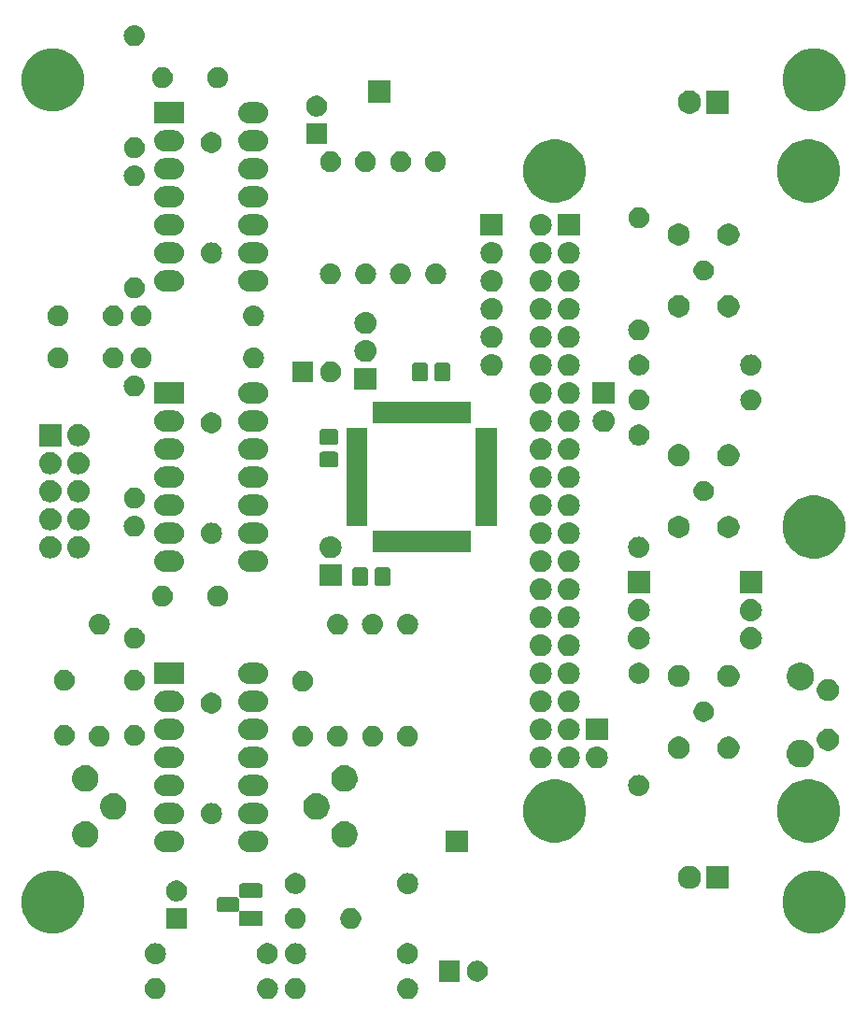
<source format=gts>
G04 #@! TF.GenerationSoftware,KiCad,Pcbnew,5.0.2-bee76a0~70~ubuntu16.04.1*
G04 #@! TF.CreationDate,2019-04-13T12:29:28+01:00*
G04 #@! TF.ProjectId,rgb-to-hdmi,7267622d-746f-42d6-9864-6d692e6b6963,rev?*
G04 #@! TF.SameCoordinates,PX8712db8PY8b83550*
G04 #@! TF.FileFunction,Soldermask,Top*
G04 #@! TF.FilePolarity,Negative*
%FSLAX46Y46*%
G04 Gerber Fmt 4.6, Leading zero omitted, Abs format (unit mm)*
G04 Created by KiCad (PCBNEW 5.0.2-bee76a0~70~ubuntu16.04.1) date Sat 13 Apr 2019 12:29:28 BST*
%MOMM*%
%LPD*%
G01*
G04 APERTURE LIST*
%ADD10C,0.100000*%
G04 APERTURE END LIST*
D10*
G04 #@! TO.C,SW4*
X72400000Y31716000D02*
G75*
G03X72400000Y31716000I-635000J0D01*
G01*
X72400000Y24716000D02*
G75*
G03X72400000Y24716000I-635000J0D01*
G01*
X74709500Y25966000D02*
G75*
G03X74709500Y25966000I-444500J0D01*
G01*
X74709500Y30466000D02*
G75*
G03X74709500Y30466000I-444500J0D01*
G01*
G36*
X36351232Y4351254D02*
X36530311Y4296931D01*
X36695344Y4208719D01*
X36840001Y4090001D01*
X36958719Y3945344D01*
X37046931Y3780311D01*
X37101254Y3601232D01*
X37119596Y3415000D01*
X37101254Y3228768D01*
X37046931Y3049689D01*
X36958719Y2884656D01*
X36840001Y2739999D01*
X36695344Y2621281D01*
X36530311Y2533069D01*
X36351232Y2478746D01*
X36211665Y2465000D01*
X36118335Y2465000D01*
X35978768Y2478746D01*
X35799689Y2533069D01*
X35634656Y2621281D01*
X35489999Y2739999D01*
X35371281Y2884656D01*
X35283069Y3049689D01*
X35228746Y3228768D01*
X35210404Y3415000D01*
X35228746Y3601232D01*
X35283069Y3780311D01*
X35371281Y3945344D01*
X35489999Y4090001D01*
X35634656Y4208719D01*
X35799689Y4296931D01*
X35978768Y4351254D01*
X36118335Y4365000D01*
X36211665Y4365000D01*
X36351232Y4351254D01*
X36351232Y4351254D01*
G37*
G36*
X26282105Y4328492D02*
X26454994Y4256879D01*
X26454998Y4256876D01*
X26599055Y4160621D01*
X26610590Y4152913D01*
X26742913Y4020590D01*
X26846879Y3864994D01*
X26918492Y3692105D01*
X26955000Y3508567D01*
X26955000Y3321433D01*
X26918492Y3137895D01*
X26846879Y2965006D01*
X26742913Y2809410D01*
X26610590Y2677087D01*
X26454994Y2573121D01*
X26282105Y2501508D01*
X26098567Y2465000D01*
X25911433Y2465000D01*
X25727895Y2501508D01*
X25555006Y2573121D01*
X25399410Y2677087D01*
X25267087Y2809410D01*
X25163121Y2965006D01*
X25091508Y3137895D01*
X25055000Y3321433D01*
X25055000Y3508567D01*
X25091508Y3692105D01*
X25163121Y3864994D01*
X25267087Y4020590D01*
X25399410Y4152913D01*
X25410946Y4160621D01*
X25555002Y4256876D01*
X25555006Y4256879D01*
X25727895Y4328492D01*
X25911433Y4365000D01*
X26098567Y4365000D01*
X26282105Y4328492D01*
X26282105Y4328492D01*
G37*
G36*
X13582105Y4328492D02*
X13754994Y4256879D01*
X13754998Y4256876D01*
X13899055Y4160621D01*
X13910590Y4152913D01*
X14042913Y4020590D01*
X14146879Y3864994D01*
X14218492Y3692105D01*
X14255000Y3508567D01*
X14255000Y3321433D01*
X14218492Y3137895D01*
X14146879Y2965006D01*
X14042913Y2809410D01*
X13910590Y2677087D01*
X13754994Y2573121D01*
X13582105Y2501508D01*
X13398567Y2465000D01*
X13211433Y2465000D01*
X13027895Y2501508D01*
X12855006Y2573121D01*
X12699410Y2677087D01*
X12567087Y2809410D01*
X12463121Y2965006D01*
X12391508Y3137895D01*
X12355000Y3321433D01*
X12355000Y3508567D01*
X12391508Y3692105D01*
X12463121Y3864994D01*
X12567087Y4020590D01*
X12699410Y4152913D01*
X12710946Y4160621D01*
X12855002Y4256876D01*
X12855006Y4256879D01*
X13027895Y4328492D01*
X13211433Y4365000D01*
X13398567Y4365000D01*
X13582105Y4328492D01*
X13582105Y4328492D01*
G37*
G36*
X23651232Y4351254D02*
X23830311Y4296931D01*
X23995344Y4208719D01*
X24140001Y4090001D01*
X24258719Y3945344D01*
X24346931Y3780311D01*
X24401254Y3601232D01*
X24419596Y3415000D01*
X24401254Y3228768D01*
X24346931Y3049689D01*
X24258719Y2884656D01*
X24140001Y2739999D01*
X23995344Y2621281D01*
X23830311Y2533069D01*
X23830308Y2533068D01*
X23651232Y2478746D01*
X23511665Y2465000D01*
X23418335Y2465000D01*
X23278768Y2478746D01*
X23099692Y2533068D01*
X23099689Y2533069D01*
X22934656Y2621281D01*
X22789999Y2739999D01*
X22671281Y2884656D01*
X22583069Y3049689D01*
X22528746Y3228768D01*
X22510404Y3415000D01*
X22528746Y3601232D01*
X22583069Y3780311D01*
X22671281Y3945344D01*
X22789999Y4090001D01*
X22934656Y4208719D01*
X23099689Y4296931D01*
X23278768Y4351254D01*
X23418335Y4365000D01*
X23511665Y4365000D01*
X23651232Y4351254D01*
X23651232Y4351254D01*
G37*
G36*
X40925000Y4052500D02*
X39025000Y4052500D01*
X39025000Y5952500D01*
X40925000Y5952500D01*
X40925000Y4052500D01*
X40925000Y4052500D01*
G37*
G36*
X42752105Y5915992D02*
X42924994Y5844379D01*
X42924998Y5844376D01*
X43069055Y5748121D01*
X43080590Y5740413D01*
X43212913Y5608090D01*
X43316879Y5452494D01*
X43388492Y5279605D01*
X43425000Y5096067D01*
X43425000Y4908933D01*
X43388492Y4725395D01*
X43316879Y4552506D01*
X43316876Y4552502D01*
X43212914Y4396911D01*
X43080589Y4264586D01*
X43069050Y4256876D01*
X42924994Y4160621D01*
X42752105Y4089008D01*
X42568567Y4052500D01*
X42381433Y4052500D01*
X42197895Y4089008D01*
X42025006Y4160621D01*
X41880950Y4256876D01*
X41869411Y4264586D01*
X41737086Y4396911D01*
X41633124Y4552502D01*
X41633121Y4552506D01*
X41561508Y4725395D01*
X41525000Y4908933D01*
X41525000Y5096067D01*
X41561508Y5279605D01*
X41633121Y5452494D01*
X41737087Y5608090D01*
X41869410Y5740413D01*
X41880946Y5748121D01*
X42025002Y5844376D01*
X42025006Y5844379D01*
X42197895Y5915992D01*
X42381433Y5952500D01*
X42568567Y5952500D01*
X42752105Y5915992D01*
X42752105Y5915992D01*
G37*
G36*
X26191232Y7526254D02*
X26370311Y7471931D01*
X26535344Y7383719D01*
X26680001Y7265001D01*
X26798719Y7120344D01*
X26886931Y6955311D01*
X26941254Y6776232D01*
X26959596Y6590000D01*
X26941254Y6403768D01*
X26886931Y6224689D01*
X26798719Y6059656D01*
X26680001Y5914999D01*
X26535344Y5796281D01*
X26370311Y5708069D01*
X26191232Y5653746D01*
X26051665Y5640000D01*
X25958335Y5640000D01*
X25818768Y5653746D01*
X25639689Y5708069D01*
X25474656Y5796281D01*
X25329999Y5914999D01*
X25211281Y6059656D01*
X25123069Y6224689D01*
X25068746Y6403768D01*
X25050404Y6590000D01*
X25068746Y6776232D01*
X25123069Y6955311D01*
X25211281Y7120344D01*
X25329999Y7265001D01*
X25474656Y7383719D01*
X25639689Y7471931D01*
X25818768Y7526254D01*
X25958335Y7540000D01*
X26051665Y7540000D01*
X26191232Y7526254D01*
X26191232Y7526254D01*
G37*
G36*
X13491232Y7526254D02*
X13670311Y7471931D01*
X13835344Y7383719D01*
X13980001Y7265001D01*
X14098719Y7120344D01*
X14186931Y6955311D01*
X14241254Y6776232D01*
X14259596Y6590000D01*
X14241254Y6403768D01*
X14186931Y6224689D01*
X14098719Y6059656D01*
X13980001Y5914999D01*
X13835344Y5796281D01*
X13670311Y5708069D01*
X13670308Y5708068D01*
X13491232Y5653746D01*
X13351665Y5640000D01*
X13258335Y5640000D01*
X13118768Y5653746D01*
X12939692Y5708068D01*
X12939689Y5708069D01*
X12774656Y5796281D01*
X12629999Y5914999D01*
X12511281Y6059656D01*
X12423069Y6224689D01*
X12368746Y6403768D01*
X12350404Y6590000D01*
X12368746Y6776232D01*
X12423069Y6955311D01*
X12511281Y7120344D01*
X12629999Y7265001D01*
X12774656Y7383719D01*
X12939689Y7471931D01*
X13118768Y7526254D01*
X13258335Y7540000D01*
X13351665Y7540000D01*
X13491232Y7526254D01*
X13491232Y7526254D01*
G37*
G36*
X36442105Y7503492D02*
X36614994Y7431879D01*
X36770590Y7327913D01*
X36902913Y7195590D01*
X37006879Y7039994D01*
X37078492Y6867105D01*
X37115000Y6683567D01*
X37115000Y6496433D01*
X37078492Y6312895D01*
X37006879Y6140006D01*
X37006876Y6140002D01*
X36902914Y5984411D01*
X36770589Y5852086D01*
X36759050Y5844376D01*
X36614994Y5748121D01*
X36442105Y5676508D01*
X36258567Y5640000D01*
X36071433Y5640000D01*
X35887895Y5676508D01*
X35715006Y5748121D01*
X35570950Y5844376D01*
X35559411Y5852086D01*
X35427086Y5984411D01*
X35323124Y6140002D01*
X35323121Y6140006D01*
X35251508Y6312895D01*
X35215000Y6496433D01*
X35215000Y6683567D01*
X35251508Y6867105D01*
X35323121Y7039994D01*
X35427087Y7195590D01*
X35559410Y7327913D01*
X35715006Y7431879D01*
X35887895Y7503492D01*
X36071433Y7540000D01*
X36258567Y7540000D01*
X36442105Y7503492D01*
X36442105Y7503492D01*
G37*
G36*
X23742105Y7503492D02*
X23914994Y7431879D01*
X24070590Y7327913D01*
X24202913Y7195590D01*
X24306879Y7039994D01*
X24378492Y6867105D01*
X24415000Y6683567D01*
X24415000Y6496433D01*
X24378492Y6312895D01*
X24306879Y6140006D01*
X24306876Y6140002D01*
X24202914Y5984411D01*
X24070589Y5852086D01*
X24059050Y5844376D01*
X23914994Y5748121D01*
X23742105Y5676508D01*
X23558567Y5640000D01*
X23371433Y5640000D01*
X23187895Y5676508D01*
X23015006Y5748121D01*
X22870950Y5844376D01*
X22859411Y5852086D01*
X22727086Y5984411D01*
X22623124Y6140002D01*
X22623121Y6140006D01*
X22551508Y6312895D01*
X22515000Y6496433D01*
X22515000Y6683567D01*
X22551508Y6867105D01*
X22623121Y7039994D01*
X22727087Y7195590D01*
X22859410Y7327913D01*
X23015006Y7431879D01*
X23187895Y7503492D01*
X23371433Y7540000D01*
X23558567Y7540000D01*
X23742105Y7503492D01*
X23742105Y7503492D01*
G37*
G36*
X4831314Y13990476D02*
X5073884Y13890000D01*
X5349986Y13775635D01*
X5816769Y13463741D01*
X6213741Y13066769D01*
X6525635Y12599986D01*
X6525637Y12599981D01*
X6740476Y12081314D01*
X6850000Y11530701D01*
X6850000Y10969299D01*
X6740476Y10418686D01*
X6656104Y10214994D01*
X6525635Y9900014D01*
X6213741Y9433231D01*
X5816769Y9036259D01*
X5349986Y8724365D01*
X5349981Y8724363D01*
X4831314Y8509524D01*
X4280701Y8400000D01*
X3719299Y8400000D01*
X3168686Y8509524D01*
X2650019Y8724363D01*
X2650014Y8724365D01*
X2183231Y9036259D01*
X1786259Y9433231D01*
X1474365Y9900014D01*
X1343896Y10214994D01*
X1259524Y10418686D01*
X1150000Y10969299D01*
X1150000Y11530701D01*
X1259524Y12081314D01*
X1474363Y12599981D01*
X1474365Y12599986D01*
X1786259Y13066769D01*
X2183231Y13463741D01*
X2650014Y13775635D01*
X2926116Y13890000D01*
X3168686Y13990476D01*
X3719299Y14100000D01*
X4280701Y14100000D01*
X4831314Y13990476D01*
X4831314Y13990476D01*
G37*
G36*
X73831314Y13990476D02*
X74073884Y13890000D01*
X74349986Y13775635D01*
X74816769Y13463741D01*
X75213741Y13066769D01*
X75525635Y12599986D01*
X75525637Y12599981D01*
X75740476Y12081314D01*
X75850000Y11530701D01*
X75850000Y10969299D01*
X75740476Y10418686D01*
X75656104Y10214994D01*
X75525635Y9900014D01*
X75213741Y9433231D01*
X74816769Y9036259D01*
X74349986Y8724365D01*
X74349981Y8724363D01*
X73831314Y8509524D01*
X73280701Y8400000D01*
X72719299Y8400000D01*
X72168686Y8509524D01*
X71650019Y8724363D01*
X71650014Y8724365D01*
X71183231Y9036259D01*
X70786259Y9433231D01*
X70474365Y9900014D01*
X70343896Y10214994D01*
X70259524Y10418686D01*
X70150000Y10969299D01*
X70150000Y11530701D01*
X70259524Y12081314D01*
X70474363Y12599981D01*
X70474365Y12599986D01*
X70786259Y13066769D01*
X71183231Y13463741D01*
X71650014Y13775635D01*
X71926116Y13890000D01*
X72168686Y13990476D01*
X72719299Y14100000D01*
X73280701Y14100000D01*
X73831314Y13990476D01*
X73831314Y13990476D01*
G37*
G36*
X16160000Y8815000D02*
X14260000Y8815000D01*
X14260000Y10715000D01*
X16160000Y10715000D01*
X16160000Y8815000D01*
X16160000Y8815000D01*
G37*
G36*
X31282105Y10678492D02*
X31454994Y10606879D01*
X31454998Y10606876D01*
X31610589Y10502914D01*
X31742914Y10370589D01*
X31795253Y10292258D01*
X31846879Y10214994D01*
X31918492Y10042105D01*
X31955000Y9858567D01*
X31955000Y9671433D01*
X31918492Y9487895D01*
X31846879Y9315006D01*
X31742913Y9159410D01*
X31610590Y9027087D01*
X31454994Y8923121D01*
X31282105Y8851508D01*
X31098567Y8815000D01*
X30911433Y8815000D01*
X30727895Y8851508D01*
X30555006Y8923121D01*
X30399410Y9027087D01*
X30267087Y9159410D01*
X30163121Y9315006D01*
X30091508Y9487895D01*
X30055000Y9671433D01*
X30055000Y9858567D01*
X30091508Y10042105D01*
X30163121Y10214994D01*
X30214747Y10292258D01*
X30267086Y10370589D01*
X30399411Y10502914D01*
X30555002Y10606876D01*
X30555006Y10606879D01*
X30727895Y10678492D01*
X30911433Y10715000D01*
X31098567Y10715000D01*
X31282105Y10678492D01*
X31282105Y10678492D01*
G37*
G36*
X26282105Y10678492D02*
X26454994Y10606879D01*
X26454998Y10606876D01*
X26610589Y10502914D01*
X26742914Y10370589D01*
X26795253Y10292258D01*
X26846879Y10214994D01*
X26918492Y10042105D01*
X26955000Y9858567D01*
X26955000Y9671433D01*
X26918492Y9487895D01*
X26846879Y9315006D01*
X26742913Y9159410D01*
X26610590Y9027087D01*
X26454994Y8923121D01*
X26282105Y8851508D01*
X26098567Y8815000D01*
X25911433Y8815000D01*
X25727895Y8851508D01*
X25555006Y8923121D01*
X25399410Y9027087D01*
X25267087Y9159410D01*
X25163121Y9315006D01*
X25091508Y9487895D01*
X25055000Y9671433D01*
X25055000Y9858567D01*
X25091508Y10042105D01*
X25163121Y10214994D01*
X25214747Y10292258D01*
X25267086Y10370589D01*
X25399411Y10502914D01*
X25555002Y10606876D01*
X25555006Y10606879D01*
X25727895Y10678492D01*
X25911433Y10715000D01*
X26098567Y10715000D01*
X26282105Y10678492D01*
X26282105Y10678492D01*
G37*
G36*
X23010000Y9065000D02*
X20910000Y9065000D01*
X20910000Y10463628D01*
X20909865Y10465000D01*
X23010000Y10465000D01*
X23010000Y9065000D01*
X23010000Y9065000D01*
G37*
G36*
X20666312Y11728372D02*
X20730078Y11709029D01*
X20788839Y11677620D01*
X20840347Y11635347D01*
X20882620Y11583839D01*
X20914029Y11525078D01*
X20933372Y11461312D01*
X20940000Y11394015D01*
X20940000Y10675985D01*
X20933372Y10608688D01*
X20914029Y10544922D01*
X20887039Y10494428D01*
X20885538Y10490806D01*
X20884773Y10486960D01*
X20884773Y10483040D01*
X20884810Y10482853D01*
X20882346Y10482106D01*
X20878889Y10480257D01*
X20874540Y10476316D01*
X20840347Y10434652D01*
X20788839Y10392380D01*
X20730078Y10360971D01*
X20666312Y10341628D01*
X20599015Y10335000D01*
X19180985Y10335000D01*
X19113688Y10341628D01*
X19049922Y10360971D01*
X18991161Y10392380D01*
X18939653Y10434653D01*
X18897380Y10486161D01*
X18865971Y10544922D01*
X18846628Y10608688D01*
X18840000Y10675985D01*
X18840000Y11394015D01*
X18846628Y11461312D01*
X18865971Y11525078D01*
X18897380Y11583839D01*
X18939653Y11635347D01*
X18991161Y11677620D01*
X19049922Y11709029D01*
X19113688Y11728372D01*
X19180985Y11735000D01*
X20599015Y11735000D01*
X20666312Y11728372D01*
X20666312Y11728372D01*
G37*
G36*
X15487105Y13178492D02*
X15659994Y13106879D01*
X15659998Y13106876D01*
X15815589Y13002914D01*
X15947914Y12870589D01*
X15964053Y12846435D01*
X16051879Y12714994D01*
X16123492Y12542105D01*
X16160000Y12358567D01*
X16160000Y12171433D01*
X16123492Y11987895D01*
X16051879Y11815006D01*
X16051876Y11815002D01*
X15947914Y11659411D01*
X15815589Y11527086D01*
X15803396Y11518939D01*
X15659994Y11423121D01*
X15487105Y11351508D01*
X15303567Y11315000D01*
X15116433Y11315000D01*
X14932895Y11351508D01*
X14760006Y11423121D01*
X14616604Y11518939D01*
X14604411Y11527086D01*
X14472086Y11659411D01*
X14368124Y11815002D01*
X14368121Y11815006D01*
X14296508Y11987895D01*
X14260000Y12171433D01*
X14260000Y12358567D01*
X14296508Y12542105D01*
X14368121Y12714994D01*
X14455947Y12846435D01*
X14472086Y12870589D01*
X14604411Y13002914D01*
X14760002Y13106876D01*
X14760006Y13106879D01*
X14932895Y13178492D01*
X15116433Y13215000D01*
X15303567Y13215000D01*
X15487105Y13178492D01*
X15487105Y13178492D01*
G37*
G36*
X22736312Y12998372D02*
X22800078Y12979029D01*
X22858839Y12947620D01*
X22910347Y12905347D01*
X22952620Y12853839D01*
X22984029Y12795078D01*
X23003372Y12731312D01*
X23010000Y12664015D01*
X23010000Y11945985D01*
X23003372Y11878688D01*
X22984029Y11814922D01*
X22952620Y11756161D01*
X22910347Y11704653D01*
X22858839Y11662380D01*
X22800078Y11630971D01*
X22736312Y11611628D01*
X22669015Y11605000D01*
X21250985Y11605000D01*
X21183688Y11611628D01*
X21119922Y11630971D01*
X21061161Y11662380D01*
X21009653Y11704653D01*
X20967380Y11756161D01*
X20935971Y11814922D01*
X20916628Y11878688D01*
X20910000Y11945985D01*
X20910000Y12664015D01*
X20916628Y12731312D01*
X20935971Y12795078D01*
X20967380Y12853839D01*
X21009653Y12905347D01*
X21061161Y12947620D01*
X21119922Y12979029D01*
X21183688Y12998372D01*
X21250985Y13005000D01*
X22669015Y13005000D01*
X22736312Y12998372D01*
X22736312Y12998372D01*
G37*
G36*
X26282105Y13853492D02*
X26454994Y13781879D01*
X26610590Y13677913D01*
X26742913Y13545590D01*
X26846879Y13389994D01*
X26918492Y13217105D01*
X26955000Y13033567D01*
X26955000Y12846433D01*
X26918492Y12662895D01*
X26846879Y12490006D01*
X26742913Y12334410D01*
X26610590Y12202087D01*
X26454994Y12098121D01*
X26282105Y12026508D01*
X26098567Y11990000D01*
X25911433Y11990000D01*
X25727895Y12026508D01*
X25555006Y12098121D01*
X25399410Y12202087D01*
X25267087Y12334410D01*
X25163121Y12490006D01*
X25091508Y12662895D01*
X25055000Y12846433D01*
X25055000Y13033567D01*
X25091508Y13217105D01*
X25163121Y13389994D01*
X25267087Y13545590D01*
X25399410Y13677913D01*
X25555006Y13781879D01*
X25727895Y13853492D01*
X25911433Y13890000D01*
X26098567Y13890000D01*
X26282105Y13853492D01*
X26282105Y13853492D01*
G37*
G36*
X36351232Y13876254D02*
X36530311Y13821931D01*
X36695344Y13733719D01*
X36840001Y13615001D01*
X36958719Y13470344D01*
X37046931Y13305311D01*
X37101254Y13126232D01*
X37119596Y12940000D01*
X37101254Y12753768D01*
X37046931Y12574689D01*
X36958719Y12409656D01*
X36840001Y12264999D01*
X36695344Y12146281D01*
X36530311Y12058069D01*
X36351232Y12003746D01*
X36211665Y11990000D01*
X36118335Y11990000D01*
X35978768Y12003746D01*
X35799689Y12058069D01*
X35634656Y12146281D01*
X35489999Y12264999D01*
X35371281Y12409656D01*
X35283069Y12574689D01*
X35228746Y12753768D01*
X35210404Y12940000D01*
X35228746Y13126232D01*
X35283069Y13305311D01*
X35371281Y13470344D01*
X35489999Y13615001D01*
X35634656Y13733719D01*
X35799689Y13821931D01*
X35978768Y13876254D01*
X36118335Y13890000D01*
X36211665Y13890000D01*
X36351232Y13876254D01*
X36351232Y13876254D01*
G37*
G36*
X65300000Y12450000D02*
X63200000Y12450000D01*
X63200000Y14550000D01*
X65300000Y14550000D01*
X65300000Y12450000D01*
X65300000Y12450000D01*
G37*
G36*
X62016274Y14509650D02*
X62207362Y14430498D01*
X62379336Y14315589D01*
X62525589Y14169336D01*
X62640498Y13997362D01*
X62719650Y13806274D01*
X62760000Y13603416D01*
X62760000Y13396584D01*
X62719650Y13193726D01*
X62640498Y13002638D01*
X62525589Y12830664D01*
X62379336Y12684411D01*
X62207362Y12569502D01*
X62016274Y12490350D01*
X61813416Y12450000D01*
X61606584Y12450000D01*
X61403726Y12490350D01*
X61212638Y12569502D01*
X61040664Y12684411D01*
X60894411Y12830664D01*
X60779502Y13002638D01*
X60700350Y13193726D01*
X60660000Y13396584D01*
X60660000Y13603416D01*
X60700350Y13806274D01*
X60779502Y13997362D01*
X60894411Y14169336D01*
X61040664Y14315589D01*
X61212638Y14430498D01*
X61403726Y14509650D01*
X61606584Y14550000D01*
X61813416Y14550000D01*
X62016274Y14509650D01*
X62016274Y14509650D01*
G37*
G36*
X41610000Y15750000D02*
X39610000Y15750000D01*
X39610000Y17750000D01*
X41610000Y17750000D01*
X41610000Y15750000D01*
X41610000Y15750000D01*
G37*
G36*
X15161232Y17686254D02*
X15171198Y17683231D01*
X15340311Y17631931D01*
X15505344Y17543719D01*
X15650001Y17425001D01*
X15768719Y17280344D01*
X15856931Y17115311D01*
X15856932Y17115308D01*
X15899687Y16974363D01*
X15911254Y16936232D01*
X15929596Y16750000D01*
X15911254Y16563768D01*
X15856931Y16384689D01*
X15768719Y16219656D01*
X15650001Y16074999D01*
X15505344Y15956281D01*
X15340311Y15868069D01*
X15340308Y15868068D01*
X15161232Y15813746D01*
X15021665Y15800000D01*
X14128335Y15800000D01*
X13988768Y15813746D01*
X13809692Y15868068D01*
X13809689Y15868069D01*
X13644656Y15956281D01*
X13499999Y16074999D01*
X13381281Y16219656D01*
X13293069Y16384689D01*
X13238746Y16563768D01*
X13220404Y16750000D01*
X13238746Y16936232D01*
X13250313Y16974363D01*
X13293068Y17115308D01*
X13293069Y17115311D01*
X13381281Y17280344D01*
X13499999Y17425001D01*
X13644656Y17543719D01*
X13809689Y17631931D01*
X13978803Y17683231D01*
X13988768Y17686254D01*
X14128335Y17700000D01*
X15021665Y17700000D01*
X15161232Y17686254D01*
X15161232Y17686254D01*
G37*
G36*
X22781232Y17686254D02*
X22791198Y17683231D01*
X22960311Y17631931D01*
X23125344Y17543719D01*
X23270001Y17425001D01*
X23388719Y17280344D01*
X23476931Y17115311D01*
X23476932Y17115308D01*
X23519687Y16974363D01*
X23531254Y16936232D01*
X23549596Y16750000D01*
X23531254Y16563768D01*
X23476931Y16384689D01*
X23388719Y16219656D01*
X23270001Y16074999D01*
X23125344Y15956281D01*
X22960311Y15868069D01*
X22960308Y15868068D01*
X22781232Y15813746D01*
X22641665Y15800000D01*
X21748335Y15800000D01*
X21608768Y15813746D01*
X21429692Y15868068D01*
X21429689Y15868069D01*
X21264656Y15956281D01*
X21119999Y16074999D01*
X21001281Y16219656D01*
X20913069Y16384689D01*
X20858746Y16563768D01*
X20840404Y16750000D01*
X20858746Y16936232D01*
X20870313Y16974363D01*
X20913068Y17115308D01*
X20913069Y17115311D01*
X21001281Y17280344D01*
X21119999Y17425001D01*
X21264656Y17543719D01*
X21429689Y17631931D01*
X21598803Y17683231D01*
X21608768Y17686254D01*
X21748335Y17700000D01*
X22641665Y17700000D01*
X22781232Y17686254D01*
X22781232Y17686254D01*
G37*
G36*
X30800027Y18538884D02*
X30902880Y18496281D01*
X31018418Y18448424D01*
X31214955Y18317102D01*
X31382102Y18149955D01*
X31513424Y17953418D01*
X31513426Y17953413D01*
X31603884Y17735027D01*
X31650000Y17503190D01*
X31650000Y17266810D01*
X31603884Y17034973D01*
X31562984Y16936232D01*
X31513424Y16816582D01*
X31382102Y16620045D01*
X31214955Y16452898D01*
X31018418Y16321576D01*
X31018413Y16321574D01*
X30800027Y16231116D01*
X30568190Y16185000D01*
X30331810Y16185000D01*
X30099973Y16231116D01*
X29881587Y16321574D01*
X29881582Y16321576D01*
X29685045Y16452898D01*
X29517898Y16620045D01*
X29386576Y16816582D01*
X29337016Y16936232D01*
X29296116Y17034973D01*
X29250000Y17266810D01*
X29250000Y17503190D01*
X29296116Y17735027D01*
X29386574Y17953413D01*
X29386576Y17953418D01*
X29517898Y18149955D01*
X29685045Y18317102D01*
X29881582Y18448424D01*
X29997120Y18496281D01*
X30099973Y18538884D01*
X30331810Y18585000D01*
X30568190Y18585000D01*
X30800027Y18538884D01*
X30800027Y18538884D01*
G37*
G36*
X7305027Y18538884D02*
X7407880Y18496281D01*
X7523418Y18448424D01*
X7719955Y18317102D01*
X7887102Y18149955D01*
X8018424Y17953418D01*
X8018426Y17953413D01*
X8108884Y17735027D01*
X8155000Y17503190D01*
X8155000Y17266810D01*
X8108884Y17034973D01*
X8067984Y16936232D01*
X8018424Y16816582D01*
X7887102Y16620045D01*
X7719955Y16452898D01*
X7523418Y16321576D01*
X7523413Y16321574D01*
X7305027Y16231116D01*
X7073190Y16185000D01*
X6836810Y16185000D01*
X6604973Y16231116D01*
X6386587Y16321574D01*
X6386582Y16321576D01*
X6190045Y16452898D01*
X6022898Y16620045D01*
X5891576Y16816582D01*
X5842016Y16936232D01*
X5801116Y17034973D01*
X5755000Y17266810D01*
X5755000Y17503190D01*
X5801116Y17735027D01*
X5891574Y17953413D01*
X5891576Y17953418D01*
X6022898Y18149955D01*
X6190045Y18317102D01*
X6386582Y18448424D01*
X6502120Y18496281D01*
X6604973Y18538884D01*
X6836810Y18585000D01*
X7073190Y18585000D01*
X7305027Y18538884D01*
X7305027Y18538884D01*
G37*
G36*
X50331314Y22240476D02*
X50634302Y22114974D01*
X50849986Y22025635D01*
X51316769Y21713741D01*
X51713741Y21316769D01*
X52025635Y20849986D01*
X52025637Y20849981D01*
X52240476Y20331314D01*
X52350000Y19780701D01*
X52350000Y19219299D01*
X52240476Y18668686D01*
X52104330Y18340000D01*
X52025635Y18150014D01*
X51713741Y17683231D01*
X51316769Y17286259D01*
X50849986Y16974365D01*
X50849981Y16974363D01*
X50331314Y16759524D01*
X49780701Y16650000D01*
X49219299Y16650000D01*
X48668686Y16759524D01*
X48150019Y16974363D01*
X48150014Y16974365D01*
X47683231Y17286259D01*
X47286259Y17683231D01*
X46974365Y18150014D01*
X46895670Y18340000D01*
X46759524Y18668686D01*
X46650000Y19219299D01*
X46650000Y19780701D01*
X46759524Y20331314D01*
X46974363Y20849981D01*
X46974365Y20849986D01*
X47286259Y21316769D01*
X47683231Y21713741D01*
X48150014Y22025635D01*
X48365698Y22114974D01*
X48668686Y22240476D01*
X49219299Y22350000D01*
X49780701Y22350000D01*
X50331314Y22240476D01*
X50331314Y22240476D01*
G37*
G36*
X73331314Y22240476D02*
X73634302Y22114974D01*
X73849986Y22025635D01*
X74316769Y21713741D01*
X74713741Y21316769D01*
X75025635Y20849986D01*
X75025637Y20849981D01*
X75240476Y20331314D01*
X75350000Y19780701D01*
X75350000Y19219299D01*
X75240476Y18668686D01*
X75104330Y18340000D01*
X75025635Y18150014D01*
X74713741Y17683231D01*
X74316769Y17286259D01*
X73849986Y16974365D01*
X73849981Y16974363D01*
X73331314Y16759524D01*
X72780701Y16650000D01*
X72219299Y16650000D01*
X71668686Y16759524D01*
X71150019Y16974363D01*
X71150014Y16974365D01*
X70683231Y17286259D01*
X70286259Y17683231D01*
X69974365Y18150014D01*
X69895670Y18340000D01*
X69759524Y18668686D01*
X69650000Y19219299D01*
X69650000Y19780701D01*
X69759524Y20331314D01*
X69974363Y20849981D01*
X69974365Y20849986D01*
X70286259Y21316769D01*
X70683231Y21713741D01*
X71150014Y22025635D01*
X71365698Y22114974D01*
X71668686Y22240476D01*
X72219299Y22350000D01*
X72780701Y22350000D01*
X73331314Y22240476D01*
X73331314Y22240476D01*
G37*
G36*
X22781232Y20226254D02*
X22960311Y20171931D01*
X23125344Y20083719D01*
X23270001Y19965001D01*
X23388719Y19820344D01*
X23476931Y19655311D01*
X23531254Y19476232D01*
X23549596Y19290000D01*
X23531254Y19103768D01*
X23476931Y18924689D01*
X23388719Y18759656D01*
X23270001Y18614999D01*
X23125344Y18496281D01*
X22960311Y18408069D01*
X22781232Y18353746D01*
X22641665Y18340000D01*
X21748335Y18340000D01*
X21608768Y18353746D01*
X21429689Y18408069D01*
X21264656Y18496281D01*
X21119999Y18614999D01*
X21001281Y18759656D01*
X20913069Y18924689D01*
X20858746Y19103768D01*
X20840404Y19290000D01*
X20858746Y19476232D01*
X20913069Y19655311D01*
X21001281Y19820344D01*
X21119999Y19965001D01*
X21264656Y20083719D01*
X21429689Y20171931D01*
X21608768Y20226254D01*
X21748335Y20240000D01*
X22641665Y20240000D01*
X22781232Y20226254D01*
X22781232Y20226254D01*
G37*
G36*
X18571232Y20226254D02*
X18750311Y20171931D01*
X18915344Y20083719D01*
X19060001Y19965001D01*
X19178719Y19820344D01*
X19266931Y19655311D01*
X19321254Y19476232D01*
X19339596Y19290000D01*
X19321254Y19103768D01*
X19266931Y18924689D01*
X19178719Y18759656D01*
X19060001Y18614999D01*
X18915344Y18496281D01*
X18750311Y18408069D01*
X18750308Y18408068D01*
X18571232Y18353746D01*
X18431665Y18340000D01*
X18338335Y18340000D01*
X18198768Y18353746D01*
X18019692Y18408068D01*
X18019689Y18408069D01*
X17854656Y18496281D01*
X17709999Y18614999D01*
X17591281Y18759656D01*
X17503069Y18924689D01*
X17448746Y19103768D01*
X17430404Y19290000D01*
X17448746Y19476232D01*
X17503069Y19655311D01*
X17591281Y19820344D01*
X17709999Y19965001D01*
X17854656Y20083719D01*
X18019689Y20171931D01*
X18198768Y20226254D01*
X18338335Y20240000D01*
X18431665Y20240000D01*
X18571232Y20226254D01*
X18571232Y20226254D01*
G37*
G36*
X15161232Y20226254D02*
X15340311Y20171931D01*
X15505344Y20083719D01*
X15650001Y19965001D01*
X15768719Y19820344D01*
X15856931Y19655311D01*
X15911254Y19476232D01*
X15929596Y19290000D01*
X15911254Y19103768D01*
X15856931Y18924689D01*
X15768719Y18759656D01*
X15650001Y18614999D01*
X15505344Y18496281D01*
X15340311Y18408069D01*
X15340308Y18408068D01*
X15161232Y18353746D01*
X15021665Y18340000D01*
X14128335Y18340000D01*
X13988768Y18353746D01*
X13809692Y18408068D01*
X13809689Y18408069D01*
X13644656Y18496281D01*
X13499999Y18614999D01*
X13381281Y18759656D01*
X13293069Y18924689D01*
X13238746Y19103768D01*
X13220404Y19290000D01*
X13238746Y19476232D01*
X13293069Y19655311D01*
X13381281Y19820344D01*
X13499999Y19965001D01*
X13644656Y20083719D01*
X13809689Y20171931D01*
X13988768Y20226254D01*
X14128335Y20240000D01*
X15021665Y20240000D01*
X15161232Y20226254D01*
X15161232Y20226254D01*
G37*
G36*
X28260027Y21078884D02*
X28362880Y21036281D01*
X28478418Y20988424D01*
X28674955Y20857102D01*
X28842102Y20689955D01*
X28973424Y20493418D01*
X28973426Y20493413D01*
X29063884Y20275027D01*
X29110000Y20043190D01*
X29110000Y19806810D01*
X29104806Y19780699D01*
X29063884Y19574974D01*
X28973424Y19356582D01*
X28842102Y19160045D01*
X28674955Y18992898D01*
X28478418Y18861576D01*
X28478413Y18861574D01*
X28260027Y18771116D01*
X28028190Y18725000D01*
X27791810Y18725000D01*
X27559973Y18771116D01*
X27341587Y18861574D01*
X27341582Y18861576D01*
X27145045Y18992898D01*
X26977898Y19160045D01*
X26846576Y19356582D01*
X26756116Y19574974D01*
X26715194Y19780699D01*
X26710000Y19806810D01*
X26710000Y20043190D01*
X26756116Y20275027D01*
X26846574Y20493413D01*
X26846576Y20493418D01*
X26977898Y20689955D01*
X27145045Y20857102D01*
X27341582Y20988424D01*
X27457120Y21036281D01*
X27559973Y21078884D01*
X27791810Y21125000D01*
X28028190Y21125000D01*
X28260027Y21078884D01*
X28260027Y21078884D01*
G37*
G36*
X9845027Y21078884D02*
X9947880Y21036281D01*
X10063418Y20988424D01*
X10259955Y20857102D01*
X10427102Y20689955D01*
X10558424Y20493418D01*
X10558426Y20493413D01*
X10648884Y20275027D01*
X10695000Y20043190D01*
X10695000Y19806810D01*
X10689806Y19780699D01*
X10648884Y19574974D01*
X10558424Y19356582D01*
X10427102Y19160045D01*
X10259955Y18992898D01*
X10063418Y18861576D01*
X10063413Y18861574D01*
X9845027Y18771116D01*
X9613190Y18725000D01*
X9376810Y18725000D01*
X9144973Y18771116D01*
X8926587Y18861574D01*
X8926582Y18861576D01*
X8730045Y18992898D01*
X8562898Y19160045D01*
X8431576Y19356582D01*
X8341116Y19574974D01*
X8300194Y19780699D01*
X8295000Y19806810D01*
X8295000Y20043190D01*
X8341116Y20275027D01*
X8431574Y20493413D01*
X8431576Y20493418D01*
X8562898Y20689955D01*
X8730045Y20857102D01*
X8926582Y20988424D01*
X9042120Y21036281D01*
X9144973Y21078884D01*
X9376810Y21125000D01*
X9613190Y21125000D01*
X9845027Y21078884D01*
X9845027Y21078884D01*
G37*
G36*
X57306232Y22766254D02*
X57485311Y22711931D01*
X57650344Y22623719D01*
X57795001Y22505001D01*
X57913719Y22360344D01*
X58001931Y22195311D01*
X58056254Y22016232D01*
X58074596Y21830000D01*
X58056254Y21643768D01*
X58001931Y21464689D01*
X57913719Y21299656D01*
X57795001Y21154999D01*
X57650344Y21036281D01*
X57485311Y20948069D01*
X57306232Y20893746D01*
X57166665Y20880000D01*
X57073335Y20880000D01*
X56933768Y20893746D01*
X56754689Y20948069D01*
X56589656Y21036281D01*
X56444999Y21154999D01*
X56326281Y21299656D01*
X56238069Y21464689D01*
X56183746Y21643768D01*
X56165404Y21830000D01*
X56183746Y22016232D01*
X56238069Y22195311D01*
X56326281Y22360344D01*
X56444999Y22505001D01*
X56589656Y22623719D01*
X56754689Y22711931D01*
X56933768Y22766254D01*
X57073335Y22780000D01*
X57166665Y22780000D01*
X57306232Y22766254D01*
X57306232Y22766254D01*
G37*
G36*
X22781232Y22766254D02*
X22960311Y22711931D01*
X23125344Y22623719D01*
X23270001Y22505001D01*
X23388719Y22360344D01*
X23476931Y22195311D01*
X23531254Y22016232D01*
X23549596Y21830000D01*
X23531254Y21643768D01*
X23476931Y21464689D01*
X23388719Y21299656D01*
X23270001Y21154999D01*
X23125344Y21036281D01*
X22960311Y20948069D01*
X22781232Y20893746D01*
X22641665Y20880000D01*
X21748335Y20880000D01*
X21608768Y20893746D01*
X21429689Y20948069D01*
X21264656Y21036281D01*
X21119999Y21154999D01*
X21001281Y21299656D01*
X20913069Y21464689D01*
X20858746Y21643768D01*
X20840404Y21830000D01*
X20858746Y22016232D01*
X20913069Y22195311D01*
X21001281Y22360344D01*
X21119999Y22505001D01*
X21264656Y22623719D01*
X21429689Y22711931D01*
X21608768Y22766254D01*
X21748335Y22780000D01*
X22641665Y22780000D01*
X22781232Y22766254D01*
X22781232Y22766254D01*
G37*
G36*
X15161232Y22766254D02*
X15340311Y22711931D01*
X15505344Y22623719D01*
X15650001Y22505001D01*
X15768719Y22360344D01*
X15856931Y22195311D01*
X15911254Y22016232D01*
X15929596Y21830000D01*
X15911254Y21643768D01*
X15856931Y21464689D01*
X15768719Y21299656D01*
X15650001Y21154999D01*
X15505344Y21036281D01*
X15340311Y20948069D01*
X15340308Y20948068D01*
X15161232Y20893746D01*
X15021665Y20880000D01*
X14128335Y20880000D01*
X13988768Y20893746D01*
X13809692Y20948068D01*
X13809689Y20948069D01*
X13644656Y21036281D01*
X13499999Y21154999D01*
X13381281Y21299656D01*
X13293069Y21464689D01*
X13238746Y21643768D01*
X13220404Y21830000D01*
X13238746Y22016232D01*
X13293069Y22195311D01*
X13381281Y22360344D01*
X13499999Y22505001D01*
X13644656Y22623719D01*
X13809689Y22711931D01*
X13988768Y22766254D01*
X14128335Y22780000D01*
X15021665Y22780000D01*
X15161232Y22766254D01*
X15161232Y22766254D01*
G37*
G36*
X7305027Y23618884D02*
X7407880Y23576281D01*
X7523418Y23528424D01*
X7719955Y23397102D01*
X7887102Y23229955D01*
X8018424Y23033418D01*
X8018426Y23033413D01*
X8108884Y22815027D01*
X8155000Y22583190D01*
X8155000Y22346810D01*
X8124864Y22195311D01*
X8108884Y22114974D01*
X8018424Y21896582D01*
X7887102Y21700045D01*
X7719955Y21532898D01*
X7523418Y21401576D01*
X7523413Y21401574D01*
X7305027Y21311116D01*
X7073190Y21265000D01*
X6836810Y21265000D01*
X6604973Y21311116D01*
X6386587Y21401574D01*
X6386582Y21401576D01*
X6190045Y21532898D01*
X6022898Y21700045D01*
X5891576Y21896582D01*
X5801116Y22114974D01*
X5785136Y22195311D01*
X5755000Y22346810D01*
X5755000Y22583190D01*
X5801116Y22815027D01*
X5891574Y23033413D01*
X5891576Y23033418D01*
X6022898Y23229955D01*
X6190045Y23397102D01*
X6386582Y23528424D01*
X6502120Y23576281D01*
X6604973Y23618884D01*
X6836810Y23665000D01*
X7073190Y23665000D01*
X7305027Y23618884D01*
X7305027Y23618884D01*
G37*
G36*
X30800027Y23618884D02*
X30902880Y23576281D01*
X31018418Y23528424D01*
X31214955Y23397102D01*
X31382102Y23229955D01*
X31513424Y23033418D01*
X31513426Y23033413D01*
X31603884Y22815027D01*
X31650000Y22583190D01*
X31650000Y22346810D01*
X31619864Y22195311D01*
X31603884Y22114974D01*
X31513424Y21896582D01*
X31382102Y21700045D01*
X31214955Y21532898D01*
X31018418Y21401576D01*
X31018413Y21401574D01*
X30800027Y21311116D01*
X30568190Y21265000D01*
X30331810Y21265000D01*
X30099973Y21311116D01*
X29881587Y21401574D01*
X29881582Y21401576D01*
X29685045Y21532898D01*
X29517898Y21700045D01*
X29386576Y21896582D01*
X29296116Y22114974D01*
X29280136Y22195311D01*
X29250000Y22346810D01*
X29250000Y22583190D01*
X29296116Y22815027D01*
X29386574Y23033413D01*
X29386576Y23033418D01*
X29517898Y23229955D01*
X29685045Y23397102D01*
X29881582Y23528424D01*
X29997120Y23576281D01*
X30099973Y23618884D01*
X30331810Y23665000D01*
X30568190Y23665000D01*
X30800027Y23618884D01*
X30800027Y23618884D01*
G37*
G36*
X48426034Y25355530D02*
X48588476Y25306254D01*
X48614538Y25298348D01*
X48788257Y25205493D01*
X48788259Y25205492D01*
X48788258Y25205492D01*
X48940528Y25080528D01*
X49002980Y25004429D01*
X49065493Y24928257D01*
X49158348Y24754538D01*
X49158349Y24754535D01*
X49215530Y24566034D01*
X49234838Y24370000D01*
X49215530Y24173966D01*
X49164181Y24004689D01*
X49158348Y23985462D01*
X49080412Y23839655D01*
X49065492Y23811742D01*
X48940528Y23659472D01*
X48801910Y23545712D01*
X48788257Y23534507D01*
X48614538Y23441652D01*
X48614535Y23441651D01*
X48543161Y23420000D01*
X48426034Y23384470D01*
X48279121Y23370000D01*
X48180879Y23370000D01*
X48033966Y23384470D01*
X47916839Y23420000D01*
X47845465Y23441651D01*
X47845462Y23441652D01*
X47671743Y23534507D01*
X47658090Y23545712D01*
X47519472Y23659472D01*
X47394508Y23811742D01*
X47379588Y23839655D01*
X47301652Y23985462D01*
X47295820Y24004689D01*
X47244470Y24173966D01*
X47225162Y24370000D01*
X47244470Y24566034D01*
X47301651Y24754535D01*
X47301652Y24754538D01*
X47394507Y24928257D01*
X47457020Y25004429D01*
X47519472Y25080528D01*
X47671742Y25205492D01*
X47671741Y25205492D01*
X47671743Y25205493D01*
X47845462Y25298348D01*
X47871525Y25306254D01*
X48033966Y25355530D01*
X48180879Y25370000D01*
X48279121Y25370000D01*
X48426034Y25355530D01*
X48426034Y25355530D01*
G37*
G36*
X50966034Y25355530D02*
X51128476Y25306254D01*
X51154538Y25298348D01*
X51328257Y25205493D01*
X51328259Y25205492D01*
X51328258Y25205492D01*
X51480528Y25080528D01*
X51542980Y25004429D01*
X51605493Y24928257D01*
X51698348Y24754538D01*
X51698349Y24754535D01*
X51755530Y24566034D01*
X51774838Y24370000D01*
X51755530Y24173966D01*
X51704181Y24004689D01*
X51698348Y23985462D01*
X51620412Y23839655D01*
X51605492Y23811742D01*
X51480528Y23659472D01*
X51341910Y23545712D01*
X51328257Y23534507D01*
X51154538Y23441652D01*
X51154535Y23441651D01*
X51083161Y23420000D01*
X50966034Y23384470D01*
X50819121Y23370000D01*
X50720879Y23370000D01*
X50573966Y23384470D01*
X50456839Y23420000D01*
X50385465Y23441651D01*
X50385462Y23441652D01*
X50211743Y23534507D01*
X50198090Y23545712D01*
X50059472Y23659472D01*
X49934508Y23811742D01*
X49919588Y23839655D01*
X49841652Y23985462D01*
X49835820Y24004689D01*
X49784470Y24173966D01*
X49765162Y24370000D01*
X49784470Y24566034D01*
X49841651Y24754535D01*
X49841652Y24754538D01*
X49934507Y24928257D01*
X49997020Y25004429D01*
X50059472Y25080528D01*
X50211742Y25205492D01*
X50211741Y25205492D01*
X50211743Y25205493D01*
X50385462Y25298348D01*
X50411525Y25306254D01*
X50573966Y25355530D01*
X50720879Y25370000D01*
X50819121Y25370000D01*
X50966034Y25355530D01*
X50966034Y25355530D01*
G37*
G36*
X53506034Y25355530D02*
X53668476Y25306254D01*
X53694538Y25298348D01*
X53868257Y25205493D01*
X53868259Y25205492D01*
X53868258Y25205492D01*
X54020528Y25080528D01*
X54082980Y25004429D01*
X54145493Y24928257D01*
X54238348Y24754538D01*
X54238349Y24754535D01*
X54295530Y24566034D01*
X54314838Y24370000D01*
X54295530Y24173966D01*
X54244181Y24004689D01*
X54238348Y23985462D01*
X54160412Y23839655D01*
X54145492Y23811742D01*
X54020528Y23659472D01*
X53881910Y23545712D01*
X53868257Y23534507D01*
X53694538Y23441652D01*
X53694535Y23441651D01*
X53623161Y23420000D01*
X53506034Y23384470D01*
X53359121Y23370000D01*
X53260879Y23370000D01*
X53113966Y23384470D01*
X52996839Y23420000D01*
X52925465Y23441651D01*
X52925462Y23441652D01*
X52751743Y23534507D01*
X52738090Y23545712D01*
X52599472Y23659472D01*
X52474508Y23811742D01*
X52459588Y23839655D01*
X52381652Y23985462D01*
X52375820Y24004689D01*
X52324470Y24173966D01*
X52305162Y24370000D01*
X52324470Y24566034D01*
X52381651Y24754535D01*
X52381652Y24754538D01*
X52474507Y24928257D01*
X52537020Y25004429D01*
X52599472Y25080528D01*
X52751742Y25205492D01*
X52751741Y25205492D01*
X52751743Y25205493D01*
X52925462Y25298348D01*
X52951525Y25306254D01*
X53113966Y25355530D01*
X53260879Y25370000D01*
X53359121Y25370000D01*
X53506034Y25355530D01*
X53506034Y25355530D01*
G37*
G36*
X15161232Y25306254D02*
X15340311Y25251931D01*
X15505344Y25163719D01*
X15650001Y25045001D01*
X15768719Y24900344D01*
X15856931Y24735311D01*
X15911254Y24556232D01*
X15929596Y24370000D01*
X15911254Y24183768D01*
X15856931Y24004689D01*
X15768719Y23839656D01*
X15650001Y23694999D01*
X15505344Y23576281D01*
X15340311Y23488069D01*
X15340308Y23488068D01*
X15161232Y23433746D01*
X15021665Y23420000D01*
X14128335Y23420000D01*
X13988768Y23433746D01*
X13809692Y23488068D01*
X13809689Y23488069D01*
X13644656Y23576281D01*
X13499999Y23694999D01*
X13381281Y23839656D01*
X13293069Y24004689D01*
X13238746Y24183768D01*
X13220404Y24370000D01*
X13238746Y24556232D01*
X13293069Y24735311D01*
X13381281Y24900344D01*
X13499999Y25045001D01*
X13644656Y25163719D01*
X13809689Y25251931D01*
X13988768Y25306254D01*
X14128335Y25320000D01*
X15021665Y25320000D01*
X15161232Y25306254D01*
X15161232Y25306254D01*
G37*
G36*
X22781232Y25306254D02*
X22960311Y25251931D01*
X23125344Y25163719D01*
X23270001Y25045001D01*
X23388719Y24900344D01*
X23476931Y24735311D01*
X23531254Y24556232D01*
X23549596Y24370000D01*
X23531254Y24183768D01*
X23476931Y24004689D01*
X23388719Y23839656D01*
X23270001Y23694999D01*
X23125344Y23576281D01*
X22960311Y23488069D01*
X22960308Y23488068D01*
X22781232Y23433746D01*
X22641665Y23420000D01*
X21748335Y23420000D01*
X21608768Y23433746D01*
X21429692Y23488068D01*
X21429689Y23488069D01*
X21264656Y23576281D01*
X21119999Y23694999D01*
X21001281Y23839656D01*
X20913069Y24004689D01*
X20858746Y24183768D01*
X20840404Y24370000D01*
X20858746Y24556232D01*
X20913069Y24735311D01*
X21001281Y24900344D01*
X21119999Y25045001D01*
X21264656Y25163719D01*
X21429689Y25251931D01*
X21608768Y25306254D01*
X21748335Y25320000D01*
X22641665Y25320000D01*
X22781232Y25306254D01*
X22781232Y25306254D01*
G37*
G36*
X72129611Y25917963D02*
X72251415Y25867510D01*
X72357102Y25823733D01*
X72561828Y25686939D01*
X72735939Y25512828D01*
X72872733Y25308102D01*
X72872735Y25308097D01*
X72966963Y25080611D01*
X73015000Y24839114D01*
X73015000Y24592886D01*
X72970665Y24370000D01*
X72966963Y24351390D01*
X72872733Y24123898D01*
X72735939Y23919172D01*
X72561828Y23745061D01*
X72357102Y23608267D01*
X72357097Y23608265D01*
X72129611Y23514037D01*
X71888114Y23466000D01*
X71641886Y23466000D01*
X71400389Y23514037D01*
X71172903Y23608265D01*
X71172898Y23608267D01*
X70968172Y23745061D01*
X70794061Y23919172D01*
X70657267Y24123898D01*
X70563037Y24351390D01*
X70559335Y24370000D01*
X70515000Y24592886D01*
X70515000Y24839114D01*
X70563037Y25080611D01*
X70657265Y25308097D01*
X70657267Y25308102D01*
X70794061Y25512828D01*
X70968172Y25686939D01*
X71172898Y25823733D01*
X71278585Y25867510D01*
X71400389Y25917963D01*
X71641886Y25966000D01*
X71888114Y25966000D01*
X72129611Y25917963D01*
X72129611Y25917963D01*
G37*
G36*
X65541689Y26211571D02*
X65723678Y26136189D01*
X65887463Y26026751D01*
X66026751Y25887463D01*
X66136189Y25723678D01*
X66211571Y25541689D01*
X66250000Y25348491D01*
X66250000Y25151509D01*
X66211571Y24958311D01*
X66136189Y24776322D01*
X66026751Y24612537D01*
X65887463Y24473249D01*
X65723678Y24363811D01*
X65541689Y24288429D01*
X65348491Y24250000D01*
X65151509Y24250000D01*
X64958311Y24288429D01*
X64776322Y24363811D01*
X64612537Y24473249D01*
X64473249Y24612537D01*
X64363811Y24776322D01*
X64288429Y24958311D01*
X64250000Y25151509D01*
X64250000Y25348491D01*
X64288429Y25541689D01*
X64363811Y25723678D01*
X64473249Y25887463D01*
X64612537Y26026751D01*
X64776322Y26136189D01*
X64958311Y26211571D01*
X65151509Y26250000D01*
X65348491Y26250000D01*
X65541689Y26211571D01*
X65541689Y26211571D01*
G37*
G36*
X61041689Y26211571D02*
X61223678Y26136189D01*
X61387463Y26026751D01*
X61526751Y25887463D01*
X61636189Y25723678D01*
X61711571Y25541689D01*
X61750000Y25348491D01*
X61750000Y25151509D01*
X61711571Y24958311D01*
X61636189Y24776322D01*
X61526751Y24612537D01*
X61387463Y24473249D01*
X61223678Y24363811D01*
X61041689Y24288429D01*
X60848491Y24250000D01*
X60651509Y24250000D01*
X60458311Y24288429D01*
X60276322Y24363811D01*
X60112537Y24473249D01*
X59973249Y24612537D01*
X59863811Y24776322D01*
X59788429Y24958311D01*
X59750000Y25151509D01*
X59750000Y25348491D01*
X59788429Y25541689D01*
X59863811Y25723678D01*
X59973249Y25887463D01*
X60112537Y26026751D01*
X60276322Y26136189D01*
X60458311Y26211571D01*
X60651509Y26250000D01*
X60848491Y26250000D01*
X61041689Y26211571D01*
X61041689Y26211571D01*
G37*
G36*
X74556689Y26927571D02*
X74738678Y26852189D01*
X74902463Y26742751D01*
X75041751Y26603463D01*
X75151189Y26439678D01*
X75226571Y26257689D01*
X75265000Y26064491D01*
X75265000Y25867509D01*
X75226571Y25674311D01*
X75151189Y25492322D01*
X75041751Y25328537D01*
X74902463Y25189249D01*
X74738678Y25079811D01*
X74556689Y25004429D01*
X74363491Y24966000D01*
X74166509Y24966000D01*
X73973311Y25004429D01*
X73791322Y25079811D01*
X73627537Y25189249D01*
X73488249Y25328537D01*
X73378811Y25492322D01*
X73303429Y25674311D01*
X73265000Y25867509D01*
X73265000Y26064491D01*
X73303429Y26257689D01*
X73378811Y26439678D01*
X73488249Y26603463D01*
X73627537Y26742751D01*
X73791322Y26852189D01*
X73973311Y26927571D01*
X74166509Y26966000D01*
X74363491Y26966000D01*
X74556689Y26927571D01*
X74556689Y26927571D01*
G37*
G36*
X33267105Y27188492D02*
X33439994Y27116879D01*
X33595590Y27012913D01*
X33727913Y26880590D01*
X33831879Y26724994D01*
X33903492Y26552105D01*
X33940000Y26368567D01*
X33940000Y26181433D01*
X33903492Y25997895D01*
X33831879Y25825006D01*
X33831028Y25823733D01*
X33727914Y25669411D01*
X33595589Y25537086D01*
X33528589Y25492318D01*
X33439994Y25433121D01*
X33267105Y25361508D01*
X33083567Y25325000D01*
X32896433Y25325000D01*
X32712895Y25361508D01*
X32540006Y25433121D01*
X32451411Y25492318D01*
X32384411Y25537086D01*
X32252086Y25669411D01*
X32148972Y25823733D01*
X32148121Y25825006D01*
X32076508Y25997895D01*
X32040000Y26181433D01*
X32040000Y26368567D01*
X32076508Y26552105D01*
X32148121Y26724994D01*
X32252087Y26880590D01*
X32384410Y27012913D01*
X32540006Y27116879D01*
X32712895Y27188492D01*
X32896433Y27225000D01*
X33083567Y27225000D01*
X33267105Y27188492D01*
X33267105Y27188492D01*
G37*
G36*
X36442105Y27188492D02*
X36614994Y27116879D01*
X36770590Y27012913D01*
X36902913Y26880590D01*
X37006879Y26724994D01*
X37078492Y26552105D01*
X37115000Y26368567D01*
X37115000Y26181433D01*
X37078492Y25997895D01*
X37006879Y25825006D01*
X37006028Y25823733D01*
X36902914Y25669411D01*
X36770589Y25537086D01*
X36703589Y25492318D01*
X36614994Y25433121D01*
X36442105Y25361508D01*
X36258567Y25325000D01*
X36071433Y25325000D01*
X35887895Y25361508D01*
X35715006Y25433121D01*
X35626411Y25492318D01*
X35559411Y25537086D01*
X35427086Y25669411D01*
X35323972Y25823733D01*
X35323121Y25825006D01*
X35251508Y25997895D01*
X35215000Y26181433D01*
X35215000Y26368567D01*
X35251508Y26552105D01*
X35323121Y26724994D01*
X35427087Y26880590D01*
X35559410Y27012913D01*
X35715006Y27116879D01*
X35887895Y27188492D01*
X36071433Y27225000D01*
X36258567Y27225000D01*
X36442105Y27188492D01*
X36442105Y27188492D01*
G37*
G36*
X8502105Y27188492D02*
X8674994Y27116879D01*
X8830590Y27012913D01*
X8962913Y26880590D01*
X9066879Y26724994D01*
X9138492Y26552105D01*
X9175000Y26368567D01*
X9175000Y26181433D01*
X9138492Y25997895D01*
X9066879Y25825006D01*
X9066028Y25823733D01*
X8962914Y25669411D01*
X8830589Y25537086D01*
X8763589Y25492318D01*
X8674994Y25433121D01*
X8502105Y25361508D01*
X8318567Y25325000D01*
X8131433Y25325000D01*
X7947895Y25361508D01*
X7775006Y25433121D01*
X7686411Y25492318D01*
X7619411Y25537086D01*
X7487086Y25669411D01*
X7383972Y25823733D01*
X7383121Y25825006D01*
X7311508Y25997895D01*
X7275000Y26181433D01*
X7275000Y26368567D01*
X7311508Y26552105D01*
X7383121Y26724994D01*
X7487087Y26880590D01*
X7619410Y27012913D01*
X7775006Y27116879D01*
X7947895Y27188492D01*
X8131433Y27225000D01*
X8318567Y27225000D01*
X8502105Y27188492D01*
X8502105Y27188492D01*
G37*
G36*
X26917105Y27188492D02*
X27089994Y27116879D01*
X27245590Y27012913D01*
X27377913Y26880590D01*
X27481879Y26724994D01*
X27553492Y26552105D01*
X27590000Y26368567D01*
X27590000Y26181433D01*
X27553492Y25997895D01*
X27481879Y25825006D01*
X27481028Y25823733D01*
X27377914Y25669411D01*
X27245589Y25537086D01*
X27178589Y25492318D01*
X27089994Y25433121D01*
X26917105Y25361508D01*
X26733567Y25325000D01*
X26546433Y25325000D01*
X26362895Y25361508D01*
X26190006Y25433121D01*
X26101411Y25492318D01*
X26034411Y25537086D01*
X25902086Y25669411D01*
X25798972Y25823733D01*
X25798121Y25825006D01*
X25726508Y25997895D01*
X25690000Y26181433D01*
X25690000Y26368567D01*
X25726508Y26552105D01*
X25798121Y26724994D01*
X25902087Y26880590D01*
X26034410Y27012913D01*
X26190006Y27116879D01*
X26362895Y27188492D01*
X26546433Y27225000D01*
X26733567Y27225000D01*
X26917105Y27188492D01*
X26917105Y27188492D01*
G37*
G36*
X30092105Y27188492D02*
X30264994Y27116879D01*
X30420590Y27012913D01*
X30552913Y26880590D01*
X30656879Y26724994D01*
X30728492Y26552105D01*
X30765000Y26368567D01*
X30765000Y26181433D01*
X30728492Y25997895D01*
X30656879Y25825006D01*
X30656028Y25823733D01*
X30552914Y25669411D01*
X30420589Y25537086D01*
X30353589Y25492318D01*
X30264994Y25433121D01*
X30092105Y25361508D01*
X29908567Y25325000D01*
X29721433Y25325000D01*
X29537895Y25361508D01*
X29365006Y25433121D01*
X29276411Y25492318D01*
X29209411Y25537086D01*
X29077086Y25669411D01*
X28973972Y25823733D01*
X28973121Y25825006D01*
X28901508Y25997895D01*
X28865000Y26181433D01*
X28865000Y26368567D01*
X28901508Y26552105D01*
X28973121Y26724994D01*
X29077087Y26880590D01*
X29209410Y27012913D01*
X29365006Y27116879D01*
X29537895Y27188492D01*
X29721433Y27225000D01*
X29908567Y27225000D01*
X30092105Y27188492D01*
X30092105Y27188492D01*
G37*
G36*
X11677105Y27268492D02*
X11849994Y27196879D01*
X11927258Y27145253D01*
X11969723Y27116879D01*
X12005590Y27092913D01*
X12137913Y26960590D01*
X12241879Y26804994D01*
X12313492Y26632105D01*
X12350000Y26448567D01*
X12350000Y26261433D01*
X12313492Y26077895D01*
X12241879Y25905006D01*
X12137913Y25749410D01*
X12005590Y25617087D01*
X11849994Y25513121D01*
X11677105Y25441508D01*
X11493567Y25405000D01*
X11306433Y25405000D01*
X11122895Y25441508D01*
X10950006Y25513121D01*
X10794410Y25617087D01*
X10662087Y25749410D01*
X10558121Y25905006D01*
X10486508Y26077895D01*
X10450000Y26261433D01*
X10450000Y26448567D01*
X10486508Y26632105D01*
X10558121Y26804994D01*
X10662087Y26960590D01*
X10794410Y27092913D01*
X10830278Y27116879D01*
X10872742Y27145253D01*
X10950006Y27196879D01*
X11122895Y27268492D01*
X11306433Y27305000D01*
X11493567Y27305000D01*
X11677105Y27268492D01*
X11677105Y27268492D01*
G37*
G36*
X5327105Y27268492D02*
X5499994Y27196879D01*
X5577258Y27145253D01*
X5619723Y27116879D01*
X5655590Y27092913D01*
X5787913Y26960590D01*
X5891879Y26804994D01*
X5963492Y26632105D01*
X6000000Y26448567D01*
X6000000Y26261433D01*
X5963492Y26077895D01*
X5891879Y25905006D01*
X5787913Y25749410D01*
X5655590Y25617087D01*
X5499994Y25513121D01*
X5327105Y25441508D01*
X5143567Y25405000D01*
X4956433Y25405000D01*
X4772895Y25441508D01*
X4600006Y25513121D01*
X4444410Y25617087D01*
X4312087Y25749410D01*
X4208121Y25905006D01*
X4136508Y26077895D01*
X4100000Y26261433D01*
X4100000Y26448567D01*
X4136508Y26632105D01*
X4208121Y26804994D01*
X4312087Y26960590D01*
X4444410Y27092913D01*
X4480278Y27116879D01*
X4522742Y27145253D01*
X4600006Y27196879D01*
X4772895Y27268492D01*
X4956433Y27305000D01*
X5143567Y27305000D01*
X5327105Y27268492D01*
X5327105Y27268492D01*
G37*
G36*
X50966034Y27895530D02*
X51128476Y27846254D01*
X51154538Y27838348D01*
X51328257Y27745493D01*
X51328259Y27745492D01*
X51328258Y27745492D01*
X51480528Y27620528D01*
X51594288Y27481910D01*
X51605493Y27468257D01*
X51698348Y27294538D01*
X51698349Y27294535D01*
X51755530Y27106034D01*
X51774838Y26910000D01*
X51755530Y26713966D01*
X51704181Y26544689D01*
X51698348Y26525462D01*
X51605493Y26351743D01*
X51605492Y26351742D01*
X51480528Y26199472D01*
X51341910Y26085712D01*
X51328257Y26074507D01*
X51154538Y25981652D01*
X51154535Y25981651D01*
X51102940Y25966000D01*
X50966034Y25924470D01*
X50819121Y25910000D01*
X50720879Y25910000D01*
X50573966Y25924470D01*
X50437060Y25966000D01*
X50385465Y25981651D01*
X50385462Y25981652D01*
X50211743Y26074507D01*
X50198090Y26085712D01*
X50059472Y26199472D01*
X49934508Y26351742D01*
X49934507Y26351743D01*
X49841652Y26525462D01*
X49835820Y26544689D01*
X49784470Y26713966D01*
X49765162Y26910000D01*
X49784470Y27106034D01*
X49841651Y27294535D01*
X49841652Y27294538D01*
X49934507Y27468257D01*
X49945712Y27481910D01*
X50059472Y27620528D01*
X50211742Y27745492D01*
X50211741Y27745492D01*
X50211743Y27745493D01*
X50385462Y27838348D01*
X50411525Y27846254D01*
X50573966Y27895530D01*
X50720879Y27910000D01*
X50819121Y27910000D01*
X50966034Y27895530D01*
X50966034Y27895530D01*
G37*
G36*
X48426034Y27895530D02*
X48588476Y27846254D01*
X48614538Y27838348D01*
X48788257Y27745493D01*
X48788259Y27745492D01*
X48788258Y27745492D01*
X48940528Y27620528D01*
X49054288Y27481910D01*
X49065493Y27468257D01*
X49158348Y27294538D01*
X49158349Y27294535D01*
X49215530Y27106034D01*
X49234838Y26910000D01*
X49215530Y26713966D01*
X49164181Y26544689D01*
X49158348Y26525462D01*
X49065493Y26351743D01*
X49065492Y26351742D01*
X48940528Y26199472D01*
X48801910Y26085712D01*
X48788257Y26074507D01*
X48614538Y25981652D01*
X48614535Y25981651D01*
X48562940Y25966000D01*
X48426034Y25924470D01*
X48279121Y25910000D01*
X48180879Y25910000D01*
X48033966Y25924470D01*
X47897060Y25966000D01*
X47845465Y25981651D01*
X47845462Y25981652D01*
X47671743Y26074507D01*
X47658090Y26085712D01*
X47519472Y26199472D01*
X47394508Y26351742D01*
X47394507Y26351743D01*
X47301652Y26525462D01*
X47295820Y26544689D01*
X47244470Y26713966D01*
X47225162Y26910000D01*
X47244470Y27106034D01*
X47301651Y27294535D01*
X47301652Y27294538D01*
X47394507Y27468257D01*
X47405712Y27481910D01*
X47519472Y27620528D01*
X47671742Y27745492D01*
X47671741Y27745492D01*
X47671743Y27745493D01*
X47845462Y27838348D01*
X47871525Y27846254D01*
X48033966Y27895530D01*
X48180879Y27910000D01*
X48279121Y27910000D01*
X48426034Y27895530D01*
X48426034Y27895530D01*
G37*
G36*
X54310000Y25910000D02*
X52310000Y25910000D01*
X52310000Y27910000D01*
X54310000Y27910000D01*
X54310000Y25910000D01*
X54310000Y25910000D01*
G37*
G36*
X15161232Y27846254D02*
X15340311Y27791931D01*
X15505344Y27703719D01*
X15650001Y27585001D01*
X15768719Y27440344D01*
X15856931Y27275311D01*
X15911254Y27096232D01*
X15929596Y26910000D01*
X15911254Y26723768D01*
X15856931Y26544689D01*
X15768719Y26379656D01*
X15650001Y26234999D01*
X15505344Y26116281D01*
X15340311Y26028069D01*
X15340308Y26028068D01*
X15161232Y25973746D01*
X15021665Y25960000D01*
X14128335Y25960000D01*
X13988768Y25973746D01*
X13809692Y26028068D01*
X13809689Y26028069D01*
X13644656Y26116281D01*
X13499999Y26234999D01*
X13381281Y26379656D01*
X13293069Y26544689D01*
X13238746Y26723768D01*
X13220404Y26910000D01*
X13238746Y27096232D01*
X13293069Y27275311D01*
X13381281Y27440344D01*
X13499999Y27585001D01*
X13644656Y27703719D01*
X13809689Y27791931D01*
X13988768Y27846254D01*
X14128335Y27860000D01*
X15021665Y27860000D01*
X15161232Y27846254D01*
X15161232Y27846254D01*
G37*
G36*
X22781232Y27846254D02*
X22960311Y27791931D01*
X23125344Y27703719D01*
X23270001Y27585001D01*
X23388719Y27440344D01*
X23476931Y27275311D01*
X23531254Y27096232D01*
X23549596Y26910000D01*
X23531254Y26723768D01*
X23476931Y26544689D01*
X23388719Y26379656D01*
X23270001Y26234999D01*
X23125344Y26116281D01*
X22960311Y26028069D01*
X22960308Y26028068D01*
X22781232Y25973746D01*
X22641665Y25960000D01*
X21748335Y25960000D01*
X21608768Y25973746D01*
X21429692Y26028068D01*
X21429689Y26028069D01*
X21264656Y26116281D01*
X21119999Y26234999D01*
X21001281Y26379656D01*
X20913069Y26544689D01*
X20858746Y26723768D01*
X20840404Y26910000D01*
X20858746Y27096232D01*
X20913069Y27275311D01*
X21001281Y27440344D01*
X21119999Y27585001D01*
X21264656Y27703719D01*
X21429689Y27791931D01*
X21608768Y27846254D01*
X21748335Y27860000D01*
X22641665Y27860000D01*
X22781232Y27846254D01*
X22781232Y27846254D01*
G37*
G36*
X63266021Y29376953D02*
X63424055Y29311493D01*
X63431999Y29308202D01*
X63581366Y29208398D01*
X63708398Y29081366D01*
X63808202Y28931999D01*
X63808204Y28931994D01*
X63876953Y28766021D01*
X63912000Y28589824D01*
X63912000Y28410176D01*
X63876953Y28233979D01*
X63811493Y28075945D01*
X63808202Y28068001D01*
X63708398Y27918634D01*
X63581366Y27791602D01*
X63431999Y27691798D01*
X63431994Y27691796D01*
X63266021Y27623047D01*
X63089824Y27588000D01*
X62910176Y27588000D01*
X62733979Y27623047D01*
X62568006Y27691796D01*
X62568001Y27691798D01*
X62418634Y27791602D01*
X62291602Y27918634D01*
X62191798Y28068001D01*
X62188507Y28075945D01*
X62123047Y28233979D01*
X62088000Y28410176D01*
X62088000Y28589824D01*
X62123047Y28766021D01*
X62191796Y28931994D01*
X62191798Y28931999D01*
X62291602Y29081366D01*
X62418634Y29208398D01*
X62568001Y29308202D01*
X62575945Y29311493D01*
X62733979Y29376953D01*
X62910176Y29412000D01*
X63089824Y29412000D01*
X63266021Y29376953D01*
X63266021Y29376953D01*
G37*
G36*
X18662105Y30203492D02*
X18834994Y30131879D01*
X18990590Y30027913D01*
X19122913Y29895590D01*
X19226879Y29739994D01*
X19298492Y29567105D01*
X19335000Y29383567D01*
X19335000Y29196433D01*
X19298492Y29012895D01*
X19226879Y28840006D01*
X19226876Y28840002D01*
X19122914Y28684411D01*
X18990589Y28552086D01*
X18933209Y28513746D01*
X18834994Y28448121D01*
X18662105Y28376508D01*
X18478567Y28340000D01*
X18291433Y28340000D01*
X18107895Y28376508D01*
X17935006Y28448121D01*
X17836791Y28513746D01*
X17779411Y28552086D01*
X17647086Y28684411D01*
X17543124Y28840002D01*
X17543121Y28840006D01*
X17471508Y29012895D01*
X17435000Y29196433D01*
X17435000Y29383567D01*
X17471508Y29567105D01*
X17543121Y29739994D01*
X17647087Y29895590D01*
X17779410Y30027913D01*
X17935006Y30131879D01*
X18107895Y30203492D01*
X18291433Y30240000D01*
X18478567Y30240000D01*
X18662105Y30203492D01*
X18662105Y30203492D01*
G37*
G36*
X48426034Y30435530D02*
X48588476Y30386254D01*
X48614538Y30378348D01*
X48788257Y30285493D01*
X48788259Y30285492D01*
X48788258Y30285492D01*
X48940528Y30160528D01*
X49049361Y30027914D01*
X49065493Y30008257D01*
X49158348Y29834538D01*
X49158349Y29834535D01*
X49215530Y29646034D01*
X49234838Y29450000D01*
X49215530Y29253966D01*
X49163173Y29081366D01*
X49158348Y29065462D01*
X49080412Y28919655D01*
X49065492Y28891742D01*
X48940528Y28739472D01*
X48801910Y28625712D01*
X48788257Y28614507D01*
X48614538Y28521652D01*
X48614535Y28521651D01*
X48543161Y28500000D01*
X48426034Y28464470D01*
X48279121Y28450000D01*
X48180879Y28450000D01*
X48033966Y28464470D01*
X47916839Y28500000D01*
X47845465Y28521651D01*
X47845462Y28521652D01*
X47671743Y28614507D01*
X47658090Y28625712D01*
X47519472Y28739472D01*
X47394508Y28891742D01*
X47379588Y28919655D01*
X47301652Y29065462D01*
X47296828Y29081366D01*
X47244470Y29253966D01*
X47225162Y29450000D01*
X47244470Y29646034D01*
X47301651Y29834535D01*
X47301652Y29834538D01*
X47394507Y30008257D01*
X47410639Y30027914D01*
X47519472Y30160528D01*
X47671742Y30285492D01*
X47671741Y30285492D01*
X47671743Y30285493D01*
X47845462Y30378348D01*
X47871525Y30386254D01*
X48033966Y30435530D01*
X48180879Y30450000D01*
X48279121Y30450000D01*
X48426034Y30435530D01*
X48426034Y30435530D01*
G37*
G36*
X50966034Y30435530D02*
X51128476Y30386254D01*
X51154538Y30378348D01*
X51328257Y30285493D01*
X51328259Y30285492D01*
X51328258Y30285492D01*
X51480528Y30160528D01*
X51589361Y30027914D01*
X51605493Y30008257D01*
X51698348Y29834538D01*
X51698349Y29834535D01*
X51755530Y29646034D01*
X51774838Y29450000D01*
X51755530Y29253966D01*
X51703173Y29081366D01*
X51698348Y29065462D01*
X51620412Y28919655D01*
X51605492Y28891742D01*
X51480528Y28739472D01*
X51341910Y28625712D01*
X51328257Y28614507D01*
X51154538Y28521652D01*
X51154535Y28521651D01*
X51083161Y28500000D01*
X50966034Y28464470D01*
X50819121Y28450000D01*
X50720879Y28450000D01*
X50573966Y28464470D01*
X50456839Y28500000D01*
X50385465Y28521651D01*
X50385462Y28521652D01*
X50211743Y28614507D01*
X50198090Y28625712D01*
X50059472Y28739472D01*
X49934508Y28891742D01*
X49919588Y28919655D01*
X49841652Y29065462D01*
X49836828Y29081366D01*
X49784470Y29253966D01*
X49765162Y29450000D01*
X49784470Y29646034D01*
X49841651Y29834535D01*
X49841652Y29834538D01*
X49934507Y30008257D01*
X49950639Y30027914D01*
X50059472Y30160528D01*
X50211742Y30285492D01*
X50211741Y30285492D01*
X50211743Y30285493D01*
X50385462Y30378348D01*
X50411525Y30386254D01*
X50573966Y30435530D01*
X50720879Y30450000D01*
X50819121Y30450000D01*
X50966034Y30435530D01*
X50966034Y30435530D01*
G37*
G36*
X15161232Y30386254D02*
X15340311Y30331931D01*
X15505344Y30243719D01*
X15650001Y30125001D01*
X15768719Y29980344D01*
X15856931Y29815311D01*
X15856932Y29815308D01*
X15908281Y29646034D01*
X15911254Y29636232D01*
X15929596Y29450000D01*
X15911254Y29263768D01*
X15856931Y29084689D01*
X15768719Y28919656D01*
X15650001Y28774999D01*
X15505344Y28656281D01*
X15340311Y28568069D01*
X15340308Y28568068D01*
X15287622Y28552086D01*
X15161232Y28513746D01*
X15021665Y28500000D01*
X14128335Y28500000D01*
X13988768Y28513746D01*
X13862378Y28552086D01*
X13809692Y28568068D01*
X13809689Y28568069D01*
X13644656Y28656281D01*
X13499999Y28774999D01*
X13381281Y28919656D01*
X13293069Y29084689D01*
X13238746Y29263768D01*
X13220404Y29450000D01*
X13238746Y29636232D01*
X13241719Y29646034D01*
X13293068Y29815308D01*
X13293069Y29815311D01*
X13381281Y29980344D01*
X13499999Y30125001D01*
X13644656Y30243719D01*
X13809689Y30331931D01*
X13988768Y30386254D01*
X14128335Y30400000D01*
X15021665Y30400000D01*
X15161232Y30386254D01*
X15161232Y30386254D01*
G37*
G36*
X22781232Y30386254D02*
X22960311Y30331931D01*
X23125344Y30243719D01*
X23270001Y30125001D01*
X23388719Y29980344D01*
X23476931Y29815311D01*
X23476932Y29815308D01*
X23528281Y29646034D01*
X23531254Y29636232D01*
X23549596Y29450000D01*
X23531254Y29263768D01*
X23476931Y29084689D01*
X23388719Y28919656D01*
X23270001Y28774999D01*
X23125344Y28656281D01*
X22960311Y28568069D01*
X22960308Y28568068D01*
X22907622Y28552086D01*
X22781232Y28513746D01*
X22641665Y28500000D01*
X21748335Y28500000D01*
X21608768Y28513746D01*
X21482378Y28552086D01*
X21429692Y28568068D01*
X21429689Y28568069D01*
X21264656Y28656281D01*
X21119999Y28774999D01*
X21001281Y28919656D01*
X20913069Y29084689D01*
X20858746Y29263768D01*
X20840404Y29450000D01*
X20858746Y29636232D01*
X20861719Y29646034D01*
X20913068Y29815308D01*
X20913069Y29815311D01*
X21001281Y29980344D01*
X21119999Y30125001D01*
X21264656Y30243719D01*
X21429689Y30331931D01*
X21608768Y30386254D01*
X21748335Y30400000D01*
X22641665Y30400000D01*
X22781232Y30386254D01*
X22781232Y30386254D01*
G37*
G36*
X74556689Y31427571D02*
X74738678Y31352189D01*
X74902463Y31242751D01*
X75041751Y31103463D01*
X75151189Y30939678D01*
X75226571Y30757689D01*
X75265000Y30564491D01*
X75265000Y30367509D01*
X75226571Y30174311D01*
X75151189Y29992322D01*
X75041751Y29828537D01*
X74902463Y29689249D01*
X74738678Y29579811D01*
X74556689Y29504429D01*
X74363491Y29466000D01*
X74166509Y29466000D01*
X73973311Y29504429D01*
X73791322Y29579811D01*
X73627537Y29689249D01*
X73488249Y29828537D01*
X73378811Y29992322D01*
X73303429Y30174311D01*
X73265000Y30367509D01*
X73265000Y30564491D01*
X73303429Y30757689D01*
X73378811Y30939678D01*
X73488249Y31103463D01*
X73627537Y31242751D01*
X73791322Y31352189D01*
X73973311Y31427571D01*
X74166509Y31466000D01*
X74363491Y31466000D01*
X74556689Y31427571D01*
X74556689Y31427571D01*
G37*
G36*
X26917105Y32188492D02*
X27089994Y32116879D01*
X27139849Y32083567D01*
X27245589Y32012914D01*
X27377914Y31880589D01*
X27405627Y31839113D01*
X27481879Y31724994D01*
X27553492Y31552105D01*
X27590000Y31368567D01*
X27590000Y31181433D01*
X27553492Y30997895D01*
X27481879Y30825006D01*
X27431762Y30750000D01*
X27377914Y30669411D01*
X27245589Y30537086D01*
X27167258Y30484747D01*
X27089994Y30433121D01*
X26917105Y30361508D01*
X26733567Y30325000D01*
X26546433Y30325000D01*
X26362895Y30361508D01*
X26190006Y30433121D01*
X26112742Y30484747D01*
X26034411Y30537086D01*
X25902086Y30669411D01*
X25848238Y30750000D01*
X25798121Y30825006D01*
X25726508Y30997895D01*
X25690000Y31181433D01*
X25690000Y31368567D01*
X25726508Y31552105D01*
X25798121Y31724994D01*
X25874373Y31839113D01*
X25902086Y31880589D01*
X26034411Y32012914D01*
X26140151Y32083567D01*
X26190006Y32116879D01*
X26362895Y32188492D01*
X26546433Y32225000D01*
X26733567Y32225000D01*
X26917105Y32188492D01*
X26917105Y32188492D01*
G37*
G36*
X5327105Y32268492D02*
X5499994Y32196879D01*
X5530894Y32176232D01*
X5619723Y32116879D01*
X5655590Y32092913D01*
X5787913Y31960590D01*
X5891879Y31804994D01*
X5963492Y31632105D01*
X6000000Y31448567D01*
X6000000Y31261433D01*
X5963492Y31077895D01*
X5891879Y30905006D01*
X5891876Y30905002D01*
X5788308Y30750000D01*
X5787913Y30749410D01*
X5655590Y30617087D01*
X5499994Y30513121D01*
X5327105Y30441508D01*
X5143567Y30405000D01*
X4956433Y30405000D01*
X4772895Y30441508D01*
X4600006Y30513121D01*
X4444410Y30617087D01*
X4312087Y30749410D01*
X4311693Y30750000D01*
X4208124Y30905002D01*
X4208121Y30905006D01*
X4136508Y31077895D01*
X4100000Y31261433D01*
X4100000Y31448567D01*
X4136508Y31632105D01*
X4208121Y31804994D01*
X4312087Y31960590D01*
X4444410Y32092913D01*
X4480278Y32116879D01*
X4569106Y32176232D01*
X4600006Y32196879D01*
X4772895Y32268492D01*
X4956433Y32305000D01*
X5143567Y32305000D01*
X5327105Y32268492D01*
X5327105Y32268492D01*
G37*
G36*
X11677105Y32268492D02*
X11849994Y32196879D01*
X11880894Y32176232D01*
X11969723Y32116879D01*
X12005590Y32092913D01*
X12137913Y31960590D01*
X12241879Y31804994D01*
X12313492Y31632105D01*
X12350000Y31448567D01*
X12350000Y31261433D01*
X12313492Y31077895D01*
X12241879Y30905006D01*
X12241876Y30905002D01*
X12138308Y30750000D01*
X12137913Y30749410D01*
X12005590Y30617087D01*
X11849994Y30513121D01*
X11677105Y30441508D01*
X11493567Y30405000D01*
X11306433Y30405000D01*
X11122895Y30441508D01*
X10950006Y30513121D01*
X10794410Y30617087D01*
X10662087Y30749410D01*
X10661693Y30750000D01*
X10558124Y30905002D01*
X10558121Y30905006D01*
X10486508Y31077895D01*
X10450000Y31261433D01*
X10450000Y31448567D01*
X10486508Y31632105D01*
X10558121Y31804994D01*
X10662087Y31960590D01*
X10794410Y32092913D01*
X10830278Y32116879D01*
X10919106Y32176232D01*
X10950006Y32196879D01*
X11122895Y32268492D01*
X11306433Y32305000D01*
X11493567Y32305000D01*
X11677105Y32268492D01*
X11677105Y32268492D01*
G37*
G36*
X72129611Y32917963D02*
X72323785Y32837533D01*
X72357102Y32823733D01*
X72561828Y32686939D01*
X72735939Y32512828D01*
X72872733Y32308102D01*
X72872735Y32308097D01*
X72966963Y32080611D01*
X73015000Y31839114D01*
X73015000Y31592886D01*
X72966963Y31351389D01*
X72902715Y31196282D01*
X72872733Y31123898D01*
X72735939Y30919172D01*
X72561828Y30745061D01*
X72357102Y30608267D01*
X72357097Y30608265D01*
X72129611Y30514037D01*
X71888114Y30466000D01*
X71641886Y30466000D01*
X71400389Y30514037D01*
X71172903Y30608265D01*
X71172898Y30608267D01*
X70968172Y30745061D01*
X70794061Y30919172D01*
X70657267Y31123898D01*
X70627285Y31196282D01*
X70563037Y31351389D01*
X70515000Y31592886D01*
X70515000Y31839114D01*
X70563037Y32080611D01*
X70657265Y32308097D01*
X70657267Y32308102D01*
X70794061Y32512828D01*
X70968172Y32686939D01*
X71172898Y32823733D01*
X71206215Y32837533D01*
X71400389Y32917963D01*
X71641886Y32966000D01*
X71888114Y32966000D01*
X72129611Y32917963D01*
X72129611Y32917963D01*
G37*
G36*
X61041689Y32711571D02*
X61223678Y32636189D01*
X61387463Y32526751D01*
X61526751Y32387463D01*
X61636189Y32223678D01*
X61711571Y32041689D01*
X61750000Y31848491D01*
X61750000Y31651509D01*
X61711571Y31458311D01*
X61636189Y31276322D01*
X61526751Y31112537D01*
X61387463Y30973249D01*
X61223678Y30863811D01*
X61041689Y30788429D01*
X60848491Y30750000D01*
X60651509Y30750000D01*
X60458311Y30788429D01*
X60276322Y30863811D01*
X60112537Y30973249D01*
X59973249Y31112537D01*
X59863811Y31276322D01*
X59788429Y31458311D01*
X59750000Y31651509D01*
X59750000Y31848491D01*
X59788429Y32041689D01*
X59863811Y32223678D01*
X59973249Y32387463D01*
X60112537Y32526751D01*
X60276322Y32636189D01*
X60458311Y32711571D01*
X60651509Y32750000D01*
X60848491Y32750000D01*
X61041689Y32711571D01*
X61041689Y32711571D01*
G37*
G36*
X65541689Y32711571D02*
X65723678Y32636189D01*
X65887463Y32526751D01*
X66026751Y32387463D01*
X66136189Y32223678D01*
X66211571Y32041689D01*
X66250000Y31848491D01*
X66250000Y31651509D01*
X66211571Y31458311D01*
X66136189Y31276322D01*
X66026751Y31112537D01*
X65887463Y30973249D01*
X65723678Y30863811D01*
X65541689Y30788429D01*
X65348491Y30750000D01*
X65151509Y30750000D01*
X64958311Y30788429D01*
X64776322Y30863811D01*
X64612537Y30973249D01*
X64473249Y31112537D01*
X64363811Y31276322D01*
X64288429Y31458311D01*
X64250000Y31651509D01*
X64250000Y31848491D01*
X64288429Y32041689D01*
X64363811Y32223678D01*
X64473249Y32387463D01*
X64612537Y32526751D01*
X64776322Y32636189D01*
X64958311Y32711571D01*
X65151509Y32750000D01*
X65348491Y32750000D01*
X65541689Y32711571D01*
X65541689Y32711571D01*
G37*
G36*
X48426034Y32975530D02*
X48588476Y32926254D01*
X48614538Y32918348D01*
X48788257Y32825493D01*
X48801910Y32814288D01*
X48940528Y32700528D01*
X49054288Y32561910D01*
X49065493Y32548257D01*
X49158348Y32374538D01*
X49158349Y32374535D01*
X49215530Y32186034D01*
X49234838Y31990000D01*
X49215530Y31793966D01*
X49164181Y31624689D01*
X49158348Y31605462D01*
X49065493Y31431743D01*
X49065492Y31431742D01*
X48940528Y31279472D01*
X48821069Y31181435D01*
X48788257Y31154507D01*
X48614538Y31061652D01*
X48614535Y31061651D01*
X48543161Y31040000D01*
X48426034Y31004470D01*
X48279121Y30990000D01*
X48180879Y30990000D01*
X48033966Y31004470D01*
X47916839Y31040000D01*
X47845465Y31061651D01*
X47845462Y31061652D01*
X47671743Y31154507D01*
X47638931Y31181435D01*
X47519472Y31279472D01*
X47394508Y31431742D01*
X47394507Y31431743D01*
X47301652Y31605462D01*
X47295820Y31624689D01*
X47244470Y31793966D01*
X47225162Y31990000D01*
X47244470Y32186034D01*
X47301651Y32374535D01*
X47301652Y32374538D01*
X47394507Y32548257D01*
X47405712Y32561910D01*
X47519472Y32700528D01*
X47658090Y32814288D01*
X47671743Y32825493D01*
X47845462Y32918348D01*
X47871525Y32926254D01*
X48033966Y32975530D01*
X48180879Y32990000D01*
X48279121Y32990000D01*
X48426034Y32975530D01*
X48426034Y32975530D01*
G37*
G36*
X50966034Y32975530D02*
X51128476Y32926254D01*
X51154538Y32918348D01*
X51328257Y32825493D01*
X51341910Y32814288D01*
X51480528Y32700528D01*
X51594288Y32561910D01*
X51605493Y32548257D01*
X51698348Y32374538D01*
X51698349Y32374535D01*
X51755530Y32186034D01*
X51774838Y31990000D01*
X51755530Y31793966D01*
X51704181Y31624689D01*
X51698348Y31605462D01*
X51605493Y31431743D01*
X51605492Y31431742D01*
X51480528Y31279472D01*
X51361069Y31181435D01*
X51328257Y31154507D01*
X51154538Y31061652D01*
X51154535Y31061651D01*
X51083161Y31040000D01*
X50966034Y31004470D01*
X50819121Y30990000D01*
X50720879Y30990000D01*
X50573966Y31004470D01*
X50456839Y31040000D01*
X50385465Y31061651D01*
X50385462Y31061652D01*
X50211743Y31154507D01*
X50178931Y31181435D01*
X50059472Y31279472D01*
X49934508Y31431742D01*
X49934507Y31431743D01*
X49841652Y31605462D01*
X49835820Y31624689D01*
X49784470Y31793966D01*
X49765162Y31990000D01*
X49784470Y32186034D01*
X49841651Y32374535D01*
X49841652Y32374538D01*
X49934507Y32548257D01*
X49945712Y32561910D01*
X50059472Y32700528D01*
X50198090Y32814288D01*
X50211743Y32825493D01*
X50385462Y32918348D01*
X50411525Y32926254D01*
X50573966Y32975530D01*
X50720879Y32990000D01*
X50819121Y32990000D01*
X50966034Y32975530D01*
X50966034Y32975530D01*
G37*
G36*
X22781232Y32926254D02*
X22960311Y32871931D01*
X23125344Y32783719D01*
X23270001Y32665001D01*
X23388719Y32520344D01*
X23476931Y32355311D01*
X23531254Y32176232D01*
X23549596Y31990000D01*
X23531254Y31803768D01*
X23476931Y31624689D01*
X23388719Y31459656D01*
X23270001Y31314999D01*
X23125344Y31196281D01*
X22960311Y31108069D01*
X22781232Y31053746D01*
X22641665Y31040000D01*
X21748335Y31040000D01*
X21608768Y31053746D01*
X21429689Y31108069D01*
X21264656Y31196281D01*
X21119999Y31314999D01*
X21001281Y31459656D01*
X20913069Y31624689D01*
X20858746Y31803768D01*
X20840404Y31990000D01*
X20858746Y32176232D01*
X20913069Y32355311D01*
X21001281Y32520344D01*
X21119999Y32665001D01*
X21264656Y32783719D01*
X21429689Y32871931D01*
X21608768Y32926254D01*
X21748335Y32940000D01*
X22641665Y32940000D01*
X22781232Y32926254D01*
X22781232Y32926254D01*
G37*
G36*
X15925000Y31040000D02*
X13225000Y31040000D01*
X13225000Y32940000D01*
X15925000Y32940000D01*
X15925000Y31040000D01*
X15925000Y31040000D01*
G37*
G36*
X57397105Y32903492D02*
X57569994Y32831879D01*
X57582182Y32823735D01*
X57692535Y32750000D01*
X57725590Y32727913D01*
X57857913Y32595590D01*
X57961879Y32439994D01*
X58033492Y32267105D01*
X58070000Y32083567D01*
X58070000Y31896433D01*
X58033492Y31712895D01*
X57961879Y31540006D01*
X57857913Y31384410D01*
X57725590Y31252087D01*
X57569994Y31148121D01*
X57397105Y31076508D01*
X57213567Y31040000D01*
X57026433Y31040000D01*
X56842895Y31076508D01*
X56670006Y31148121D01*
X56514410Y31252087D01*
X56382087Y31384410D01*
X56278121Y31540006D01*
X56206508Y31712895D01*
X56170000Y31896433D01*
X56170000Y32083567D01*
X56206508Y32267105D01*
X56278121Y32439994D01*
X56382087Y32595590D01*
X56514410Y32727913D01*
X56547466Y32750000D01*
X56657818Y32823735D01*
X56670006Y32831879D01*
X56842895Y32903492D01*
X57026433Y32940000D01*
X57213567Y32940000D01*
X57397105Y32903492D01*
X57397105Y32903492D01*
G37*
G36*
X50966034Y35515530D02*
X51021364Y35498746D01*
X51154538Y35458348D01*
X51328257Y35365493D01*
X51328259Y35365492D01*
X51328258Y35365492D01*
X51480528Y35240528D01*
X51594288Y35101910D01*
X51605493Y35088257D01*
X51698348Y34914538D01*
X51698349Y34914535D01*
X51706430Y34887895D01*
X51755530Y34726034D01*
X51774838Y34530000D01*
X51755530Y34333966D01*
X51698348Y34145462D01*
X51605493Y33971743D01*
X51605492Y33971742D01*
X51480528Y33819472D01*
X51341910Y33705712D01*
X51328257Y33694507D01*
X51154538Y33601652D01*
X50966034Y33544470D01*
X50819121Y33530000D01*
X50720879Y33530000D01*
X50573966Y33544470D01*
X50385462Y33601652D01*
X50211743Y33694507D01*
X50198090Y33705712D01*
X50059472Y33819472D01*
X49934508Y33971742D01*
X49934507Y33971743D01*
X49841652Y34145462D01*
X49784470Y34333966D01*
X49765162Y34530000D01*
X49784470Y34726034D01*
X49833570Y34887895D01*
X49841651Y34914535D01*
X49841652Y34914538D01*
X49934507Y35088257D01*
X49945712Y35101910D01*
X50059472Y35240528D01*
X50211742Y35365492D01*
X50211741Y35365492D01*
X50211743Y35365493D01*
X50385462Y35458348D01*
X50518637Y35498746D01*
X50573966Y35515530D01*
X50720879Y35530000D01*
X50819121Y35530000D01*
X50966034Y35515530D01*
X50966034Y35515530D01*
G37*
G36*
X48426034Y35515530D02*
X48481364Y35498746D01*
X48614538Y35458348D01*
X48788257Y35365493D01*
X48788259Y35365492D01*
X48788258Y35365492D01*
X48940528Y35240528D01*
X49054288Y35101910D01*
X49065493Y35088257D01*
X49158348Y34914538D01*
X49158349Y34914535D01*
X49166430Y34887895D01*
X49215530Y34726034D01*
X49234838Y34530000D01*
X49215530Y34333966D01*
X49158348Y34145462D01*
X49065493Y33971743D01*
X49065492Y33971742D01*
X48940528Y33819472D01*
X48801910Y33705712D01*
X48788257Y33694507D01*
X48614538Y33601652D01*
X48426034Y33544470D01*
X48279121Y33530000D01*
X48180879Y33530000D01*
X48033966Y33544470D01*
X47845462Y33601652D01*
X47671743Y33694507D01*
X47658090Y33705712D01*
X47519472Y33819472D01*
X47394508Y33971742D01*
X47394507Y33971743D01*
X47301652Y34145462D01*
X47244470Y34333966D01*
X47225162Y34530000D01*
X47244470Y34726034D01*
X47293570Y34887895D01*
X47301651Y34914535D01*
X47301652Y34914538D01*
X47394507Y35088257D01*
X47405712Y35101910D01*
X47519472Y35240528D01*
X47671742Y35365492D01*
X47671741Y35365492D01*
X47671743Y35365493D01*
X47845462Y35458348D01*
X47978637Y35498746D01*
X48033966Y35515530D01*
X48180879Y35530000D01*
X48279121Y35530000D01*
X48426034Y35515530D01*
X48426034Y35515530D01*
G37*
G36*
X67476034Y36150530D02*
X67664538Y36093348D01*
X67838257Y36000493D01*
X67838259Y36000492D01*
X67838258Y36000492D01*
X67990528Y35875528D01*
X68104288Y35736910D01*
X68115493Y35723257D01*
X68208348Y35549538D01*
X68265530Y35361034D01*
X68284838Y35165000D01*
X68265530Y34968966D01*
X68208348Y34780462D01*
X68115493Y34606743D01*
X68115492Y34606742D01*
X67990528Y34454472D01*
X67851910Y34340712D01*
X67838257Y34329507D01*
X67664538Y34236652D01*
X67476034Y34179470D01*
X67329121Y34165000D01*
X67230879Y34165000D01*
X67083966Y34179470D01*
X66895462Y34236652D01*
X66721743Y34329507D01*
X66708090Y34340712D01*
X66569472Y34454472D01*
X66444508Y34606742D01*
X66444507Y34606743D01*
X66351652Y34780462D01*
X66294470Y34968966D01*
X66275162Y35165000D01*
X66294470Y35361034D01*
X66351652Y35549538D01*
X66444507Y35723257D01*
X66455712Y35736910D01*
X66569472Y35875528D01*
X66721742Y36000492D01*
X66721741Y36000492D01*
X66721743Y36000493D01*
X66895462Y36093348D01*
X67083966Y36150530D01*
X67230879Y36165000D01*
X67329121Y36165000D01*
X67476034Y36150530D01*
X67476034Y36150530D01*
G37*
G36*
X57316034Y36150530D02*
X57504538Y36093348D01*
X57678257Y36000493D01*
X57678259Y36000492D01*
X57678258Y36000492D01*
X57830528Y35875528D01*
X57944288Y35736910D01*
X57955493Y35723257D01*
X58048348Y35549538D01*
X58105530Y35361034D01*
X58124838Y35165000D01*
X58105530Y34968966D01*
X58048348Y34780462D01*
X57955493Y34606743D01*
X57955492Y34606742D01*
X57830528Y34454472D01*
X57691910Y34340712D01*
X57678257Y34329507D01*
X57504538Y34236652D01*
X57316034Y34179470D01*
X57169121Y34165000D01*
X57070879Y34165000D01*
X56923966Y34179470D01*
X56735462Y34236652D01*
X56561743Y34329507D01*
X56548090Y34340712D01*
X56409472Y34454472D01*
X56284508Y34606742D01*
X56284507Y34606743D01*
X56191652Y34780462D01*
X56134470Y34968966D01*
X56115162Y35165000D01*
X56134470Y35361034D01*
X56191652Y35549538D01*
X56284507Y35723257D01*
X56295712Y35736910D01*
X56409472Y35875528D01*
X56561742Y36000492D01*
X56561741Y36000492D01*
X56561743Y36000493D01*
X56735462Y36093348D01*
X56923966Y36150530D01*
X57070879Y36165000D01*
X57169121Y36165000D01*
X57316034Y36150530D01*
X57316034Y36150530D01*
G37*
G36*
X11677105Y36078492D02*
X11849994Y36006879D01*
X11927258Y35955253D01*
X12002982Y35904656D01*
X12005590Y35902913D01*
X12137913Y35770590D01*
X12241879Y35614994D01*
X12313492Y35442105D01*
X12350000Y35258567D01*
X12350000Y35071433D01*
X12313492Y34887895D01*
X12241879Y34715006D01*
X12137913Y34559410D01*
X12005590Y34427087D01*
X11849994Y34323121D01*
X11677105Y34251508D01*
X11493567Y34215000D01*
X11306433Y34215000D01*
X11122895Y34251508D01*
X10950006Y34323121D01*
X10794410Y34427087D01*
X10662087Y34559410D01*
X10558121Y34715006D01*
X10486508Y34887895D01*
X10450000Y35071433D01*
X10450000Y35258567D01*
X10486508Y35442105D01*
X10558121Y35614994D01*
X10662087Y35770590D01*
X10794410Y35902913D01*
X10797019Y35904656D01*
X10872742Y35955253D01*
X10950006Y36006879D01*
X11122895Y36078492D01*
X11306433Y36115000D01*
X11493567Y36115000D01*
X11677105Y36078492D01*
X11677105Y36078492D01*
G37*
G36*
X8411232Y37371254D02*
X8590311Y37316931D01*
X8755344Y37228719D01*
X8900001Y37110001D01*
X9018719Y36965344D01*
X9106931Y36800311D01*
X9161254Y36621232D01*
X9179596Y36435000D01*
X9161254Y36248768D01*
X9106931Y36069689D01*
X9018719Y35904656D01*
X8900001Y35759999D01*
X8755344Y35641281D01*
X8590311Y35553069D01*
X8590308Y35553068D01*
X8411232Y35498746D01*
X8271665Y35485000D01*
X8178335Y35485000D01*
X8038768Y35498746D01*
X7859692Y35553068D01*
X7859689Y35553069D01*
X7694656Y35641281D01*
X7549999Y35759999D01*
X7431281Y35904656D01*
X7343069Y36069689D01*
X7288746Y36248768D01*
X7270404Y36435000D01*
X7288746Y36621232D01*
X7343069Y36800311D01*
X7431281Y36965344D01*
X7549999Y37110001D01*
X7694656Y37228719D01*
X7859689Y37316931D01*
X8038768Y37371254D01*
X8178335Y37385000D01*
X8271665Y37385000D01*
X8411232Y37371254D01*
X8411232Y37371254D01*
G37*
G36*
X36351232Y37371254D02*
X36530311Y37316931D01*
X36695344Y37228719D01*
X36840001Y37110001D01*
X36958719Y36965344D01*
X37046931Y36800311D01*
X37101254Y36621232D01*
X37119596Y36435000D01*
X37101254Y36248768D01*
X37046931Y36069689D01*
X36958719Y35904656D01*
X36840001Y35759999D01*
X36695344Y35641281D01*
X36530311Y35553069D01*
X36530308Y35553068D01*
X36351232Y35498746D01*
X36211665Y35485000D01*
X36118335Y35485000D01*
X35978768Y35498746D01*
X35799692Y35553068D01*
X35799689Y35553069D01*
X35634656Y35641281D01*
X35489999Y35759999D01*
X35371281Y35904656D01*
X35283069Y36069689D01*
X35228746Y36248768D01*
X35210404Y36435000D01*
X35228746Y36621232D01*
X35283069Y36800311D01*
X35371281Y36965344D01*
X35489999Y37110001D01*
X35634656Y37228719D01*
X35799689Y37316931D01*
X35978768Y37371254D01*
X36118335Y37385000D01*
X36211665Y37385000D01*
X36351232Y37371254D01*
X36351232Y37371254D01*
G37*
G36*
X30001232Y37371254D02*
X30180311Y37316931D01*
X30345344Y37228719D01*
X30490001Y37110001D01*
X30608719Y36965344D01*
X30696931Y36800311D01*
X30751254Y36621232D01*
X30769596Y36435000D01*
X30751254Y36248768D01*
X30696931Y36069689D01*
X30608719Y35904656D01*
X30490001Y35759999D01*
X30345344Y35641281D01*
X30180311Y35553069D01*
X30180308Y35553068D01*
X30001232Y35498746D01*
X29861665Y35485000D01*
X29768335Y35485000D01*
X29628768Y35498746D01*
X29449692Y35553068D01*
X29449689Y35553069D01*
X29284656Y35641281D01*
X29139999Y35759999D01*
X29021281Y35904656D01*
X28933069Y36069689D01*
X28878746Y36248768D01*
X28860404Y36435000D01*
X28878746Y36621232D01*
X28933069Y36800311D01*
X29021281Y36965344D01*
X29139999Y37110001D01*
X29284656Y37228719D01*
X29449689Y37316931D01*
X29628768Y37371254D01*
X29768335Y37385000D01*
X29861665Y37385000D01*
X30001232Y37371254D01*
X30001232Y37371254D01*
G37*
G36*
X33176232Y37371254D02*
X33355311Y37316931D01*
X33520344Y37228719D01*
X33665001Y37110001D01*
X33783719Y36965344D01*
X33871931Y36800311D01*
X33926254Y36621232D01*
X33944596Y36435000D01*
X33926254Y36248768D01*
X33871931Y36069689D01*
X33783719Y35904656D01*
X33665001Y35759999D01*
X33520344Y35641281D01*
X33355311Y35553069D01*
X33355308Y35553068D01*
X33176232Y35498746D01*
X33036665Y35485000D01*
X32943335Y35485000D01*
X32803768Y35498746D01*
X32624692Y35553068D01*
X32624689Y35553069D01*
X32459656Y35641281D01*
X32314999Y35759999D01*
X32196281Y35904656D01*
X32108069Y36069689D01*
X32053746Y36248768D01*
X32035404Y36435000D01*
X32053746Y36621232D01*
X32108069Y36800311D01*
X32196281Y36965344D01*
X32314999Y37110001D01*
X32459656Y37228719D01*
X32624689Y37316931D01*
X32803768Y37371254D01*
X32943335Y37385000D01*
X33036665Y37385000D01*
X33176232Y37371254D01*
X33176232Y37371254D01*
G37*
G36*
X48426034Y38055530D02*
X48614538Y37998348D01*
X48788257Y37905493D01*
X48788259Y37905492D01*
X48788258Y37905492D01*
X48940528Y37780528D01*
X49054288Y37641910D01*
X49065493Y37628257D01*
X49158348Y37454538D01*
X49215530Y37266034D01*
X49234838Y37070000D01*
X49215530Y36873966D01*
X49158348Y36685462D01*
X49124016Y36621232D01*
X49065492Y36511742D01*
X48940528Y36359472D01*
X48805634Y36248768D01*
X48788257Y36234507D01*
X48614538Y36141652D01*
X48426034Y36084470D01*
X48279121Y36070000D01*
X48180879Y36070000D01*
X48033966Y36084470D01*
X47845462Y36141652D01*
X47671743Y36234507D01*
X47654366Y36248768D01*
X47519472Y36359472D01*
X47394508Y36511742D01*
X47335984Y36621232D01*
X47301652Y36685462D01*
X47244470Y36873966D01*
X47225162Y37070000D01*
X47244470Y37266034D01*
X47301652Y37454538D01*
X47394507Y37628257D01*
X47405712Y37641910D01*
X47519472Y37780528D01*
X47671742Y37905492D01*
X47671741Y37905492D01*
X47671743Y37905493D01*
X47845462Y37998348D01*
X48033966Y38055530D01*
X48180879Y38070000D01*
X48279121Y38070000D01*
X48426034Y38055530D01*
X48426034Y38055530D01*
G37*
G36*
X50966034Y38055530D02*
X51154538Y37998348D01*
X51328257Y37905493D01*
X51328259Y37905492D01*
X51328258Y37905492D01*
X51480528Y37780528D01*
X51594288Y37641910D01*
X51605493Y37628257D01*
X51698348Y37454538D01*
X51755530Y37266034D01*
X51774838Y37070000D01*
X51755530Y36873966D01*
X51698348Y36685462D01*
X51664016Y36621232D01*
X51605492Y36511742D01*
X51480528Y36359472D01*
X51345634Y36248768D01*
X51328257Y36234507D01*
X51154538Y36141652D01*
X50966034Y36084470D01*
X50819121Y36070000D01*
X50720879Y36070000D01*
X50573966Y36084470D01*
X50385462Y36141652D01*
X50211743Y36234507D01*
X50194366Y36248768D01*
X50059472Y36359472D01*
X49934508Y36511742D01*
X49875984Y36621232D01*
X49841652Y36685462D01*
X49784470Y36873966D01*
X49765162Y37070000D01*
X49784470Y37266034D01*
X49841652Y37454538D01*
X49934507Y37628257D01*
X49945712Y37641910D01*
X50059472Y37780528D01*
X50211742Y37905492D01*
X50211741Y37905492D01*
X50211743Y37905493D01*
X50385462Y37998348D01*
X50573966Y38055530D01*
X50720879Y38070000D01*
X50819121Y38070000D01*
X50966034Y38055530D01*
X50966034Y38055530D01*
G37*
G36*
X67476034Y38690530D02*
X67664538Y38633348D01*
X67838257Y38540493D01*
X67838259Y38540492D01*
X67838258Y38540492D01*
X67990528Y38415528D01*
X68104288Y38276910D01*
X68115493Y38263257D01*
X68208348Y38089538D01*
X68208349Y38089535D01*
X68216851Y38061508D01*
X68265530Y37901034D01*
X68284838Y37705000D01*
X68265530Y37508966D01*
X68208348Y37320462D01*
X68115493Y37146743D01*
X68115492Y37146742D01*
X67990528Y36994472D01*
X67851910Y36880712D01*
X67838257Y36869507D01*
X67664538Y36776652D01*
X67476034Y36719470D01*
X67329121Y36705000D01*
X67230879Y36705000D01*
X67083966Y36719470D01*
X66895462Y36776652D01*
X66721743Y36869507D01*
X66708090Y36880712D01*
X66569472Y36994472D01*
X66444508Y37146742D01*
X66444507Y37146743D01*
X66351652Y37320462D01*
X66294470Y37508966D01*
X66275162Y37705000D01*
X66294470Y37901034D01*
X66343149Y38061508D01*
X66351651Y38089535D01*
X66351652Y38089538D01*
X66444507Y38263257D01*
X66455712Y38276910D01*
X66569472Y38415528D01*
X66721742Y38540492D01*
X66721741Y38540492D01*
X66721743Y38540493D01*
X66895462Y38633348D01*
X67083966Y38690530D01*
X67230879Y38705000D01*
X67329121Y38705000D01*
X67476034Y38690530D01*
X67476034Y38690530D01*
G37*
G36*
X57316034Y38690530D02*
X57504538Y38633348D01*
X57678257Y38540493D01*
X57678259Y38540492D01*
X57678258Y38540492D01*
X57830528Y38415528D01*
X57944288Y38276910D01*
X57955493Y38263257D01*
X58048348Y38089538D01*
X58048349Y38089535D01*
X58056851Y38061508D01*
X58105530Y37901034D01*
X58124838Y37705000D01*
X58105530Y37508966D01*
X58048348Y37320462D01*
X57955493Y37146743D01*
X57955492Y37146742D01*
X57830528Y36994472D01*
X57691910Y36880712D01*
X57678257Y36869507D01*
X57504538Y36776652D01*
X57316034Y36719470D01*
X57169121Y36705000D01*
X57070879Y36705000D01*
X56923966Y36719470D01*
X56735462Y36776652D01*
X56561743Y36869507D01*
X56548090Y36880712D01*
X56409472Y36994472D01*
X56284508Y37146742D01*
X56284507Y37146743D01*
X56191652Y37320462D01*
X56134470Y37508966D01*
X56115162Y37705000D01*
X56134470Y37901034D01*
X56183149Y38061508D01*
X56191651Y38089535D01*
X56191652Y38089538D01*
X56284507Y38263257D01*
X56295712Y38276910D01*
X56409472Y38415528D01*
X56561742Y38540492D01*
X56561741Y38540492D01*
X56561743Y38540493D01*
X56735462Y38633348D01*
X56923966Y38690530D01*
X57070879Y38705000D01*
X57169121Y38705000D01*
X57316034Y38690530D01*
X57316034Y38690530D01*
G37*
G36*
X19217105Y39888492D02*
X19389994Y39816879D01*
X19545590Y39712913D01*
X19677913Y39580590D01*
X19781879Y39424994D01*
X19853492Y39252105D01*
X19890000Y39068567D01*
X19890000Y38881433D01*
X19853492Y38697895D01*
X19781879Y38525006D01*
X19781876Y38525002D01*
X19708728Y38415527D01*
X19677913Y38369410D01*
X19545590Y38237087D01*
X19389994Y38133121D01*
X19217105Y38061508D01*
X19033567Y38025000D01*
X18846433Y38025000D01*
X18662895Y38061508D01*
X18490006Y38133121D01*
X18334410Y38237087D01*
X18202087Y38369410D01*
X18171273Y38415527D01*
X18098124Y38525002D01*
X18098121Y38525006D01*
X18026508Y38697895D01*
X17990000Y38881433D01*
X17990000Y39068567D01*
X18026508Y39252105D01*
X18098121Y39424994D01*
X18202087Y39580590D01*
X18334410Y39712913D01*
X18490006Y39816879D01*
X18662895Y39888492D01*
X18846433Y39925000D01*
X19033567Y39925000D01*
X19217105Y39888492D01*
X19217105Y39888492D01*
G37*
G36*
X14217105Y39888492D02*
X14389994Y39816879D01*
X14545590Y39712913D01*
X14677913Y39580590D01*
X14781879Y39424994D01*
X14853492Y39252105D01*
X14890000Y39068567D01*
X14890000Y38881433D01*
X14853492Y38697895D01*
X14781879Y38525006D01*
X14781876Y38525002D01*
X14708728Y38415527D01*
X14677913Y38369410D01*
X14545590Y38237087D01*
X14389994Y38133121D01*
X14217105Y38061508D01*
X14033567Y38025000D01*
X13846433Y38025000D01*
X13662895Y38061508D01*
X13490006Y38133121D01*
X13334410Y38237087D01*
X13202087Y38369410D01*
X13171273Y38415527D01*
X13098124Y38525002D01*
X13098121Y38525006D01*
X13026508Y38697895D01*
X12990000Y38881433D01*
X12990000Y39068567D01*
X13026508Y39252105D01*
X13098121Y39424994D01*
X13202087Y39580590D01*
X13334410Y39712913D01*
X13490006Y39816879D01*
X13662895Y39888492D01*
X13846433Y39925000D01*
X14033567Y39925000D01*
X14217105Y39888492D01*
X14217105Y39888492D01*
G37*
G36*
X50966034Y40595530D02*
X51154538Y40538348D01*
X51328257Y40445493D01*
X51328259Y40445492D01*
X51328258Y40445492D01*
X51480528Y40320528D01*
X51572961Y40207897D01*
X51605493Y40168257D01*
X51698348Y39994538D01*
X51698349Y39994535D01*
X51755530Y39806034D01*
X51774838Y39610000D01*
X51755530Y39413966D01*
X51706430Y39252103D01*
X51698348Y39225462D01*
X51605493Y39051743D01*
X51605492Y39051742D01*
X51480528Y38899472D01*
X51341910Y38785712D01*
X51328257Y38774507D01*
X51154538Y38681652D01*
X50966034Y38624470D01*
X50819121Y38610000D01*
X50720879Y38610000D01*
X50573966Y38624470D01*
X50385462Y38681652D01*
X50211743Y38774507D01*
X50198090Y38785712D01*
X50059472Y38899472D01*
X49934508Y39051742D01*
X49934507Y39051743D01*
X49841652Y39225462D01*
X49833571Y39252103D01*
X49784470Y39413966D01*
X49765162Y39610000D01*
X49784470Y39806034D01*
X49841651Y39994535D01*
X49841652Y39994538D01*
X49934507Y40168257D01*
X49967039Y40207897D01*
X50059472Y40320528D01*
X50211742Y40445492D01*
X50211741Y40445492D01*
X50211743Y40445493D01*
X50385462Y40538348D01*
X50573966Y40595530D01*
X50720879Y40610000D01*
X50819121Y40610000D01*
X50966034Y40595530D01*
X50966034Y40595530D01*
G37*
G36*
X48426034Y40595530D02*
X48614538Y40538348D01*
X48788257Y40445493D01*
X48788259Y40445492D01*
X48788258Y40445492D01*
X48940528Y40320528D01*
X49032961Y40207897D01*
X49065493Y40168257D01*
X49158348Y39994538D01*
X49158349Y39994535D01*
X49215530Y39806034D01*
X49234838Y39610000D01*
X49215530Y39413966D01*
X49166430Y39252103D01*
X49158348Y39225462D01*
X49065493Y39051743D01*
X49065492Y39051742D01*
X48940528Y38899472D01*
X48801910Y38785712D01*
X48788257Y38774507D01*
X48614538Y38681652D01*
X48426034Y38624470D01*
X48279121Y38610000D01*
X48180879Y38610000D01*
X48033966Y38624470D01*
X47845462Y38681652D01*
X47671743Y38774507D01*
X47658090Y38785712D01*
X47519472Y38899472D01*
X47394508Y39051742D01*
X47394507Y39051743D01*
X47301652Y39225462D01*
X47293571Y39252103D01*
X47244470Y39413966D01*
X47225162Y39610000D01*
X47244470Y39806034D01*
X47301651Y39994535D01*
X47301652Y39994538D01*
X47394507Y40168257D01*
X47427039Y40207897D01*
X47519472Y40320528D01*
X47671742Y40445492D01*
X47671741Y40445492D01*
X47671743Y40445493D01*
X47845462Y40538348D01*
X48033966Y40595530D01*
X48180879Y40610000D01*
X48279121Y40610000D01*
X48426034Y40595530D01*
X48426034Y40595530D01*
G37*
G36*
X58120000Y39245000D02*
X56120000Y39245000D01*
X56120000Y41245000D01*
X58120000Y41245000D01*
X58120000Y39245000D01*
X58120000Y39245000D01*
G37*
G36*
X68280000Y39245000D02*
X66280000Y39245000D01*
X66280000Y41245000D01*
X68280000Y41245000D01*
X68280000Y39245000D01*
X68280000Y39245000D01*
G37*
G36*
X30180000Y39880000D02*
X28180000Y39880000D01*
X28180000Y41880000D01*
X30180000Y41880000D01*
X30180000Y39880000D01*
X30180000Y39880000D01*
G37*
G36*
X32327359Y41597065D02*
X32384356Y41579776D01*
X32436878Y41551702D01*
X32482918Y41513918D01*
X32520702Y41467878D01*
X32548776Y41415356D01*
X32566065Y41358359D01*
X32572000Y41298103D01*
X32572000Y40207897D01*
X32566065Y40147641D01*
X32548776Y40090644D01*
X32520702Y40038122D01*
X32482918Y39992082D01*
X32436878Y39954298D01*
X32384356Y39926224D01*
X32327359Y39908935D01*
X32267103Y39903000D01*
X31426897Y39903000D01*
X31366641Y39908935D01*
X31309644Y39926224D01*
X31257122Y39954298D01*
X31211082Y39992082D01*
X31173298Y40038122D01*
X31145224Y40090644D01*
X31127935Y40147641D01*
X31122000Y40207897D01*
X31122000Y41298103D01*
X31127935Y41358359D01*
X31145224Y41415356D01*
X31173298Y41467878D01*
X31211082Y41513918D01*
X31257122Y41551702D01*
X31309644Y41579776D01*
X31366641Y41597065D01*
X31426897Y41603000D01*
X32267103Y41603000D01*
X32327359Y41597065D01*
X32327359Y41597065D01*
G37*
G36*
X34377359Y41597065D02*
X34434356Y41579776D01*
X34486878Y41551702D01*
X34532918Y41513918D01*
X34570702Y41467878D01*
X34598776Y41415356D01*
X34616065Y41358359D01*
X34622000Y41298103D01*
X34622000Y40207897D01*
X34616065Y40147641D01*
X34598776Y40090644D01*
X34570702Y40038122D01*
X34532918Y39992082D01*
X34486878Y39954298D01*
X34434356Y39926224D01*
X34377359Y39908935D01*
X34317103Y39903000D01*
X33476897Y39903000D01*
X33416641Y39908935D01*
X33359644Y39926224D01*
X33307122Y39954298D01*
X33261082Y39992082D01*
X33223298Y40038122D01*
X33195224Y40090644D01*
X33177935Y40147641D01*
X33172000Y40207897D01*
X33172000Y41298103D01*
X33177935Y41358359D01*
X33195224Y41415356D01*
X33223298Y41467878D01*
X33261082Y41513918D01*
X33307122Y41551702D01*
X33359644Y41579776D01*
X33416641Y41597065D01*
X33476897Y41603000D01*
X34317103Y41603000D01*
X34377359Y41597065D01*
X34377359Y41597065D01*
G37*
G36*
X48426034Y43135530D02*
X48588476Y43086254D01*
X48614538Y43078348D01*
X48788257Y42985493D01*
X48788259Y42985492D01*
X48788258Y42985492D01*
X48940528Y42860528D01*
X49052273Y42724365D01*
X49065493Y42708257D01*
X49158348Y42534538D01*
X49158349Y42534535D01*
X49215530Y42346034D01*
X49234838Y42150000D01*
X49215530Y41953966D01*
X49164181Y41784689D01*
X49158348Y41765462D01*
X49068272Y41596943D01*
X49065492Y41591742D01*
X48940528Y41439472D01*
X48830628Y41349280D01*
X48788257Y41314507D01*
X48614538Y41221652D01*
X48614535Y41221651D01*
X48543161Y41200000D01*
X48426034Y41164470D01*
X48279121Y41150000D01*
X48180879Y41150000D01*
X48033966Y41164470D01*
X47916839Y41200000D01*
X47845465Y41221651D01*
X47845462Y41221652D01*
X47671743Y41314507D01*
X47629372Y41349280D01*
X47519472Y41439472D01*
X47394508Y41591742D01*
X47391728Y41596943D01*
X47301652Y41765462D01*
X47295820Y41784689D01*
X47244470Y41953966D01*
X47225162Y42150000D01*
X47244470Y42346034D01*
X47301651Y42534535D01*
X47301652Y42534538D01*
X47394507Y42708257D01*
X47407727Y42724365D01*
X47519472Y42860528D01*
X47671742Y42985492D01*
X47671741Y42985492D01*
X47671743Y42985493D01*
X47845462Y43078348D01*
X47871525Y43086254D01*
X48033966Y43135530D01*
X48180879Y43150000D01*
X48279121Y43150000D01*
X48426034Y43135530D01*
X48426034Y43135530D01*
G37*
G36*
X50966034Y43135530D02*
X51128476Y43086254D01*
X51154538Y43078348D01*
X51328257Y42985493D01*
X51328259Y42985492D01*
X51328258Y42985492D01*
X51480528Y42860528D01*
X51592273Y42724365D01*
X51605493Y42708257D01*
X51698348Y42534538D01*
X51698349Y42534535D01*
X51755530Y42346034D01*
X51774838Y42150000D01*
X51755530Y41953966D01*
X51704181Y41784689D01*
X51698348Y41765462D01*
X51608272Y41596943D01*
X51605492Y41591742D01*
X51480528Y41439472D01*
X51370628Y41349280D01*
X51328257Y41314507D01*
X51154538Y41221652D01*
X51154535Y41221651D01*
X51083161Y41200000D01*
X50966034Y41164470D01*
X50819121Y41150000D01*
X50720879Y41150000D01*
X50573966Y41164470D01*
X50456839Y41200000D01*
X50385465Y41221651D01*
X50385462Y41221652D01*
X50211743Y41314507D01*
X50169372Y41349280D01*
X50059472Y41439472D01*
X49934508Y41591742D01*
X49931728Y41596943D01*
X49841652Y41765462D01*
X49835820Y41784689D01*
X49784470Y41953966D01*
X49765162Y42150000D01*
X49784470Y42346034D01*
X49841651Y42534535D01*
X49841652Y42534538D01*
X49934507Y42708257D01*
X49947727Y42724365D01*
X50059472Y42860528D01*
X50211742Y42985492D01*
X50211741Y42985492D01*
X50211743Y42985493D01*
X50385462Y43078348D01*
X50411525Y43086254D01*
X50573966Y43135530D01*
X50720879Y43150000D01*
X50819121Y43150000D01*
X50966034Y43135530D01*
X50966034Y43135530D01*
G37*
G36*
X22781232Y43086254D02*
X22946044Y43036259D01*
X22960311Y43031931D01*
X23125344Y42943719D01*
X23270001Y42825001D01*
X23388719Y42680344D01*
X23476931Y42515311D01*
X23476932Y42515308D01*
X23484108Y42491652D01*
X23531254Y42336232D01*
X23549596Y42150000D01*
X23531254Y41963768D01*
X23476931Y41784689D01*
X23388719Y41619656D01*
X23270001Y41474999D01*
X23125344Y41356281D01*
X22960311Y41268069D01*
X22960308Y41268068D01*
X22781232Y41213746D01*
X22641665Y41200000D01*
X21748335Y41200000D01*
X21608768Y41213746D01*
X21429692Y41268068D01*
X21429689Y41268069D01*
X21264656Y41356281D01*
X21119999Y41474999D01*
X21001281Y41619656D01*
X20913069Y41784689D01*
X20858746Y41963768D01*
X20840404Y42150000D01*
X20858746Y42336232D01*
X20905892Y42491652D01*
X20913068Y42515308D01*
X20913069Y42515311D01*
X21001281Y42680344D01*
X21119999Y42825001D01*
X21264656Y42943719D01*
X21429689Y43031931D01*
X21443957Y43036259D01*
X21608768Y43086254D01*
X21748335Y43100000D01*
X22641665Y43100000D01*
X22781232Y43086254D01*
X22781232Y43086254D01*
G37*
G36*
X15161232Y43086254D02*
X15326044Y43036259D01*
X15340311Y43031931D01*
X15505344Y42943719D01*
X15650001Y42825001D01*
X15768719Y42680344D01*
X15856931Y42515311D01*
X15856932Y42515308D01*
X15864108Y42491652D01*
X15911254Y42336232D01*
X15929596Y42150000D01*
X15911254Y41963768D01*
X15856931Y41784689D01*
X15768719Y41619656D01*
X15650001Y41474999D01*
X15505344Y41356281D01*
X15340311Y41268069D01*
X15340308Y41268068D01*
X15161232Y41213746D01*
X15021665Y41200000D01*
X14128335Y41200000D01*
X13988768Y41213746D01*
X13809692Y41268068D01*
X13809689Y41268069D01*
X13644656Y41356281D01*
X13499999Y41474999D01*
X13381281Y41619656D01*
X13293069Y41784689D01*
X13238746Y41963768D01*
X13220404Y42150000D01*
X13238746Y42336232D01*
X13285892Y42491652D01*
X13293068Y42515308D01*
X13293069Y42515311D01*
X13381281Y42680344D01*
X13499999Y42825001D01*
X13644656Y42943719D01*
X13809689Y43031931D01*
X13823957Y43036259D01*
X13988768Y43086254D01*
X14128335Y43100000D01*
X15021665Y43100000D01*
X15161232Y43086254D01*
X15161232Y43086254D01*
G37*
G36*
X73831314Y47990476D02*
X74274027Y47807098D01*
X74349986Y47775635D01*
X74816769Y47463741D01*
X75213741Y47066769D01*
X75525635Y46599986D01*
X75525637Y46599981D01*
X75740476Y46081314D01*
X75850000Y45530701D01*
X75850000Y44969299D01*
X75740476Y44418686D01*
X75606401Y44095001D01*
X75525635Y43900014D01*
X75213741Y43433231D01*
X74816769Y43036259D01*
X74349986Y42724365D01*
X74349981Y42724363D01*
X73831314Y42509524D01*
X73280701Y42400000D01*
X72719299Y42400000D01*
X72168686Y42509524D01*
X71650019Y42724363D01*
X71650014Y42724365D01*
X71183231Y43036259D01*
X70786259Y43433231D01*
X70474365Y43900014D01*
X70393599Y44095001D01*
X70259524Y44418686D01*
X70150000Y44969299D01*
X70150000Y45530701D01*
X70259524Y46081314D01*
X70474363Y46599981D01*
X70474365Y46599986D01*
X70786259Y47066769D01*
X71183231Y47463741D01*
X71650014Y47775635D01*
X71725973Y47807098D01*
X72168686Y47990476D01*
X72719299Y48100000D01*
X73280701Y48100000D01*
X73831314Y47990476D01*
X73831314Y47990476D01*
G37*
G36*
X6518700Y44418934D02*
X6709765Y44360975D01*
X6709767Y44360974D01*
X6885850Y44266856D01*
X7040191Y44140191D01*
X7166856Y43985850D01*
X7237060Y43854507D01*
X7260975Y43809765D01*
X7318934Y43618700D01*
X7338504Y43420000D01*
X7318934Y43221300D01*
X7261490Y43031932D01*
X7260974Y43030233D01*
X7166856Y42854150D01*
X7040191Y42699809D01*
X6885850Y42573144D01*
X6709767Y42479026D01*
X6709765Y42479025D01*
X6518700Y42421066D01*
X6369792Y42406400D01*
X6270208Y42406400D01*
X6121300Y42421066D01*
X5930235Y42479025D01*
X5930233Y42479026D01*
X5754150Y42573144D01*
X5599809Y42699809D01*
X5473144Y42854150D01*
X5379026Y43030233D01*
X5378511Y43031932D01*
X5321066Y43221300D01*
X5301496Y43420000D01*
X5321066Y43618700D01*
X5379025Y43809765D01*
X5402940Y43854507D01*
X5473144Y43985850D01*
X5599809Y44140191D01*
X5754150Y44266856D01*
X5930233Y44360974D01*
X5930235Y44360975D01*
X6121300Y44418934D01*
X6270208Y44433600D01*
X6369792Y44433600D01*
X6518700Y44418934D01*
X6518700Y44418934D01*
G37*
G36*
X3978700Y44418934D02*
X4169765Y44360975D01*
X4169767Y44360974D01*
X4345850Y44266856D01*
X4500191Y44140191D01*
X4626856Y43985850D01*
X4697060Y43854507D01*
X4720975Y43809765D01*
X4778934Y43618700D01*
X4798504Y43420000D01*
X4778934Y43221300D01*
X4721490Y43031932D01*
X4720974Y43030233D01*
X4626856Y42854150D01*
X4500191Y42699809D01*
X4345850Y42573144D01*
X4169767Y42479026D01*
X4169765Y42479025D01*
X3978700Y42421066D01*
X3829792Y42406400D01*
X3730208Y42406400D01*
X3581300Y42421066D01*
X3390235Y42479025D01*
X3390233Y42479026D01*
X3214150Y42573144D01*
X3059809Y42699809D01*
X2933144Y42854150D01*
X2839026Y43030233D01*
X2838511Y43031932D01*
X2781066Y43221300D01*
X2761496Y43420000D01*
X2781066Y43618700D01*
X2839025Y43809765D01*
X2862940Y43854507D01*
X2933144Y43985850D01*
X3059809Y44140191D01*
X3214150Y44266856D01*
X3390233Y44360974D01*
X3390235Y44360975D01*
X3581300Y44418934D01*
X3730208Y44433600D01*
X3829792Y44433600D01*
X3978700Y44418934D01*
X3978700Y44418934D01*
G37*
G36*
X29376034Y44405530D02*
X29538476Y44356254D01*
X29564538Y44348348D01*
X29738257Y44255493D01*
X29738259Y44255492D01*
X29738258Y44255492D01*
X29890528Y44130528D01*
X30004288Y43991910D01*
X30015493Y43978257D01*
X30108348Y43804538D01*
X30108349Y43804535D01*
X30165530Y43616034D01*
X30184838Y43420000D01*
X30165530Y43223966D01*
X30114181Y43054689D01*
X30108348Y43035462D01*
X30015493Y42861743D01*
X30009261Y42854149D01*
X29890528Y42709472D01*
X29751910Y42595712D01*
X29738257Y42584507D01*
X29564538Y42491652D01*
X29564535Y42491651D01*
X29493161Y42470000D01*
X29376034Y42434470D01*
X29229121Y42420000D01*
X29130879Y42420000D01*
X28983966Y42434470D01*
X28866839Y42470000D01*
X28795465Y42491651D01*
X28795462Y42491652D01*
X28621743Y42584507D01*
X28608090Y42595712D01*
X28469472Y42709472D01*
X28350739Y42854149D01*
X28344507Y42861743D01*
X28251652Y43035462D01*
X28245820Y43054689D01*
X28194470Y43223966D01*
X28175162Y43420000D01*
X28194470Y43616034D01*
X28251651Y43804535D01*
X28251652Y43804538D01*
X28344507Y43978257D01*
X28355712Y43991910D01*
X28469472Y44130528D01*
X28621742Y44255492D01*
X28621741Y44255492D01*
X28621743Y44255493D01*
X28795462Y44348348D01*
X28821525Y44356254D01*
X28983966Y44405530D01*
X29130879Y44420000D01*
X29229121Y44420000D01*
X29376034Y44405530D01*
X29376034Y44405530D01*
G37*
G36*
X57306232Y44356254D02*
X57485311Y44301931D01*
X57650344Y44213719D01*
X57795001Y44095001D01*
X57913719Y43950344D01*
X58001931Y43785311D01*
X58056254Y43606232D01*
X58074596Y43420000D01*
X58056254Y43233768D01*
X58001931Y43054689D01*
X57913719Y42889656D01*
X57795001Y42744999D01*
X57650344Y42626281D01*
X57485311Y42538069D01*
X57485308Y42538068D01*
X57306232Y42483746D01*
X57166665Y42470000D01*
X57073335Y42470000D01*
X56933768Y42483746D01*
X56754692Y42538068D01*
X56754689Y42538069D01*
X56589656Y42626281D01*
X56444999Y42744999D01*
X56326281Y42889656D01*
X56238069Y43054689D01*
X56183746Y43233768D01*
X56165404Y43420000D01*
X56183746Y43606232D01*
X56238069Y43785311D01*
X56326281Y43950344D01*
X56444999Y44095001D01*
X56589656Y44213719D01*
X56754689Y44301931D01*
X56933768Y44356254D01*
X57073335Y44370000D01*
X57166665Y44370000D01*
X57306232Y44356254D01*
X57306232Y44356254D01*
G37*
G36*
X41865000Y42970000D02*
X33005000Y42970000D01*
X33005000Y44870000D01*
X41865000Y44870000D01*
X41865000Y42970000D01*
X41865000Y42970000D01*
G37*
G36*
X50966034Y45675530D02*
X51128476Y45626254D01*
X51154538Y45618348D01*
X51328257Y45525493D01*
X51328259Y45525492D01*
X51328258Y45525492D01*
X51480528Y45400528D01*
X51594288Y45261910D01*
X51605493Y45248257D01*
X51698348Y45074538D01*
X51698349Y45074535D01*
X51755530Y44886034D01*
X51774838Y44690000D01*
X51755530Y44493966D01*
X51704181Y44324689D01*
X51698348Y44305462D01*
X51605493Y44131743D01*
X51605492Y44131742D01*
X51480528Y43979472D01*
X51341910Y43865712D01*
X51328257Y43854507D01*
X51154538Y43761652D01*
X51154535Y43761651D01*
X51083161Y43740000D01*
X50966034Y43704470D01*
X50819121Y43690000D01*
X50720879Y43690000D01*
X50573966Y43704470D01*
X50456839Y43740000D01*
X50385465Y43761651D01*
X50385462Y43761652D01*
X50211743Y43854507D01*
X50198090Y43865712D01*
X50059472Y43979472D01*
X49934508Y44131742D01*
X49934507Y44131743D01*
X49841652Y44305462D01*
X49835820Y44324689D01*
X49784470Y44493966D01*
X49765162Y44690000D01*
X49784470Y44886034D01*
X49841651Y45074535D01*
X49841652Y45074538D01*
X49934507Y45248257D01*
X49945712Y45261910D01*
X50059472Y45400528D01*
X50211742Y45525492D01*
X50211741Y45525492D01*
X50211743Y45525493D01*
X50385462Y45618348D01*
X50411525Y45626254D01*
X50573966Y45675530D01*
X50720879Y45690000D01*
X50819121Y45690000D01*
X50966034Y45675530D01*
X50966034Y45675530D01*
G37*
G36*
X48426034Y45675530D02*
X48588476Y45626254D01*
X48614538Y45618348D01*
X48788257Y45525493D01*
X48788259Y45525492D01*
X48788258Y45525492D01*
X48940528Y45400528D01*
X49054288Y45261910D01*
X49065493Y45248257D01*
X49158348Y45074538D01*
X49158349Y45074535D01*
X49215530Y44886034D01*
X49234838Y44690000D01*
X49215530Y44493966D01*
X49164181Y44324689D01*
X49158348Y44305462D01*
X49065493Y44131743D01*
X49065492Y44131742D01*
X48940528Y43979472D01*
X48801910Y43865712D01*
X48788257Y43854507D01*
X48614538Y43761652D01*
X48614535Y43761651D01*
X48543161Y43740000D01*
X48426034Y43704470D01*
X48279121Y43690000D01*
X48180879Y43690000D01*
X48033966Y43704470D01*
X47916839Y43740000D01*
X47845465Y43761651D01*
X47845462Y43761652D01*
X47671743Y43854507D01*
X47658090Y43865712D01*
X47519472Y43979472D01*
X47394508Y44131742D01*
X47394507Y44131743D01*
X47301652Y44305462D01*
X47295820Y44324689D01*
X47244470Y44493966D01*
X47225162Y44690000D01*
X47244470Y44886034D01*
X47301651Y45074535D01*
X47301652Y45074538D01*
X47394507Y45248257D01*
X47405712Y45261910D01*
X47519472Y45400528D01*
X47671742Y45525492D01*
X47671741Y45525492D01*
X47671743Y45525493D01*
X47845462Y45618348D01*
X47871525Y45626254D01*
X48033966Y45675530D01*
X48180879Y45690000D01*
X48279121Y45690000D01*
X48426034Y45675530D01*
X48426034Y45675530D01*
G37*
G36*
X22781232Y45626254D02*
X22960311Y45571931D01*
X23125344Y45483719D01*
X23270001Y45365001D01*
X23388719Y45220344D01*
X23476931Y45055311D01*
X23476932Y45055308D01*
X23531254Y44876232D01*
X23549596Y44690000D01*
X23531254Y44503768D01*
X23488800Y44363814D01*
X23476931Y44324689D01*
X23388719Y44159656D01*
X23270001Y44014999D01*
X23125344Y43896281D01*
X22960311Y43808069D01*
X22781232Y43753746D01*
X22641665Y43740000D01*
X21748335Y43740000D01*
X21608768Y43753746D01*
X21429689Y43808069D01*
X21264656Y43896281D01*
X21119999Y44014999D01*
X21001281Y44159656D01*
X20913069Y44324689D01*
X20901201Y44363814D01*
X20858746Y44503768D01*
X20840404Y44690000D01*
X20858746Y44876232D01*
X20913068Y45055308D01*
X20913069Y45055311D01*
X21001281Y45220344D01*
X21119999Y45365001D01*
X21264656Y45483719D01*
X21429689Y45571931D01*
X21608768Y45626254D01*
X21748335Y45640000D01*
X22641665Y45640000D01*
X22781232Y45626254D01*
X22781232Y45626254D01*
G37*
G36*
X18571232Y45626254D02*
X18750311Y45571931D01*
X18915344Y45483719D01*
X19060001Y45365001D01*
X19178719Y45220344D01*
X19266931Y45055311D01*
X19266932Y45055308D01*
X19321254Y44876232D01*
X19339596Y44690000D01*
X19321254Y44503768D01*
X19278800Y44363814D01*
X19266931Y44324689D01*
X19178719Y44159656D01*
X19060001Y44014999D01*
X18915344Y43896281D01*
X18750311Y43808069D01*
X18571232Y43753746D01*
X18431665Y43740000D01*
X18338335Y43740000D01*
X18198768Y43753746D01*
X18019689Y43808069D01*
X17854656Y43896281D01*
X17709999Y44014999D01*
X17591281Y44159656D01*
X17503069Y44324689D01*
X17491201Y44363814D01*
X17448746Y44503768D01*
X17430404Y44690000D01*
X17448746Y44876232D01*
X17503068Y45055308D01*
X17503069Y45055311D01*
X17591281Y45220344D01*
X17709999Y45365001D01*
X17854656Y45483719D01*
X18019689Y45571931D01*
X18198768Y45626254D01*
X18338335Y45640000D01*
X18431665Y45640000D01*
X18571232Y45626254D01*
X18571232Y45626254D01*
G37*
G36*
X15161232Y45626254D02*
X15340311Y45571931D01*
X15505344Y45483719D01*
X15650001Y45365001D01*
X15768719Y45220344D01*
X15856931Y45055311D01*
X15856932Y45055308D01*
X15911254Y44876232D01*
X15929596Y44690000D01*
X15911254Y44503768D01*
X15868800Y44363814D01*
X15856931Y44324689D01*
X15768719Y44159656D01*
X15650001Y44014999D01*
X15505344Y43896281D01*
X15340311Y43808069D01*
X15161232Y43753746D01*
X15021665Y43740000D01*
X14128335Y43740000D01*
X13988768Y43753746D01*
X13809689Y43808069D01*
X13644656Y43896281D01*
X13499999Y44014999D01*
X13381281Y44159656D01*
X13293069Y44324689D01*
X13281201Y44363814D01*
X13238746Y44503768D01*
X13220404Y44690000D01*
X13238746Y44876232D01*
X13293068Y45055308D01*
X13293069Y45055311D01*
X13381281Y45220344D01*
X13499999Y45365001D01*
X13644656Y45483719D01*
X13809689Y45571931D01*
X13988768Y45626254D01*
X14128335Y45640000D01*
X15021665Y45640000D01*
X15161232Y45626254D01*
X15161232Y45626254D01*
G37*
G36*
X61041689Y46211571D02*
X61223678Y46136189D01*
X61387463Y46026751D01*
X61526751Y45887463D01*
X61636189Y45723678D01*
X61711571Y45541689D01*
X61750000Y45348491D01*
X61750000Y45151509D01*
X61711571Y44958311D01*
X61636189Y44776322D01*
X61526751Y44612537D01*
X61387463Y44473249D01*
X61223678Y44363811D01*
X61041689Y44288429D01*
X60848491Y44250000D01*
X60651509Y44250000D01*
X60458311Y44288429D01*
X60276322Y44363811D01*
X60112537Y44473249D01*
X59973249Y44612537D01*
X59863811Y44776322D01*
X59788429Y44958311D01*
X59750000Y45151509D01*
X59750000Y45348491D01*
X59788429Y45541689D01*
X59863811Y45723678D01*
X59973249Y45887463D01*
X60112537Y46026751D01*
X60276322Y46136189D01*
X60458311Y46211571D01*
X60651509Y46250000D01*
X60848491Y46250000D01*
X61041689Y46211571D01*
X61041689Y46211571D01*
G37*
G36*
X65541689Y46211571D02*
X65723678Y46136189D01*
X65887463Y46026751D01*
X66026751Y45887463D01*
X66136189Y45723678D01*
X66211571Y45541689D01*
X66250000Y45348491D01*
X66250000Y45151509D01*
X66211571Y44958311D01*
X66136189Y44776322D01*
X66026751Y44612537D01*
X65887463Y44473249D01*
X65723678Y44363811D01*
X65541689Y44288429D01*
X65348491Y44250000D01*
X65151509Y44250000D01*
X64958311Y44288429D01*
X64776322Y44363811D01*
X64612537Y44473249D01*
X64473249Y44612537D01*
X64363811Y44776322D01*
X64288429Y44958311D01*
X64250000Y45151509D01*
X64250000Y45348491D01*
X64288429Y45541689D01*
X64363811Y45723678D01*
X64473249Y45887463D01*
X64612537Y46026751D01*
X64776322Y46136189D01*
X64958311Y46211571D01*
X65151509Y46250000D01*
X65348491Y46250000D01*
X65541689Y46211571D01*
X65541689Y46211571D01*
G37*
G36*
X11586232Y46261254D02*
X11750019Y46211570D01*
X11765311Y46206931D01*
X11930344Y46118719D01*
X12075001Y46000001D01*
X12193719Y45855344D01*
X12281931Y45690311D01*
X12281932Y45690308D01*
X12303760Y45618349D01*
X12336254Y45511232D01*
X12354596Y45325000D01*
X12336254Y45138768D01*
X12281931Y44959689D01*
X12193719Y44794656D01*
X12075001Y44649999D01*
X11930344Y44531281D01*
X11765311Y44443069D01*
X11765308Y44443068D01*
X11586232Y44388746D01*
X11446665Y44375000D01*
X11353335Y44375000D01*
X11213768Y44388746D01*
X11034692Y44443068D01*
X11034689Y44443069D01*
X10869656Y44531281D01*
X10724999Y44649999D01*
X10606281Y44794656D01*
X10518069Y44959689D01*
X10463746Y45138768D01*
X10445404Y45325000D01*
X10463746Y45511232D01*
X10496240Y45618349D01*
X10518068Y45690308D01*
X10518069Y45690311D01*
X10606281Y45855344D01*
X10724999Y46000001D01*
X10869656Y46118719D01*
X11034689Y46206931D01*
X11049982Y46211570D01*
X11213768Y46261254D01*
X11353335Y46275000D01*
X11446665Y46275000D01*
X11586232Y46261254D01*
X11586232Y46261254D01*
G37*
G36*
X6518700Y46958934D02*
X6709765Y46900975D01*
X6709767Y46900974D01*
X6885850Y46806856D01*
X7040191Y46680191D01*
X7166856Y46525850D01*
X7237060Y46394507D01*
X7260975Y46349765D01*
X7318934Y46158700D01*
X7338504Y45960000D01*
X7318934Y45761300D01*
X7261490Y45571932D01*
X7260974Y45570233D01*
X7166856Y45394150D01*
X7040191Y45239809D01*
X6885850Y45113144D01*
X6777646Y45055308D01*
X6709765Y45019025D01*
X6518700Y44961066D01*
X6369792Y44946400D01*
X6270208Y44946400D01*
X6121300Y44961066D01*
X5930235Y45019025D01*
X5862354Y45055308D01*
X5754150Y45113144D01*
X5599809Y45239809D01*
X5473144Y45394150D01*
X5379026Y45570233D01*
X5378511Y45571932D01*
X5321066Y45761300D01*
X5301496Y45960000D01*
X5321066Y46158700D01*
X5379025Y46349765D01*
X5402940Y46394507D01*
X5473144Y46525850D01*
X5599809Y46680191D01*
X5754150Y46806856D01*
X5930233Y46900974D01*
X5930235Y46900975D01*
X6121300Y46958934D01*
X6270208Y46973600D01*
X6369792Y46973600D01*
X6518700Y46958934D01*
X6518700Y46958934D01*
G37*
G36*
X3978700Y46958934D02*
X4169765Y46900975D01*
X4169767Y46900974D01*
X4345850Y46806856D01*
X4500191Y46680191D01*
X4626856Y46525850D01*
X4697060Y46394507D01*
X4720975Y46349765D01*
X4778934Y46158700D01*
X4798504Y45960000D01*
X4778934Y45761300D01*
X4721490Y45571932D01*
X4720974Y45570233D01*
X4626856Y45394150D01*
X4500191Y45239809D01*
X4345850Y45113144D01*
X4237646Y45055308D01*
X4169765Y45019025D01*
X3978700Y44961066D01*
X3829792Y44946400D01*
X3730208Y44946400D01*
X3581300Y44961066D01*
X3390235Y45019025D01*
X3322354Y45055308D01*
X3214150Y45113144D01*
X3059809Y45239809D01*
X2933144Y45394150D01*
X2839026Y45570233D01*
X2838511Y45571932D01*
X2781066Y45761300D01*
X2761496Y45960000D01*
X2781066Y46158700D01*
X2839025Y46349765D01*
X2862940Y46394507D01*
X2933144Y46525850D01*
X3059809Y46680191D01*
X3214150Y46806856D01*
X3390233Y46900974D01*
X3390235Y46900975D01*
X3581300Y46958934D01*
X3730208Y46973600D01*
X3829792Y46973600D01*
X3978700Y46958934D01*
X3978700Y46958934D01*
G37*
G36*
X44235000Y45340000D02*
X42335000Y45340000D01*
X42335000Y54200000D01*
X44235000Y54200000D01*
X44235000Y45340000D01*
X44235000Y45340000D01*
G37*
G36*
X32535000Y45340000D02*
X30635000Y45340000D01*
X30635000Y54200000D01*
X32535000Y54200000D01*
X32535000Y45340000D01*
X32535000Y45340000D01*
G37*
G36*
X50966034Y48215530D02*
X51128476Y48166254D01*
X51154538Y48158348D01*
X51328257Y48065493D01*
X51328259Y48065492D01*
X51328258Y48065492D01*
X51480528Y47940528D01*
X51594288Y47801910D01*
X51605493Y47788257D01*
X51698348Y47614538D01*
X51698349Y47614535D01*
X51755530Y47426034D01*
X51774838Y47230000D01*
X51755530Y47033966D01*
X51704181Y46864689D01*
X51698348Y46845462D01*
X51605493Y46671743D01*
X51605492Y46671742D01*
X51480528Y46519472D01*
X51341910Y46405712D01*
X51328257Y46394507D01*
X51154538Y46301652D01*
X51154535Y46301651D01*
X50984264Y46250000D01*
X50966034Y46244470D01*
X50819121Y46230000D01*
X50720879Y46230000D01*
X50573966Y46244470D01*
X50555736Y46250000D01*
X50385465Y46301651D01*
X50385462Y46301652D01*
X50211743Y46394507D01*
X50198090Y46405712D01*
X50059472Y46519472D01*
X49934508Y46671742D01*
X49934507Y46671743D01*
X49841652Y46845462D01*
X49835820Y46864689D01*
X49784470Y47033966D01*
X49765162Y47230000D01*
X49784470Y47426034D01*
X49841651Y47614535D01*
X49841652Y47614538D01*
X49934507Y47788257D01*
X49945712Y47801910D01*
X50059472Y47940528D01*
X50211742Y48065492D01*
X50211741Y48065492D01*
X50211743Y48065493D01*
X50385462Y48158348D01*
X50411525Y48166254D01*
X50573966Y48215530D01*
X50720879Y48230000D01*
X50819121Y48230000D01*
X50966034Y48215530D01*
X50966034Y48215530D01*
G37*
G36*
X48426034Y48215530D02*
X48588476Y48166254D01*
X48614538Y48158348D01*
X48788257Y48065493D01*
X48788259Y48065492D01*
X48788258Y48065492D01*
X48940528Y47940528D01*
X49054288Y47801910D01*
X49065493Y47788257D01*
X49158348Y47614538D01*
X49158349Y47614535D01*
X49215530Y47426034D01*
X49234838Y47230000D01*
X49215530Y47033966D01*
X49164181Y46864689D01*
X49158348Y46845462D01*
X49065493Y46671743D01*
X49065492Y46671742D01*
X48940528Y46519472D01*
X48801910Y46405712D01*
X48788257Y46394507D01*
X48614538Y46301652D01*
X48614535Y46301651D01*
X48444264Y46250000D01*
X48426034Y46244470D01*
X48279121Y46230000D01*
X48180879Y46230000D01*
X48033966Y46244470D01*
X48015736Y46250000D01*
X47845465Y46301651D01*
X47845462Y46301652D01*
X47671743Y46394507D01*
X47658090Y46405712D01*
X47519472Y46519472D01*
X47394508Y46671742D01*
X47394507Y46671743D01*
X47301652Y46845462D01*
X47295820Y46864689D01*
X47244470Y47033966D01*
X47225162Y47230000D01*
X47244470Y47426034D01*
X47301651Y47614535D01*
X47301652Y47614538D01*
X47394507Y47788257D01*
X47405712Y47801910D01*
X47519472Y47940528D01*
X47671742Y48065492D01*
X47671741Y48065492D01*
X47671743Y48065493D01*
X47845462Y48158348D01*
X47871525Y48166254D01*
X48033966Y48215530D01*
X48180879Y48230000D01*
X48279121Y48230000D01*
X48426034Y48215530D01*
X48426034Y48215530D01*
G37*
G36*
X15161232Y48166254D02*
X15340311Y48111931D01*
X15505344Y48023719D01*
X15650001Y47905001D01*
X15768719Y47760344D01*
X15856931Y47595311D01*
X15911254Y47416232D01*
X15929596Y47230000D01*
X15911254Y47043768D01*
X15856931Y46864689D01*
X15768719Y46699656D01*
X15650001Y46554999D01*
X15505344Y46436281D01*
X15340311Y46348069D01*
X15161232Y46293746D01*
X15021665Y46280000D01*
X14128335Y46280000D01*
X13988768Y46293746D01*
X13809689Y46348069D01*
X13644656Y46436281D01*
X13499999Y46554999D01*
X13381281Y46699656D01*
X13293069Y46864689D01*
X13238746Y47043768D01*
X13220404Y47230000D01*
X13238746Y47416232D01*
X13293069Y47595311D01*
X13381281Y47760344D01*
X13499999Y47905001D01*
X13644656Y48023719D01*
X13809689Y48111931D01*
X13988768Y48166254D01*
X14128335Y48180000D01*
X15021665Y48180000D01*
X15161232Y48166254D01*
X15161232Y48166254D01*
G37*
G36*
X22781232Y48166254D02*
X22960311Y48111931D01*
X23125344Y48023719D01*
X23270001Y47905001D01*
X23388719Y47760344D01*
X23476931Y47595311D01*
X23531254Y47416232D01*
X23549596Y47230000D01*
X23531254Y47043768D01*
X23476931Y46864689D01*
X23388719Y46699656D01*
X23270001Y46554999D01*
X23125344Y46436281D01*
X22960311Y46348069D01*
X22781232Y46293746D01*
X22641665Y46280000D01*
X21748335Y46280000D01*
X21608768Y46293746D01*
X21429689Y46348069D01*
X21264656Y46436281D01*
X21119999Y46554999D01*
X21001281Y46699656D01*
X20913069Y46864689D01*
X20858746Y47043768D01*
X20840404Y47230000D01*
X20858746Y47416232D01*
X20913069Y47595311D01*
X21001281Y47760344D01*
X21119999Y47905001D01*
X21264656Y48023719D01*
X21429689Y48111931D01*
X21608768Y48166254D01*
X21748335Y48180000D01*
X22641665Y48180000D01*
X22781232Y48166254D01*
X22781232Y48166254D01*
G37*
G36*
X11677105Y48778492D02*
X11849994Y48706879D01*
X12005590Y48602913D01*
X12137913Y48470590D01*
X12241879Y48314994D01*
X12313492Y48142105D01*
X12350000Y47958567D01*
X12350000Y47771433D01*
X12313492Y47587895D01*
X12241879Y47415006D01*
X12137913Y47259410D01*
X12005590Y47127087D01*
X11849994Y47023121D01*
X11677105Y46951508D01*
X11493567Y46915000D01*
X11306433Y46915000D01*
X11122895Y46951508D01*
X10950006Y47023121D01*
X10794410Y47127087D01*
X10662087Y47259410D01*
X10558121Y47415006D01*
X10486508Y47587895D01*
X10450000Y47771433D01*
X10450000Y47958567D01*
X10486508Y48142105D01*
X10558121Y48314994D01*
X10662087Y48470590D01*
X10794410Y48602913D01*
X10950006Y48706879D01*
X11122895Y48778492D01*
X11306433Y48815000D01*
X11493567Y48815000D01*
X11677105Y48778492D01*
X11677105Y48778492D01*
G37*
G36*
X6518700Y49498934D02*
X6709765Y49440975D01*
X6709767Y49440974D01*
X6885850Y49346856D01*
X7040191Y49220191D01*
X7166856Y49065850D01*
X7238403Y48931994D01*
X7260975Y48889765D01*
X7318934Y48698700D01*
X7338504Y48500000D01*
X7318934Y48301300D01*
X7261490Y48111932D01*
X7260974Y48110233D01*
X7166856Y47934150D01*
X7040191Y47779809D01*
X6885850Y47653144D01*
X6763781Y47587897D01*
X6709765Y47559025D01*
X6518700Y47501066D01*
X6369792Y47486400D01*
X6270208Y47486400D01*
X6121300Y47501066D01*
X5930235Y47559025D01*
X5876219Y47587897D01*
X5754150Y47653144D01*
X5599809Y47779809D01*
X5473144Y47934150D01*
X5379026Y48110233D01*
X5378511Y48111932D01*
X5321066Y48301300D01*
X5301496Y48500000D01*
X5321066Y48698700D01*
X5379025Y48889765D01*
X5401597Y48931994D01*
X5473144Y49065850D01*
X5599809Y49220191D01*
X5754150Y49346856D01*
X5930233Y49440974D01*
X5930235Y49440975D01*
X6121300Y49498934D01*
X6270208Y49513600D01*
X6369792Y49513600D01*
X6518700Y49498934D01*
X6518700Y49498934D01*
G37*
G36*
X3978700Y49498934D02*
X4169765Y49440975D01*
X4169767Y49440974D01*
X4345850Y49346856D01*
X4500191Y49220191D01*
X4626856Y49065850D01*
X4698403Y48931994D01*
X4720975Y48889765D01*
X4778934Y48698700D01*
X4798504Y48500000D01*
X4778934Y48301300D01*
X4721490Y48111932D01*
X4720974Y48110233D01*
X4626856Y47934150D01*
X4500191Y47779809D01*
X4345850Y47653144D01*
X4223781Y47587897D01*
X4169765Y47559025D01*
X3978700Y47501066D01*
X3829792Y47486400D01*
X3730208Y47486400D01*
X3581300Y47501066D01*
X3390235Y47559025D01*
X3336219Y47587897D01*
X3214150Y47653144D01*
X3059809Y47779809D01*
X2933144Y47934150D01*
X2839026Y48110233D01*
X2838511Y48111932D01*
X2781066Y48301300D01*
X2761496Y48500000D01*
X2781066Y48698700D01*
X2839025Y48889765D01*
X2861597Y48931994D01*
X2933144Y49065850D01*
X3059809Y49220191D01*
X3214150Y49346856D01*
X3390233Y49440974D01*
X3390235Y49440975D01*
X3581300Y49498934D01*
X3730208Y49513600D01*
X3829792Y49513600D01*
X3978700Y49498934D01*
X3978700Y49498934D01*
G37*
G36*
X63266021Y49376953D02*
X63424055Y49311493D01*
X63431999Y49308202D01*
X63581366Y49208398D01*
X63708398Y49081366D01*
X63808202Y48931999D01*
X63808204Y48931994D01*
X63876953Y48766021D01*
X63912000Y48589824D01*
X63912000Y48410176D01*
X63876953Y48233979D01*
X63825696Y48110235D01*
X63808202Y48068001D01*
X63708398Y47918634D01*
X63581366Y47791602D01*
X63431999Y47691798D01*
X63431994Y47691796D01*
X63266021Y47623047D01*
X63089824Y47588000D01*
X62910176Y47588000D01*
X62733979Y47623047D01*
X62568006Y47691796D01*
X62568001Y47691798D01*
X62418634Y47791602D01*
X62291602Y47918634D01*
X62191798Y48068001D01*
X62174304Y48110235D01*
X62123047Y48233979D01*
X62088000Y48410176D01*
X62088000Y48589824D01*
X62123047Y48766021D01*
X62191796Y48931994D01*
X62191798Y48931999D01*
X62291602Y49081366D01*
X62418634Y49208398D01*
X62568001Y49308202D01*
X62575945Y49311493D01*
X62733979Y49376953D01*
X62910176Y49412000D01*
X63089824Y49412000D01*
X63266021Y49376953D01*
X63266021Y49376953D01*
G37*
G36*
X48426034Y50755530D02*
X48588476Y50706254D01*
X48614538Y50698348D01*
X48788257Y50605493D01*
X48788259Y50605492D01*
X48788258Y50605492D01*
X48940528Y50480528D01*
X49054288Y50341910D01*
X49065493Y50328257D01*
X49158348Y50154538D01*
X49158349Y50154535D01*
X49215530Y49966034D01*
X49234838Y49770000D01*
X49215530Y49573966D01*
X49164181Y49404689D01*
X49158348Y49385462D01*
X49065493Y49211743D01*
X49065492Y49211742D01*
X48940528Y49059472D01*
X48801910Y48945712D01*
X48788257Y48934507D01*
X48614538Y48841652D01*
X48614535Y48841651D01*
X48543161Y48820000D01*
X48426034Y48784470D01*
X48279121Y48770000D01*
X48180879Y48770000D01*
X48033966Y48784470D01*
X47916839Y48820000D01*
X47845465Y48841651D01*
X47845462Y48841652D01*
X47671743Y48934507D01*
X47658090Y48945712D01*
X47519472Y49059472D01*
X47394508Y49211742D01*
X47394507Y49211743D01*
X47301652Y49385462D01*
X47295820Y49404689D01*
X47244470Y49573966D01*
X47225162Y49770000D01*
X47244470Y49966034D01*
X47301651Y50154535D01*
X47301652Y50154538D01*
X47394507Y50328257D01*
X47405712Y50341910D01*
X47519472Y50480528D01*
X47671742Y50605492D01*
X47671741Y50605492D01*
X47671743Y50605493D01*
X47845462Y50698348D01*
X47871525Y50706254D01*
X48033966Y50755530D01*
X48180879Y50770000D01*
X48279121Y50770000D01*
X48426034Y50755530D01*
X48426034Y50755530D01*
G37*
G36*
X50966034Y50755530D02*
X51128476Y50706254D01*
X51154538Y50698348D01*
X51328257Y50605493D01*
X51328259Y50605492D01*
X51328258Y50605492D01*
X51480528Y50480528D01*
X51594288Y50341910D01*
X51605493Y50328257D01*
X51698348Y50154538D01*
X51698349Y50154535D01*
X51755530Y49966034D01*
X51774838Y49770000D01*
X51755530Y49573966D01*
X51704181Y49404689D01*
X51698348Y49385462D01*
X51605493Y49211743D01*
X51605492Y49211742D01*
X51480528Y49059472D01*
X51341910Y48945712D01*
X51328257Y48934507D01*
X51154538Y48841652D01*
X51154535Y48841651D01*
X51083161Y48820000D01*
X50966034Y48784470D01*
X50819121Y48770000D01*
X50720879Y48770000D01*
X50573966Y48784470D01*
X50456839Y48820000D01*
X50385465Y48841651D01*
X50385462Y48841652D01*
X50211743Y48934507D01*
X50198090Y48945712D01*
X50059472Y49059472D01*
X49934508Y49211742D01*
X49934507Y49211743D01*
X49841652Y49385462D01*
X49835820Y49404689D01*
X49784470Y49573966D01*
X49765162Y49770000D01*
X49784470Y49966034D01*
X49841651Y50154535D01*
X49841652Y50154538D01*
X49934507Y50328257D01*
X49945712Y50341910D01*
X50059472Y50480528D01*
X50211742Y50605492D01*
X50211741Y50605492D01*
X50211743Y50605493D01*
X50385462Y50698348D01*
X50411525Y50706254D01*
X50573966Y50755530D01*
X50720879Y50770000D01*
X50819121Y50770000D01*
X50966034Y50755530D01*
X50966034Y50755530D01*
G37*
G36*
X15161232Y50706254D02*
X15340311Y50651931D01*
X15505344Y50563719D01*
X15650001Y50445001D01*
X15768719Y50300344D01*
X15856931Y50135311D01*
X15911254Y49956232D01*
X15929596Y49770000D01*
X15911254Y49583768D01*
X15856931Y49404689D01*
X15768719Y49239656D01*
X15650001Y49094999D01*
X15505344Y48976281D01*
X15340311Y48888069D01*
X15161232Y48833746D01*
X15021665Y48820000D01*
X14128335Y48820000D01*
X13988768Y48833746D01*
X13809689Y48888069D01*
X13644656Y48976281D01*
X13499999Y49094999D01*
X13381281Y49239656D01*
X13293069Y49404689D01*
X13238746Y49583768D01*
X13220404Y49770000D01*
X13238746Y49956232D01*
X13293069Y50135311D01*
X13381281Y50300344D01*
X13499999Y50445001D01*
X13644656Y50563719D01*
X13809689Y50651931D01*
X13988768Y50706254D01*
X14128335Y50720000D01*
X15021665Y50720000D01*
X15161232Y50706254D01*
X15161232Y50706254D01*
G37*
G36*
X22781232Y50706254D02*
X22960311Y50651931D01*
X23125344Y50563719D01*
X23270001Y50445001D01*
X23388719Y50300344D01*
X23476931Y50135311D01*
X23531254Y49956232D01*
X23549596Y49770000D01*
X23531254Y49583768D01*
X23476931Y49404689D01*
X23388719Y49239656D01*
X23270001Y49094999D01*
X23125344Y48976281D01*
X22960311Y48888069D01*
X22781232Y48833746D01*
X22641665Y48820000D01*
X21748335Y48820000D01*
X21608768Y48833746D01*
X21429689Y48888069D01*
X21264656Y48976281D01*
X21119999Y49094999D01*
X21001281Y49239656D01*
X20913069Y49404689D01*
X20858746Y49583768D01*
X20840404Y49770000D01*
X20858746Y49956232D01*
X20913069Y50135311D01*
X21001281Y50300344D01*
X21119999Y50445001D01*
X21264656Y50563719D01*
X21429689Y50651931D01*
X21608768Y50706254D01*
X21748335Y50720000D01*
X22641665Y50720000D01*
X22781232Y50706254D01*
X22781232Y50706254D01*
G37*
G36*
X6518700Y52038934D02*
X6709765Y51980975D01*
X6709767Y51980974D01*
X6885850Y51886856D01*
X7040191Y51760191D01*
X7166856Y51605850D01*
X7237060Y51474507D01*
X7260975Y51429765D01*
X7318934Y51238700D01*
X7338504Y51040000D01*
X7318934Y50841300D01*
X7261490Y50651932D01*
X7260974Y50650233D01*
X7166856Y50474150D01*
X7040191Y50319809D01*
X6885850Y50193144D01*
X6777646Y50135308D01*
X6709765Y50099025D01*
X6518700Y50041066D01*
X6369792Y50026400D01*
X6270208Y50026400D01*
X6121300Y50041066D01*
X5930235Y50099025D01*
X5862354Y50135308D01*
X5754150Y50193144D01*
X5599809Y50319809D01*
X5473144Y50474150D01*
X5379026Y50650233D01*
X5378511Y50651932D01*
X5321066Y50841300D01*
X5301496Y51040000D01*
X5321066Y51238700D01*
X5379025Y51429765D01*
X5402940Y51474507D01*
X5473144Y51605850D01*
X5599809Y51760191D01*
X5754150Y51886856D01*
X5930233Y51980974D01*
X5930235Y51980975D01*
X6121300Y52038934D01*
X6270208Y52053600D01*
X6369792Y52053600D01*
X6518700Y52038934D01*
X6518700Y52038934D01*
G37*
G36*
X3978700Y52038934D02*
X4169765Y51980975D01*
X4169767Y51980974D01*
X4345850Y51886856D01*
X4500191Y51760191D01*
X4626856Y51605850D01*
X4697060Y51474507D01*
X4720975Y51429765D01*
X4778934Y51238700D01*
X4798504Y51040000D01*
X4778934Y50841300D01*
X4721490Y50651932D01*
X4720974Y50650233D01*
X4626856Y50474150D01*
X4500191Y50319809D01*
X4345850Y50193144D01*
X4237646Y50135308D01*
X4169765Y50099025D01*
X3978700Y50041066D01*
X3829792Y50026400D01*
X3730208Y50026400D01*
X3581300Y50041066D01*
X3390235Y50099025D01*
X3322354Y50135308D01*
X3214150Y50193144D01*
X3059809Y50319809D01*
X2933144Y50474150D01*
X2839026Y50650233D01*
X2838511Y50651932D01*
X2781066Y50841300D01*
X2761496Y51040000D01*
X2781066Y51238700D01*
X2839025Y51429765D01*
X2862940Y51474507D01*
X2933144Y51605850D01*
X3059809Y51760191D01*
X3214150Y51886856D01*
X3390233Y51980974D01*
X3390235Y51980975D01*
X3581300Y52038934D01*
X3730208Y52053600D01*
X3829792Y52053600D01*
X3978700Y52038934D01*
X3978700Y52038934D01*
G37*
G36*
X29658359Y52076565D02*
X29715356Y52059276D01*
X29767878Y52031202D01*
X29813918Y51993418D01*
X29851702Y51947378D01*
X29879776Y51894856D01*
X29897065Y51837859D01*
X29903000Y51777603D01*
X29903000Y50937397D01*
X29897065Y50877141D01*
X29879776Y50820144D01*
X29851702Y50767622D01*
X29813918Y50721582D01*
X29767878Y50683798D01*
X29715356Y50655724D01*
X29658359Y50638435D01*
X29598103Y50632500D01*
X28507897Y50632500D01*
X28447641Y50638435D01*
X28390644Y50655724D01*
X28338122Y50683798D01*
X28292082Y50721582D01*
X28254298Y50767622D01*
X28226224Y50820144D01*
X28208935Y50877141D01*
X28203000Y50937397D01*
X28203000Y51777603D01*
X28208935Y51837859D01*
X28226224Y51894856D01*
X28254298Y51947378D01*
X28292082Y51993418D01*
X28338122Y52031202D01*
X28390644Y52059276D01*
X28447641Y52076565D01*
X28507897Y52082500D01*
X29598103Y52082500D01*
X29658359Y52076565D01*
X29658359Y52076565D01*
G37*
G36*
X65541689Y52711571D02*
X65723678Y52636189D01*
X65887463Y52526751D01*
X66026751Y52387463D01*
X66136189Y52223678D01*
X66211571Y52041689D01*
X66250000Y51848491D01*
X66250000Y51651509D01*
X66211571Y51458311D01*
X66136189Y51276322D01*
X66026751Y51112537D01*
X65887463Y50973249D01*
X65723678Y50863811D01*
X65541689Y50788429D01*
X65348491Y50750000D01*
X65151509Y50750000D01*
X64958311Y50788429D01*
X64776322Y50863811D01*
X64612537Y50973249D01*
X64473249Y51112537D01*
X64363811Y51276322D01*
X64288429Y51458311D01*
X64250000Y51651509D01*
X64250000Y51848491D01*
X64288429Y52041689D01*
X64363811Y52223678D01*
X64473249Y52387463D01*
X64612537Y52526751D01*
X64776322Y52636189D01*
X64958311Y52711571D01*
X65151509Y52750000D01*
X65348491Y52750000D01*
X65541689Y52711571D01*
X65541689Y52711571D01*
G37*
G36*
X61041689Y52711571D02*
X61223678Y52636189D01*
X61387463Y52526751D01*
X61526751Y52387463D01*
X61636189Y52223678D01*
X61711571Y52041689D01*
X61750000Y51848491D01*
X61750000Y51651509D01*
X61711571Y51458311D01*
X61636189Y51276322D01*
X61526751Y51112537D01*
X61387463Y50973249D01*
X61223678Y50863811D01*
X61041689Y50788429D01*
X60848491Y50750000D01*
X60651509Y50750000D01*
X60458311Y50788429D01*
X60276322Y50863811D01*
X60112537Y50973249D01*
X59973249Y51112537D01*
X59863811Y51276322D01*
X59788429Y51458311D01*
X59750000Y51651509D01*
X59750000Y51848491D01*
X59788429Y52041689D01*
X59863811Y52223678D01*
X59973249Y52387463D01*
X60112537Y52526751D01*
X60276322Y52636189D01*
X60458311Y52711571D01*
X60651509Y52750000D01*
X60848491Y52750000D01*
X61041689Y52711571D01*
X61041689Y52711571D01*
G37*
G36*
X50966034Y53295530D02*
X51128476Y53246254D01*
X51154538Y53238348D01*
X51328257Y53145493D01*
X51328259Y53145492D01*
X51328258Y53145492D01*
X51480528Y53020528D01*
X51549717Y52936220D01*
X51605493Y52868257D01*
X51698348Y52694538D01*
X51698349Y52694535D01*
X51755530Y52506034D01*
X51774838Y52310000D01*
X51755530Y52113966D01*
X51704181Y51944689D01*
X51698348Y51925462D01*
X51605493Y51751743D01*
X51605492Y51751742D01*
X51480528Y51599472D01*
X51341910Y51485712D01*
X51328257Y51474507D01*
X51154538Y51381652D01*
X51154535Y51381651D01*
X51083161Y51360000D01*
X50966034Y51324470D01*
X50819121Y51310000D01*
X50720879Y51310000D01*
X50573966Y51324470D01*
X50456839Y51360000D01*
X50385465Y51381651D01*
X50385462Y51381652D01*
X50211743Y51474507D01*
X50198090Y51485712D01*
X50059472Y51599472D01*
X49934508Y51751742D01*
X49934507Y51751743D01*
X49841652Y51925462D01*
X49835820Y51944689D01*
X49784470Y52113966D01*
X49765162Y52310000D01*
X49784470Y52506034D01*
X49841651Y52694535D01*
X49841652Y52694538D01*
X49934507Y52868257D01*
X49990283Y52936220D01*
X50059472Y53020528D01*
X50211742Y53145492D01*
X50211741Y53145492D01*
X50211743Y53145493D01*
X50385462Y53238348D01*
X50411525Y53246254D01*
X50573966Y53295530D01*
X50720879Y53310000D01*
X50819121Y53310000D01*
X50966034Y53295530D01*
X50966034Y53295530D01*
G37*
G36*
X48426034Y53295530D02*
X48588476Y53246254D01*
X48614538Y53238348D01*
X48788257Y53145493D01*
X48788259Y53145492D01*
X48788258Y53145492D01*
X48940528Y53020528D01*
X49009717Y52936220D01*
X49065493Y52868257D01*
X49158348Y52694538D01*
X49158349Y52694535D01*
X49215530Y52506034D01*
X49234838Y52310000D01*
X49215530Y52113966D01*
X49164181Y51944689D01*
X49158348Y51925462D01*
X49065493Y51751743D01*
X49065492Y51751742D01*
X48940528Y51599472D01*
X48801910Y51485712D01*
X48788257Y51474507D01*
X48614538Y51381652D01*
X48614535Y51381651D01*
X48543161Y51360000D01*
X48426034Y51324470D01*
X48279121Y51310000D01*
X48180879Y51310000D01*
X48033966Y51324470D01*
X47916839Y51360000D01*
X47845465Y51381651D01*
X47845462Y51381652D01*
X47671743Y51474507D01*
X47658090Y51485712D01*
X47519472Y51599472D01*
X47394508Y51751742D01*
X47394507Y51751743D01*
X47301652Y51925462D01*
X47295820Y51944689D01*
X47244470Y52113966D01*
X47225162Y52310000D01*
X47244470Y52506034D01*
X47301651Y52694535D01*
X47301652Y52694538D01*
X47394507Y52868257D01*
X47450283Y52936220D01*
X47519472Y53020528D01*
X47671742Y53145492D01*
X47671741Y53145492D01*
X47671743Y53145493D01*
X47845462Y53238348D01*
X47871525Y53246254D01*
X48033966Y53295530D01*
X48180879Y53310000D01*
X48279121Y53310000D01*
X48426034Y53295530D01*
X48426034Y53295530D01*
G37*
G36*
X22781232Y53246254D02*
X22960311Y53191931D01*
X23125344Y53103719D01*
X23270001Y52985001D01*
X23388719Y52840344D01*
X23476931Y52675311D01*
X23476932Y52675308D01*
X23531254Y52496232D01*
X23549596Y52310000D01*
X23531254Y52123768D01*
X23518736Y52082500D01*
X23476931Y51944689D01*
X23388719Y51779656D01*
X23270001Y51634999D01*
X23125344Y51516281D01*
X22960311Y51428069D01*
X22781232Y51373746D01*
X22641665Y51360000D01*
X21748335Y51360000D01*
X21608768Y51373746D01*
X21429689Y51428069D01*
X21264656Y51516281D01*
X21119999Y51634999D01*
X21001281Y51779656D01*
X20913069Y51944689D01*
X20871265Y52082500D01*
X20858746Y52123768D01*
X20840404Y52310000D01*
X20858746Y52496232D01*
X20913068Y52675308D01*
X20913069Y52675311D01*
X21001281Y52840344D01*
X21119999Y52985001D01*
X21264656Y53103719D01*
X21429689Y53191931D01*
X21608768Y53246254D01*
X21748335Y53260000D01*
X22641665Y53260000D01*
X22781232Y53246254D01*
X22781232Y53246254D01*
G37*
G36*
X15161232Y53246254D02*
X15340311Y53191931D01*
X15505344Y53103719D01*
X15650001Y52985001D01*
X15768719Y52840344D01*
X15856931Y52675311D01*
X15856932Y52675308D01*
X15911254Y52496232D01*
X15929596Y52310000D01*
X15911254Y52123768D01*
X15898736Y52082500D01*
X15856931Y51944689D01*
X15768719Y51779656D01*
X15650001Y51634999D01*
X15505344Y51516281D01*
X15340311Y51428069D01*
X15340308Y51428068D01*
X15161232Y51373746D01*
X15021665Y51360000D01*
X14128335Y51360000D01*
X13988768Y51373746D01*
X13809692Y51428068D01*
X13809689Y51428069D01*
X13644656Y51516281D01*
X13499999Y51634999D01*
X13381281Y51779656D01*
X13293069Y51944689D01*
X13251265Y52082500D01*
X13238746Y52123768D01*
X13220404Y52310000D01*
X13238746Y52496232D01*
X13293068Y52675308D01*
X13293069Y52675311D01*
X13381281Y52840344D01*
X13499999Y52985001D01*
X13644656Y53103719D01*
X13809689Y53191931D01*
X13988768Y53246254D01*
X14128335Y53260000D01*
X15021665Y53260000D01*
X15161232Y53246254D01*
X15161232Y53246254D01*
G37*
G36*
X4793600Y52566400D02*
X2766400Y52566400D01*
X2766400Y54593600D01*
X4793600Y54593600D01*
X4793600Y52566400D01*
X4793600Y52566400D01*
G37*
G36*
X6518700Y54578934D02*
X6709765Y54520975D01*
X6709767Y54520974D01*
X6885850Y54426856D01*
X7040191Y54300191D01*
X7166856Y54145850D01*
X7237060Y54014507D01*
X7260975Y53969765D01*
X7318934Y53778700D01*
X7338504Y53580000D01*
X7318934Y53381300D01*
X7261490Y53191932D01*
X7260974Y53190233D01*
X7166856Y53014150D01*
X7040191Y52859809D01*
X6885850Y52733144D01*
X6777646Y52675308D01*
X6709765Y52639025D01*
X6518700Y52581066D01*
X6369792Y52566400D01*
X6270208Y52566400D01*
X6121300Y52581066D01*
X5930235Y52639025D01*
X5862354Y52675308D01*
X5754150Y52733144D01*
X5599809Y52859809D01*
X5473144Y53014150D01*
X5379026Y53190233D01*
X5378511Y53191932D01*
X5321066Y53381300D01*
X5301496Y53580000D01*
X5321066Y53778700D01*
X5379025Y53969765D01*
X5402940Y54014507D01*
X5473144Y54145850D01*
X5599809Y54300191D01*
X5754150Y54426856D01*
X5930233Y54520974D01*
X5930235Y54520975D01*
X6121300Y54578934D01*
X6270208Y54593600D01*
X6369792Y54593600D01*
X6518700Y54578934D01*
X6518700Y54578934D01*
G37*
G36*
X57397105Y54493492D02*
X57569994Y54421879D01*
X57583439Y54412895D01*
X57725589Y54317914D01*
X57857914Y54185589D01*
X57888728Y54139472D01*
X57961879Y54029994D01*
X58033492Y53857105D01*
X58070000Y53673567D01*
X58070000Y53486433D01*
X58033492Y53302895D01*
X57961879Y53130006D01*
X57944314Y53103718D01*
X57857914Y52974411D01*
X57725589Y52842086D01*
X57688976Y52817622D01*
X57569994Y52738121D01*
X57397105Y52666508D01*
X57213567Y52630000D01*
X57026433Y52630000D01*
X56842895Y52666508D01*
X56670006Y52738121D01*
X56551024Y52817622D01*
X56514411Y52842086D01*
X56382086Y52974411D01*
X56295686Y53103718D01*
X56278121Y53130006D01*
X56206508Y53302895D01*
X56170000Y53486433D01*
X56170000Y53673567D01*
X56206508Y53857105D01*
X56278121Y54029994D01*
X56351272Y54139472D01*
X56382086Y54185589D01*
X56514411Y54317914D01*
X56656561Y54412895D01*
X56670006Y54421879D01*
X56842895Y54493492D01*
X57026433Y54530000D01*
X57213567Y54530000D01*
X57397105Y54493492D01*
X57397105Y54493492D01*
G37*
G36*
X29658359Y54126565D02*
X29715356Y54109276D01*
X29767878Y54081202D01*
X29813918Y54043418D01*
X29851702Y53997378D01*
X29879776Y53944856D01*
X29897065Y53887859D01*
X29903000Y53827603D01*
X29903000Y52987397D01*
X29897065Y52927141D01*
X29879776Y52870144D01*
X29851702Y52817622D01*
X29813918Y52771582D01*
X29767878Y52733798D01*
X29715356Y52705724D01*
X29658359Y52688435D01*
X29598103Y52682500D01*
X28507897Y52682500D01*
X28447641Y52688435D01*
X28390644Y52705724D01*
X28338122Y52733798D01*
X28292082Y52771582D01*
X28254298Y52817622D01*
X28226224Y52870144D01*
X28208935Y52927141D01*
X28203000Y52987397D01*
X28203000Y53827603D01*
X28208935Y53887859D01*
X28226224Y53944856D01*
X28254298Y53997378D01*
X28292082Y54043418D01*
X28338122Y54081202D01*
X28390644Y54109276D01*
X28447641Y54126565D01*
X28507897Y54132500D01*
X29598103Y54132500D01*
X29658359Y54126565D01*
X29658359Y54126565D01*
G37*
G36*
X18662105Y55603492D02*
X18834994Y55531879D01*
X18990590Y55427913D01*
X19122913Y55295590D01*
X19226879Y55139994D01*
X19298492Y54967105D01*
X19335000Y54783567D01*
X19335000Y54596433D01*
X19298492Y54412895D01*
X19226879Y54240006D01*
X19226876Y54240002D01*
X19122914Y54084411D01*
X18990589Y53952086D01*
X18933209Y53913746D01*
X18834994Y53848121D01*
X18662105Y53776508D01*
X18478567Y53740000D01*
X18291433Y53740000D01*
X18107895Y53776508D01*
X17935006Y53848121D01*
X17836791Y53913746D01*
X17779411Y53952086D01*
X17647086Y54084411D01*
X17543124Y54240002D01*
X17543121Y54240006D01*
X17471508Y54412895D01*
X17435000Y54596433D01*
X17435000Y54783567D01*
X17471508Y54967105D01*
X17543121Y55139994D01*
X17647087Y55295590D01*
X17779410Y55427913D01*
X17935006Y55531879D01*
X18107895Y55603492D01*
X18291433Y55640000D01*
X18478567Y55640000D01*
X18662105Y55603492D01*
X18662105Y55603492D01*
G37*
G36*
X54141034Y55835530D02*
X54303476Y55786254D01*
X54329538Y55778348D01*
X54503257Y55685493D01*
X54503259Y55685492D01*
X54503258Y55685492D01*
X54655528Y55560528D01*
X54764361Y55427914D01*
X54780493Y55408257D01*
X54873348Y55234538D01*
X54873349Y55234535D01*
X54930530Y55046034D01*
X54949838Y54850000D01*
X54930530Y54653966D01*
X54879181Y54484689D01*
X54873348Y54465462D01*
X54780493Y54291743D01*
X54780492Y54291742D01*
X54655528Y54139472D01*
X54522133Y54029998D01*
X54503257Y54014507D01*
X54329538Y53921652D01*
X54329535Y53921651D01*
X54258161Y53900000D01*
X54141034Y53864470D01*
X53994121Y53850000D01*
X53895879Y53850000D01*
X53748966Y53864470D01*
X53631839Y53900000D01*
X53560465Y53921651D01*
X53560462Y53921652D01*
X53386743Y54014507D01*
X53367867Y54029998D01*
X53234472Y54139472D01*
X53109508Y54291742D01*
X53109507Y54291743D01*
X53016652Y54465462D01*
X53010820Y54484689D01*
X52959470Y54653966D01*
X52940162Y54850000D01*
X52959470Y55046034D01*
X53016651Y55234535D01*
X53016652Y55234538D01*
X53109507Y55408257D01*
X53125639Y55427914D01*
X53234472Y55560528D01*
X53386742Y55685492D01*
X53386741Y55685492D01*
X53386743Y55685493D01*
X53560462Y55778348D01*
X53586525Y55786254D01*
X53748966Y55835530D01*
X53895879Y55850000D01*
X53994121Y55850000D01*
X54141034Y55835530D01*
X54141034Y55835530D01*
G37*
G36*
X50966034Y55835530D02*
X51128476Y55786254D01*
X51154538Y55778348D01*
X51328257Y55685493D01*
X51328259Y55685492D01*
X51328258Y55685492D01*
X51480528Y55560528D01*
X51589361Y55427914D01*
X51605493Y55408257D01*
X51698348Y55234538D01*
X51698349Y55234535D01*
X51755530Y55046034D01*
X51774838Y54850000D01*
X51755530Y54653966D01*
X51704181Y54484689D01*
X51698348Y54465462D01*
X51605493Y54291743D01*
X51605492Y54291742D01*
X51480528Y54139472D01*
X51347133Y54029998D01*
X51328257Y54014507D01*
X51154538Y53921652D01*
X51154535Y53921651D01*
X51083161Y53900000D01*
X50966034Y53864470D01*
X50819121Y53850000D01*
X50720879Y53850000D01*
X50573966Y53864470D01*
X50456839Y53900000D01*
X50385465Y53921651D01*
X50385462Y53921652D01*
X50211743Y54014507D01*
X50192867Y54029998D01*
X50059472Y54139472D01*
X49934508Y54291742D01*
X49934507Y54291743D01*
X49841652Y54465462D01*
X49835820Y54484689D01*
X49784470Y54653966D01*
X49765162Y54850000D01*
X49784470Y55046034D01*
X49841651Y55234535D01*
X49841652Y55234538D01*
X49934507Y55408257D01*
X49950639Y55427914D01*
X50059472Y55560528D01*
X50211742Y55685492D01*
X50211741Y55685492D01*
X50211743Y55685493D01*
X50385462Y55778348D01*
X50411525Y55786254D01*
X50573966Y55835530D01*
X50720879Y55850000D01*
X50819121Y55850000D01*
X50966034Y55835530D01*
X50966034Y55835530D01*
G37*
G36*
X48426034Y55835530D02*
X48588476Y55786254D01*
X48614538Y55778348D01*
X48788257Y55685493D01*
X48788259Y55685492D01*
X48788258Y55685492D01*
X48940528Y55560528D01*
X49049361Y55427914D01*
X49065493Y55408257D01*
X49158348Y55234538D01*
X49158349Y55234535D01*
X49215530Y55046034D01*
X49234838Y54850000D01*
X49215530Y54653966D01*
X49164181Y54484689D01*
X49158348Y54465462D01*
X49065493Y54291743D01*
X49065492Y54291742D01*
X48940528Y54139472D01*
X48807133Y54029998D01*
X48788257Y54014507D01*
X48614538Y53921652D01*
X48614535Y53921651D01*
X48543161Y53900000D01*
X48426034Y53864470D01*
X48279121Y53850000D01*
X48180879Y53850000D01*
X48033966Y53864470D01*
X47916839Y53900000D01*
X47845465Y53921651D01*
X47845462Y53921652D01*
X47671743Y54014507D01*
X47652867Y54029998D01*
X47519472Y54139472D01*
X47394508Y54291742D01*
X47394507Y54291743D01*
X47301652Y54465462D01*
X47295820Y54484689D01*
X47244470Y54653966D01*
X47225162Y54850000D01*
X47244470Y55046034D01*
X47301651Y55234535D01*
X47301652Y55234538D01*
X47394507Y55408257D01*
X47410639Y55427914D01*
X47519472Y55560528D01*
X47671742Y55685492D01*
X47671741Y55685492D01*
X47671743Y55685493D01*
X47845462Y55778348D01*
X47871525Y55786254D01*
X48033966Y55835530D01*
X48180879Y55850000D01*
X48279121Y55850000D01*
X48426034Y55835530D01*
X48426034Y55835530D01*
G37*
G36*
X22781232Y55786254D02*
X22960311Y55731931D01*
X23125344Y55643719D01*
X23270001Y55525001D01*
X23388719Y55380344D01*
X23476931Y55215311D01*
X23531254Y55036232D01*
X23549596Y54850000D01*
X23531254Y54663768D01*
X23476931Y54484689D01*
X23388719Y54319656D01*
X23270001Y54174999D01*
X23125344Y54056281D01*
X22960311Y53968069D01*
X22960308Y53968068D01*
X22907622Y53952086D01*
X22781232Y53913746D01*
X22641665Y53900000D01*
X21748335Y53900000D01*
X21608768Y53913746D01*
X21482378Y53952086D01*
X21429692Y53968068D01*
X21429689Y53968069D01*
X21264656Y54056281D01*
X21119999Y54174999D01*
X21001281Y54319656D01*
X20913069Y54484689D01*
X20858746Y54663768D01*
X20840404Y54850000D01*
X20858746Y55036232D01*
X20913069Y55215311D01*
X21001281Y55380344D01*
X21119999Y55525001D01*
X21264656Y55643719D01*
X21429689Y55731931D01*
X21608768Y55786254D01*
X21748335Y55800000D01*
X22641665Y55800000D01*
X22781232Y55786254D01*
X22781232Y55786254D01*
G37*
G36*
X15161232Y55786254D02*
X15340311Y55731931D01*
X15505344Y55643719D01*
X15650001Y55525001D01*
X15768719Y55380344D01*
X15856931Y55215311D01*
X15911254Y55036232D01*
X15929596Y54850000D01*
X15911254Y54663768D01*
X15856931Y54484689D01*
X15768719Y54319656D01*
X15650001Y54174999D01*
X15505344Y54056281D01*
X15340311Y53968069D01*
X15340308Y53968068D01*
X15287622Y53952086D01*
X15161232Y53913746D01*
X15021665Y53900000D01*
X14128335Y53900000D01*
X13988768Y53913746D01*
X13862378Y53952086D01*
X13809692Y53968068D01*
X13809689Y53968069D01*
X13644656Y54056281D01*
X13499999Y54174999D01*
X13381281Y54319656D01*
X13293069Y54484689D01*
X13238746Y54663768D01*
X13220404Y54850000D01*
X13238746Y55036232D01*
X13293069Y55215311D01*
X13381281Y55380344D01*
X13499999Y55525001D01*
X13644656Y55643719D01*
X13809689Y55731931D01*
X13988768Y55786254D01*
X14128335Y55800000D01*
X15021665Y55800000D01*
X15161232Y55786254D01*
X15161232Y55786254D01*
G37*
G36*
X41865000Y54670000D02*
X33005000Y54670000D01*
X33005000Y56570000D01*
X41865000Y56570000D01*
X41865000Y54670000D01*
X41865000Y54670000D01*
G37*
G36*
X67466232Y57691254D02*
X67645311Y57636931D01*
X67810344Y57548719D01*
X67955001Y57430001D01*
X68073719Y57285344D01*
X68161931Y57120311D01*
X68161932Y57120308D01*
X68216254Y56941232D01*
X68234596Y56755000D01*
X68216254Y56568768D01*
X68181363Y56453746D01*
X68161931Y56389689D01*
X68073719Y56224656D01*
X67955001Y56079999D01*
X67810344Y55961281D01*
X67645311Y55873069D01*
X67645308Y55873068D01*
X67466232Y55818746D01*
X67326665Y55805000D01*
X67233335Y55805000D01*
X67093768Y55818746D01*
X66914692Y55873068D01*
X66914689Y55873069D01*
X66749656Y55961281D01*
X66604999Y56079999D01*
X66486281Y56224656D01*
X66398069Y56389689D01*
X66378638Y56453746D01*
X66343746Y56568768D01*
X66325404Y56755000D01*
X66343746Y56941232D01*
X66398068Y57120308D01*
X66398069Y57120311D01*
X66486281Y57285344D01*
X66604999Y57430001D01*
X66749656Y57548719D01*
X66914689Y57636931D01*
X67093768Y57691254D01*
X67233335Y57705000D01*
X67326665Y57705000D01*
X67466232Y57691254D01*
X67466232Y57691254D01*
G37*
G36*
X57397105Y57668492D02*
X57569994Y57596879D01*
X57600894Y57576232D01*
X57722982Y57494656D01*
X57725590Y57492913D01*
X57857913Y57360590D01*
X57961879Y57204994D01*
X58033492Y57032105D01*
X58070000Y56848567D01*
X58070000Y56661433D01*
X58033492Y56477895D01*
X57961879Y56305006D01*
X57857913Y56149410D01*
X57725590Y56017087D01*
X57569994Y55913121D01*
X57397105Y55841508D01*
X57213567Y55805000D01*
X57026433Y55805000D01*
X56842895Y55841508D01*
X56670006Y55913121D01*
X56514410Y56017087D01*
X56382087Y56149410D01*
X56278121Y56305006D01*
X56206508Y56477895D01*
X56170000Y56661433D01*
X56170000Y56848567D01*
X56206508Y57032105D01*
X56278121Y57204994D01*
X56382087Y57360590D01*
X56514410Y57492913D01*
X56517019Y57494656D01*
X56639106Y57576232D01*
X56670006Y57596879D01*
X56842895Y57668492D01*
X57026433Y57705000D01*
X57213567Y57705000D01*
X57397105Y57668492D01*
X57397105Y57668492D01*
G37*
G36*
X50966034Y58375530D02*
X51128476Y58326254D01*
X51154538Y58318348D01*
X51328257Y58225493D01*
X51328259Y58225492D01*
X51328258Y58225492D01*
X51480528Y58100528D01*
X51594288Y57961910D01*
X51605493Y57948257D01*
X51698348Y57774538D01*
X51698349Y57774535D01*
X51755530Y57586034D01*
X51774838Y57390000D01*
X51755530Y57193966D01*
X51704181Y57024689D01*
X51698348Y57005462D01*
X51605493Y56831743D01*
X51605492Y56831742D01*
X51480528Y56679472D01*
X51347135Y56570000D01*
X51328257Y56554507D01*
X51154538Y56461652D01*
X51154535Y56461651D01*
X51083161Y56440000D01*
X50966034Y56404470D01*
X50819121Y56390000D01*
X50720879Y56390000D01*
X50573966Y56404470D01*
X50456839Y56440000D01*
X50385465Y56461651D01*
X50385462Y56461652D01*
X50211743Y56554507D01*
X50192865Y56570000D01*
X50059472Y56679472D01*
X49934508Y56831742D01*
X49934507Y56831743D01*
X49841652Y57005462D01*
X49835820Y57024689D01*
X49784470Y57193966D01*
X49765162Y57390000D01*
X49784470Y57586034D01*
X49841651Y57774535D01*
X49841652Y57774538D01*
X49934507Y57948257D01*
X49945712Y57961910D01*
X50059472Y58100528D01*
X50211742Y58225492D01*
X50211741Y58225492D01*
X50211743Y58225493D01*
X50385462Y58318348D01*
X50411525Y58326254D01*
X50573966Y58375530D01*
X50720879Y58390000D01*
X50819121Y58390000D01*
X50966034Y58375530D01*
X50966034Y58375530D01*
G37*
G36*
X54945000Y56390000D02*
X52945000Y56390000D01*
X52945000Y58390000D01*
X54945000Y58390000D01*
X54945000Y56390000D01*
X54945000Y56390000D01*
G37*
G36*
X48426034Y58375530D02*
X48588476Y58326254D01*
X48614538Y58318348D01*
X48788257Y58225493D01*
X48788259Y58225492D01*
X48788258Y58225492D01*
X48940528Y58100528D01*
X49054288Y57961910D01*
X49065493Y57948257D01*
X49158348Y57774538D01*
X49158349Y57774535D01*
X49215530Y57586034D01*
X49234838Y57390000D01*
X49215530Y57193966D01*
X49164181Y57024689D01*
X49158348Y57005462D01*
X49065493Y56831743D01*
X49065492Y56831742D01*
X48940528Y56679472D01*
X48807135Y56570000D01*
X48788257Y56554507D01*
X48614538Y56461652D01*
X48614535Y56461651D01*
X48543161Y56440000D01*
X48426034Y56404470D01*
X48279121Y56390000D01*
X48180879Y56390000D01*
X48033966Y56404470D01*
X47916839Y56440000D01*
X47845465Y56461651D01*
X47845462Y56461652D01*
X47671743Y56554507D01*
X47652865Y56570000D01*
X47519472Y56679472D01*
X47394508Y56831742D01*
X47394507Y56831743D01*
X47301652Y57005462D01*
X47295820Y57024689D01*
X47244470Y57193966D01*
X47225162Y57390000D01*
X47244470Y57586034D01*
X47301651Y57774535D01*
X47301652Y57774538D01*
X47394507Y57948257D01*
X47405712Y57961910D01*
X47519472Y58100528D01*
X47671742Y58225492D01*
X47671741Y58225492D01*
X47671743Y58225493D01*
X47845462Y58318348D01*
X47871525Y58326254D01*
X48033966Y58375530D01*
X48180879Y58390000D01*
X48279121Y58390000D01*
X48426034Y58375530D01*
X48426034Y58375530D01*
G37*
G36*
X22781232Y58326254D02*
X22960311Y58271931D01*
X23125344Y58183719D01*
X23270001Y58065001D01*
X23388719Y57920344D01*
X23476931Y57755311D01*
X23476932Y57755308D01*
X23531254Y57576232D01*
X23549596Y57390000D01*
X23531254Y57203768D01*
X23496363Y57088746D01*
X23476931Y57024689D01*
X23388719Y56859656D01*
X23270001Y56714999D01*
X23125344Y56596281D01*
X22960311Y56508069D01*
X22960308Y56508068D01*
X22781232Y56453746D01*
X22641665Y56440000D01*
X21748335Y56440000D01*
X21608768Y56453746D01*
X21429692Y56508068D01*
X21429689Y56508069D01*
X21264656Y56596281D01*
X21119999Y56714999D01*
X21001281Y56859656D01*
X20913069Y57024689D01*
X20893638Y57088746D01*
X20858746Y57203768D01*
X20840404Y57390000D01*
X20858746Y57576232D01*
X20913068Y57755308D01*
X20913069Y57755311D01*
X21001281Y57920344D01*
X21119999Y58065001D01*
X21264656Y58183719D01*
X21429689Y58271931D01*
X21608768Y58326254D01*
X21748335Y58340000D01*
X22641665Y58340000D01*
X22781232Y58326254D01*
X22781232Y58326254D01*
G37*
G36*
X15925000Y56440000D02*
X13225000Y56440000D01*
X13225000Y58340000D01*
X15925000Y58340000D01*
X15925000Y56440000D01*
X15925000Y56440000D01*
G37*
G36*
X11586232Y58961254D02*
X11641562Y58944470D01*
X11765311Y58906931D01*
X11930344Y58818719D01*
X12075001Y58700001D01*
X12193719Y58555344D01*
X12281931Y58390311D01*
X12281932Y58390308D01*
X12303760Y58318349D01*
X12336254Y58211232D01*
X12354596Y58025000D01*
X12336254Y57838768D01*
X12281931Y57659689D01*
X12193719Y57494656D01*
X12075001Y57349999D01*
X11930344Y57231281D01*
X11765311Y57143069D01*
X11765308Y57143068D01*
X11586232Y57088746D01*
X11446665Y57075000D01*
X11353335Y57075000D01*
X11213768Y57088746D01*
X11034692Y57143068D01*
X11034689Y57143069D01*
X10869656Y57231281D01*
X10724999Y57349999D01*
X10606281Y57494656D01*
X10518069Y57659689D01*
X10463746Y57838768D01*
X10445404Y58025000D01*
X10463746Y58211232D01*
X10496240Y58318349D01*
X10518068Y58390308D01*
X10518069Y58390311D01*
X10606281Y58555344D01*
X10724999Y58700001D01*
X10869656Y58818719D01*
X11034689Y58906931D01*
X11158439Y58944470D01*
X11213768Y58961254D01*
X11353335Y58975000D01*
X11446665Y58975000D01*
X11586232Y58961254D01*
X11586232Y58961254D01*
G37*
G36*
X33355000Y57660000D02*
X31355000Y57660000D01*
X31355000Y59660000D01*
X33355000Y59660000D01*
X33355000Y57660000D01*
X33355000Y57660000D01*
G37*
G36*
X27630000Y58345000D02*
X25730000Y58345000D01*
X25730000Y60245000D01*
X27630000Y60245000D01*
X27630000Y58345000D01*
X27630000Y58345000D01*
G37*
G36*
X29457105Y60208492D02*
X29629994Y60136879D01*
X29660894Y60116232D01*
X29785589Y60032914D01*
X29917914Y59900589D01*
X29924134Y59891280D01*
X30021879Y59744994D01*
X30093492Y59572105D01*
X30130000Y59388567D01*
X30130000Y59201433D01*
X30093492Y59017895D01*
X30021879Y58845006D01*
X30004314Y58818718D01*
X29917914Y58689411D01*
X29785589Y58557086D01*
X29756014Y58537325D01*
X29629994Y58453121D01*
X29457105Y58381508D01*
X29273567Y58345000D01*
X29086433Y58345000D01*
X28902895Y58381508D01*
X28730006Y58453121D01*
X28603986Y58537325D01*
X28574411Y58557086D01*
X28442086Y58689411D01*
X28355686Y58818718D01*
X28338121Y58845006D01*
X28266508Y59017895D01*
X28230000Y59201433D01*
X28230000Y59388567D01*
X28266508Y59572105D01*
X28338121Y59744994D01*
X28435866Y59891280D01*
X28442086Y59900589D01*
X28574411Y60032914D01*
X28699106Y60116232D01*
X28730006Y60136879D01*
X28902895Y60208492D01*
X29086433Y60245000D01*
X29273567Y60245000D01*
X29457105Y60208492D01*
X29457105Y60208492D01*
G37*
G36*
X39820359Y60139065D02*
X39877356Y60121776D01*
X39929878Y60093702D01*
X39975918Y60055918D01*
X40013702Y60009878D01*
X40041776Y59957356D01*
X40059065Y59900359D01*
X40065000Y59840103D01*
X40065000Y58749897D01*
X40059065Y58689641D01*
X40041776Y58632644D01*
X40013702Y58580122D01*
X39975918Y58534082D01*
X39929878Y58496298D01*
X39877356Y58468224D01*
X39820359Y58450935D01*
X39760103Y58445000D01*
X38919897Y58445000D01*
X38859641Y58450935D01*
X38802644Y58468224D01*
X38750122Y58496298D01*
X38704082Y58534082D01*
X38666298Y58580122D01*
X38638224Y58632644D01*
X38620935Y58689641D01*
X38615000Y58749897D01*
X38615000Y59840103D01*
X38620935Y59900359D01*
X38638224Y59957356D01*
X38666298Y60009878D01*
X38704082Y60055918D01*
X38750122Y60093702D01*
X38802644Y60121776D01*
X38859641Y60139065D01*
X38919897Y60145000D01*
X39760103Y60145000D01*
X39820359Y60139065D01*
X39820359Y60139065D01*
G37*
G36*
X37770359Y60139065D02*
X37827356Y60121776D01*
X37879878Y60093702D01*
X37925918Y60055918D01*
X37963702Y60009878D01*
X37991776Y59957356D01*
X38009065Y59900359D01*
X38015000Y59840103D01*
X38015000Y58749897D01*
X38009065Y58689641D01*
X37991776Y58632644D01*
X37963702Y58580122D01*
X37925918Y58534082D01*
X37879878Y58496298D01*
X37827356Y58468224D01*
X37770359Y58450935D01*
X37710103Y58445000D01*
X36869897Y58445000D01*
X36809641Y58450935D01*
X36752644Y58468224D01*
X36700122Y58496298D01*
X36654082Y58534082D01*
X36616298Y58580122D01*
X36588224Y58632644D01*
X36570935Y58689641D01*
X36565000Y58749897D01*
X36565000Y59840103D01*
X36570935Y59900359D01*
X36588224Y59957356D01*
X36616298Y60009878D01*
X36654082Y60055918D01*
X36700122Y60093702D01*
X36752644Y60121776D01*
X36809641Y60139065D01*
X36869897Y60145000D01*
X37710103Y60145000D01*
X37770359Y60139065D01*
X37770359Y60139065D01*
G37*
G36*
X50966034Y60915530D02*
X51128476Y60866254D01*
X51154538Y60858348D01*
X51328257Y60765493D01*
X51328259Y60765492D01*
X51328258Y60765492D01*
X51480528Y60640528D01*
X51594288Y60501910D01*
X51605493Y60488257D01*
X51698348Y60314538D01*
X51698349Y60314535D01*
X51755530Y60126034D01*
X51774838Y59930000D01*
X51755530Y59733966D01*
X51704181Y59564689D01*
X51698348Y59545462D01*
X51605493Y59371743D01*
X51605492Y59371742D01*
X51480528Y59219472D01*
X51341910Y59105712D01*
X51328257Y59094507D01*
X51154538Y59001652D01*
X51154535Y59001651D01*
X50966034Y58944470D01*
X50819121Y58930000D01*
X50720879Y58930000D01*
X50573966Y58944470D01*
X50385465Y59001651D01*
X50385462Y59001652D01*
X50211743Y59094507D01*
X50198090Y59105712D01*
X50059472Y59219472D01*
X49934508Y59371742D01*
X49934507Y59371743D01*
X49841652Y59545462D01*
X49835820Y59564689D01*
X49784470Y59733966D01*
X49765162Y59930000D01*
X49784470Y60126034D01*
X49841651Y60314535D01*
X49841652Y60314538D01*
X49934507Y60488257D01*
X49945712Y60501910D01*
X50059472Y60640528D01*
X50211742Y60765492D01*
X50211741Y60765492D01*
X50211743Y60765493D01*
X50385462Y60858348D01*
X50411525Y60866254D01*
X50573966Y60915530D01*
X50720879Y60930000D01*
X50819121Y60930000D01*
X50966034Y60915530D01*
X50966034Y60915530D01*
G37*
G36*
X43981034Y60915530D02*
X44143476Y60866254D01*
X44169538Y60858348D01*
X44343257Y60765493D01*
X44343259Y60765492D01*
X44343258Y60765492D01*
X44495528Y60640528D01*
X44609288Y60501910D01*
X44620493Y60488257D01*
X44713348Y60314538D01*
X44713349Y60314535D01*
X44770530Y60126034D01*
X44789838Y59930000D01*
X44770530Y59733966D01*
X44719181Y59564689D01*
X44713348Y59545462D01*
X44620493Y59371743D01*
X44620492Y59371742D01*
X44495528Y59219472D01*
X44356910Y59105712D01*
X44343257Y59094507D01*
X44169538Y59001652D01*
X44169535Y59001651D01*
X43981034Y58944470D01*
X43834121Y58930000D01*
X43735879Y58930000D01*
X43588966Y58944470D01*
X43400465Y59001651D01*
X43400462Y59001652D01*
X43226743Y59094507D01*
X43213090Y59105712D01*
X43074472Y59219472D01*
X42949508Y59371742D01*
X42949507Y59371743D01*
X42856652Y59545462D01*
X42850820Y59564689D01*
X42799470Y59733966D01*
X42780162Y59930000D01*
X42799470Y60126034D01*
X42856651Y60314535D01*
X42856652Y60314538D01*
X42949507Y60488257D01*
X42960712Y60501910D01*
X43074472Y60640528D01*
X43226742Y60765492D01*
X43226741Y60765492D01*
X43226743Y60765493D01*
X43400462Y60858348D01*
X43426525Y60866254D01*
X43588966Y60915530D01*
X43735879Y60930000D01*
X43834121Y60930000D01*
X43981034Y60915530D01*
X43981034Y60915530D01*
G37*
G36*
X48426034Y60915530D02*
X48588476Y60866254D01*
X48614538Y60858348D01*
X48788257Y60765493D01*
X48788259Y60765492D01*
X48788258Y60765492D01*
X48940528Y60640528D01*
X49054288Y60501910D01*
X49065493Y60488257D01*
X49158348Y60314538D01*
X49158349Y60314535D01*
X49215530Y60126034D01*
X49234838Y59930000D01*
X49215530Y59733966D01*
X49164181Y59564689D01*
X49158348Y59545462D01*
X49065493Y59371743D01*
X49065492Y59371742D01*
X48940528Y59219472D01*
X48801910Y59105712D01*
X48788257Y59094507D01*
X48614538Y59001652D01*
X48614535Y59001651D01*
X48426034Y58944470D01*
X48279121Y58930000D01*
X48180879Y58930000D01*
X48033966Y58944470D01*
X47845465Y59001651D01*
X47845462Y59001652D01*
X47671743Y59094507D01*
X47658090Y59105712D01*
X47519472Y59219472D01*
X47394508Y59371742D01*
X47394507Y59371743D01*
X47301652Y59545462D01*
X47295820Y59564689D01*
X47244470Y59733966D01*
X47225162Y59930000D01*
X47244470Y60126034D01*
X47301651Y60314535D01*
X47301652Y60314538D01*
X47394507Y60488257D01*
X47405712Y60501910D01*
X47519472Y60640528D01*
X47671742Y60765492D01*
X47671741Y60765492D01*
X47671743Y60765493D01*
X47845462Y60858348D01*
X47871525Y60866254D01*
X48033966Y60915530D01*
X48180879Y60930000D01*
X48279121Y60930000D01*
X48426034Y60915530D01*
X48426034Y60915530D01*
G37*
G36*
X67466232Y60866254D02*
X67645311Y60811931D01*
X67810344Y60723719D01*
X67955001Y60605001D01*
X68073719Y60460344D01*
X68161931Y60295311D01*
X68161932Y60295308D01*
X68216254Y60116232D01*
X68234596Y59930000D01*
X68216254Y59743768D01*
X68181363Y59628746D01*
X68161931Y59564689D01*
X68073719Y59399656D01*
X67955001Y59254999D01*
X67810344Y59136281D01*
X67645311Y59048069D01*
X67645308Y59048068D01*
X67466232Y58993746D01*
X67326665Y58980000D01*
X67233335Y58980000D01*
X67093768Y58993746D01*
X66914692Y59048068D01*
X66914689Y59048069D01*
X66749656Y59136281D01*
X66604999Y59254999D01*
X66486281Y59399656D01*
X66398069Y59564689D01*
X66378638Y59628746D01*
X66343746Y59743768D01*
X66325404Y59930000D01*
X66343746Y60116232D01*
X66398068Y60295308D01*
X66398069Y60295311D01*
X66486281Y60460344D01*
X66604999Y60605001D01*
X66749656Y60723719D01*
X66914689Y60811931D01*
X67093768Y60866254D01*
X67233335Y60880000D01*
X67326665Y60880000D01*
X67466232Y60866254D01*
X67466232Y60866254D01*
G37*
G36*
X57397105Y60843492D02*
X57569994Y60771879D01*
X57600894Y60751232D01*
X57725589Y60667914D01*
X57857914Y60535589D01*
X57888728Y60489472D01*
X57961879Y60379994D01*
X58033492Y60207105D01*
X58070000Y60023567D01*
X58070000Y59836433D01*
X58033492Y59652895D01*
X57961879Y59480006D01*
X57857913Y59324410D01*
X57725590Y59192087D01*
X57569994Y59088121D01*
X57397105Y59016508D01*
X57213567Y58980000D01*
X57026433Y58980000D01*
X56842895Y59016508D01*
X56670006Y59088121D01*
X56514410Y59192087D01*
X56382087Y59324410D01*
X56278121Y59480006D01*
X56206508Y59652895D01*
X56170000Y59836433D01*
X56170000Y60023567D01*
X56206508Y60207105D01*
X56278121Y60379994D01*
X56351272Y60489472D01*
X56382086Y60535589D01*
X56514411Y60667914D01*
X56639106Y60751232D01*
X56670006Y60771879D01*
X56842895Y60843492D01*
X57026433Y60880000D01*
X57213567Y60880000D01*
X57397105Y60843492D01*
X57397105Y60843492D01*
G37*
G36*
X4772105Y61478492D02*
X4944994Y61406879D01*
X5100590Y61302913D01*
X5232913Y61170590D01*
X5336879Y61014994D01*
X5408492Y60842105D01*
X5445000Y60658567D01*
X5445000Y60471433D01*
X5408492Y60287895D01*
X5336879Y60115006D01*
X5297398Y60055918D01*
X5263315Y60004909D01*
X5232913Y59959410D01*
X5100590Y59827087D01*
X4944994Y59723121D01*
X4772105Y59651508D01*
X4588567Y59615000D01*
X4401433Y59615000D01*
X4217895Y59651508D01*
X4045006Y59723121D01*
X3889410Y59827087D01*
X3757087Y59959410D01*
X3726686Y60004909D01*
X3692602Y60055918D01*
X3653121Y60115006D01*
X3581508Y60287895D01*
X3545000Y60471433D01*
X3545000Y60658567D01*
X3581508Y60842105D01*
X3653121Y61014994D01*
X3757087Y61170590D01*
X3889410Y61302913D01*
X4045006Y61406879D01*
X4217895Y61478492D01*
X4401433Y61515000D01*
X4588567Y61515000D01*
X4772105Y61478492D01*
X4772105Y61478492D01*
G37*
G36*
X9772105Y61478492D02*
X9944994Y61406879D01*
X10100590Y61302913D01*
X10232913Y61170590D01*
X10336879Y61014994D01*
X10408492Y60842105D01*
X10445000Y60658567D01*
X10445000Y60471433D01*
X10408492Y60287895D01*
X10336879Y60115006D01*
X10297398Y60055918D01*
X10263315Y60004909D01*
X10232913Y59959410D01*
X10100590Y59827087D01*
X9944994Y59723121D01*
X9772105Y59651508D01*
X9588567Y59615000D01*
X9401433Y59615000D01*
X9217895Y59651508D01*
X9045006Y59723121D01*
X8889410Y59827087D01*
X8757087Y59959410D01*
X8726686Y60004909D01*
X8692602Y60055918D01*
X8653121Y60115006D01*
X8581508Y60287895D01*
X8545000Y60471433D01*
X8545000Y60658567D01*
X8581508Y60842105D01*
X8653121Y61014994D01*
X8757087Y61170590D01*
X8889410Y61302913D01*
X9045006Y61406879D01*
X9217895Y61478492D01*
X9401433Y61515000D01*
X9588567Y61515000D01*
X9772105Y61478492D01*
X9772105Y61478492D01*
G37*
G36*
X22381232Y61501254D02*
X22436562Y61484470D01*
X22560311Y61446931D01*
X22725344Y61358719D01*
X22870001Y61240001D01*
X22988719Y61095344D01*
X23076931Y60930311D01*
X23076932Y60930308D01*
X23098760Y60858349D01*
X23131254Y60751232D01*
X23149596Y60565000D01*
X23131254Y60378768D01*
X23076931Y60199689D01*
X22988719Y60034656D01*
X22870001Y59889999D01*
X22725344Y59771281D01*
X22560311Y59683069D01*
X22381232Y59628746D01*
X22241665Y59615000D01*
X22148335Y59615000D01*
X22008768Y59628746D01*
X21829689Y59683069D01*
X21664656Y59771281D01*
X21519999Y59889999D01*
X21401281Y60034656D01*
X21313069Y60199689D01*
X21258746Y60378768D01*
X21240404Y60565000D01*
X21258746Y60751232D01*
X21291240Y60858349D01*
X21313068Y60930308D01*
X21313069Y60930311D01*
X21401281Y61095344D01*
X21519999Y61240001D01*
X21664656Y61358719D01*
X21829689Y61446931D01*
X21953439Y61484470D01*
X22008768Y61501254D01*
X22148335Y61515000D01*
X22241665Y61515000D01*
X22381232Y61501254D01*
X22381232Y61501254D01*
G37*
G36*
X12312105Y61478492D02*
X12484994Y61406879D01*
X12640590Y61302913D01*
X12772913Y61170590D01*
X12876879Y61014994D01*
X12948492Y60842105D01*
X12985000Y60658567D01*
X12985000Y60471433D01*
X12948492Y60287895D01*
X12876879Y60115006D01*
X12837398Y60055918D01*
X12803315Y60004909D01*
X12772913Y59959410D01*
X12640590Y59827087D01*
X12484994Y59723121D01*
X12312105Y59651508D01*
X12128567Y59615000D01*
X11941433Y59615000D01*
X11757895Y59651508D01*
X11585006Y59723121D01*
X11429410Y59827087D01*
X11297087Y59959410D01*
X11266686Y60004909D01*
X11232602Y60055918D01*
X11193121Y60115006D01*
X11121508Y60287895D01*
X11085000Y60471433D01*
X11085000Y60658567D01*
X11121508Y60842105D01*
X11193121Y61014994D01*
X11297087Y61170590D01*
X11429410Y61302913D01*
X11585006Y61406879D01*
X11757895Y61478492D01*
X11941433Y61515000D01*
X12128567Y61515000D01*
X12312105Y61478492D01*
X12312105Y61478492D01*
G37*
G36*
X32551034Y62185530D02*
X32606364Y62168746D01*
X32739538Y62128348D01*
X32913257Y62035493D01*
X32913259Y62035492D01*
X32913258Y62035492D01*
X33065528Y61910528D01*
X33179288Y61771910D01*
X33190493Y61758257D01*
X33283348Y61584538D01*
X33283349Y61584535D01*
X33340530Y61396034D01*
X33359838Y61200000D01*
X33340530Y61003966D01*
X33291430Y60842103D01*
X33283348Y60815462D01*
X33190493Y60641743D01*
X33190492Y60641742D01*
X33065528Y60489472D01*
X32932133Y60379998D01*
X32913257Y60364507D01*
X32739538Y60271652D01*
X32551034Y60214470D01*
X32404121Y60200000D01*
X32305879Y60200000D01*
X32158966Y60214470D01*
X31970462Y60271652D01*
X31796743Y60364507D01*
X31777867Y60379998D01*
X31644472Y60489472D01*
X31519508Y60641742D01*
X31519507Y60641743D01*
X31426652Y60815462D01*
X31418571Y60842103D01*
X31369470Y61003966D01*
X31350162Y61200000D01*
X31369470Y61396034D01*
X31426651Y61584535D01*
X31426652Y61584538D01*
X31519507Y61758257D01*
X31530712Y61771910D01*
X31644472Y61910528D01*
X31796742Y62035492D01*
X31796741Y62035492D01*
X31796743Y62035493D01*
X31970462Y62128348D01*
X32103637Y62168746D01*
X32158966Y62185530D01*
X32305879Y62200000D01*
X32404121Y62200000D01*
X32551034Y62185530D01*
X32551034Y62185530D01*
G37*
G36*
X48426034Y63455530D02*
X48481364Y63438746D01*
X48614538Y63398348D01*
X48788257Y63305493D01*
X48788259Y63305492D01*
X48788258Y63305492D01*
X48940528Y63180528D01*
X49054288Y63041910D01*
X49065493Y63028257D01*
X49158348Y62854538D01*
X49215530Y62666034D01*
X49234838Y62470000D01*
X49215530Y62273966D01*
X49158348Y62085462D01*
X49131638Y62035492D01*
X49065492Y61911742D01*
X48940528Y61759472D01*
X48801910Y61645712D01*
X48788257Y61634507D01*
X48614538Y61541652D01*
X48614535Y61541651D01*
X48426034Y61484470D01*
X48279121Y61470000D01*
X48180879Y61470000D01*
X48033966Y61484470D01*
X47845465Y61541651D01*
X47845462Y61541652D01*
X47671743Y61634507D01*
X47658090Y61645712D01*
X47519472Y61759472D01*
X47394508Y61911742D01*
X47328362Y62035492D01*
X47301652Y62085462D01*
X47244470Y62273966D01*
X47225162Y62470000D01*
X47244470Y62666034D01*
X47301652Y62854538D01*
X47394507Y63028257D01*
X47405712Y63041910D01*
X47519472Y63180528D01*
X47671742Y63305492D01*
X47671741Y63305492D01*
X47671743Y63305493D01*
X47845462Y63398348D01*
X47978637Y63438746D01*
X48033966Y63455530D01*
X48180879Y63470000D01*
X48279121Y63470000D01*
X48426034Y63455530D01*
X48426034Y63455530D01*
G37*
G36*
X50966034Y63455530D02*
X51021364Y63438746D01*
X51154538Y63398348D01*
X51328257Y63305493D01*
X51328259Y63305492D01*
X51328258Y63305492D01*
X51480528Y63180528D01*
X51594288Y63041910D01*
X51605493Y63028257D01*
X51698348Y62854538D01*
X51755530Y62666034D01*
X51774838Y62470000D01*
X51755530Y62273966D01*
X51698348Y62085462D01*
X51671638Y62035492D01*
X51605492Y61911742D01*
X51480528Y61759472D01*
X51341910Y61645712D01*
X51328257Y61634507D01*
X51154538Y61541652D01*
X51154535Y61541651D01*
X50966034Y61484470D01*
X50819121Y61470000D01*
X50720879Y61470000D01*
X50573966Y61484470D01*
X50385465Y61541651D01*
X50385462Y61541652D01*
X50211743Y61634507D01*
X50198090Y61645712D01*
X50059472Y61759472D01*
X49934508Y61911742D01*
X49868362Y62035492D01*
X49841652Y62085462D01*
X49784470Y62273966D01*
X49765162Y62470000D01*
X49784470Y62666034D01*
X49841652Y62854538D01*
X49934507Y63028257D01*
X49945712Y63041910D01*
X50059472Y63180528D01*
X50211742Y63305492D01*
X50211741Y63305492D01*
X50211743Y63305493D01*
X50385462Y63398348D01*
X50518637Y63438746D01*
X50573966Y63455530D01*
X50720879Y63470000D01*
X50819121Y63470000D01*
X50966034Y63455530D01*
X50966034Y63455530D01*
G37*
G36*
X43981034Y63455530D02*
X44036364Y63438746D01*
X44169538Y63398348D01*
X44343257Y63305493D01*
X44343259Y63305492D01*
X44343258Y63305492D01*
X44495528Y63180528D01*
X44609288Y63041910D01*
X44620493Y63028257D01*
X44713348Y62854538D01*
X44770530Y62666034D01*
X44789838Y62470000D01*
X44770530Y62273966D01*
X44713348Y62085462D01*
X44686638Y62035492D01*
X44620492Y61911742D01*
X44495528Y61759472D01*
X44356910Y61645712D01*
X44343257Y61634507D01*
X44169538Y61541652D01*
X44169535Y61541651D01*
X43981034Y61484470D01*
X43834121Y61470000D01*
X43735879Y61470000D01*
X43588966Y61484470D01*
X43400465Y61541651D01*
X43400462Y61541652D01*
X43226743Y61634507D01*
X43213090Y61645712D01*
X43074472Y61759472D01*
X42949508Y61911742D01*
X42883362Y62035492D01*
X42856652Y62085462D01*
X42799470Y62273966D01*
X42780162Y62470000D01*
X42799470Y62666034D01*
X42856652Y62854538D01*
X42949507Y63028257D01*
X42960712Y63041910D01*
X43074472Y63180528D01*
X43226742Y63305492D01*
X43226741Y63305492D01*
X43226743Y63305493D01*
X43400462Y63398348D01*
X43533637Y63438746D01*
X43588966Y63455530D01*
X43735879Y63470000D01*
X43834121Y63470000D01*
X43981034Y63455530D01*
X43981034Y63455530D01*
G37*
G36*
X57306232Y64041254D02*
X57361562Y64024470D01*
X57485311Y63986931D01*
X57650344Y63898719D01*
X57795001Y63780001D01*
X57913719Y63635344D01*
X58001931Y63470311D01*
X58056254Y63291232D01*
X58074596Y63105000D01*
X58056254Y62918768D01*
X58001931Y62739689D01*
X57913719Y62574656D01*
X57795001Y62429999D01*
X57650344Y62311281D01*
X57485311Y62223069D01*
X57485308Y62223068D01*
X57306232Y62168746D01*
X57166665Y62155000D01*
X57073335Y62155000D01*
X56933768Y62168746D01*
X56754692Y62223068D01*
X56754689Y62223069D01*
X56589656Y62311281D01*
X56444999Y62429999D01*
X56326281Y62574656D01*
X56238069Y62739689D01*
X56183746Y62918768D01*
X56165404Y63105000D01*
X56183746Y63291232D01*
X56238069Y63470311D01*
X56326281Y63635344D01*
X56444999Y63780001D01*
X56589656Y63898719D01*
X56754689Y63986931D01*
X56878439Y64024470D01*
X56933768Y64041254D01*
X57073335Y64055000D01*
X57166665Y64055000D01*
X57306232Y64041254D01*
X57306232Y64041254D01*
G37*
G36*
X32551034Y64725530D02*
X32739538Y64668348D01*
X32913257Y64575493D01*
X32913259Y64575492D01*
X32913258Y64575492D01*
X33065528Y64450528D01*
X33136694Y64363811D01*
X33190493Y64298257D01*
X33283348Y64124538D01*
X33283349Y64124535D01*
X33291430Y64097895D01*
X33340530Y63936034D01*
X33359838Y63740000D01*
X33340530Y63543966D01*
X33283348Y63355462D01*
X33256638Y63305492D01*
X33190492Y63181742D01*
X33065528Y63029472D01*
X32930634Y62918768D01*
X32913257Y62904507D01*
X32739538Y62811652D01*
X32551034Y62754470D01*
X32404121Y62740000D01*
X32305879Y62740000D01*
X32158966Y62754470D01*
X31970462Y62811652D01*
X31796743Y62904507D01*
X31779366Y62918768D01*
X31644472Y63029472D01*
X31519508Y63181742D01*
X31453362Y63305492D01*
X31426652Y63355462D01*
X31369470Y63543966D01*
X31350162Y63740000D01*
X31369470Y63936034D01*
X31418570Y64097895D01*
X31426651Y64124535D01*
X31426652Y64124538D01*
X31519507Y64298257D01*
X31573306Y64363811D01*
X31644472Y64450528D01*
X31796742Y64575492D01*
X31796741Y64575492D01*
X31796743Y64575493D01*
X31970462Y64668348D01*
X32158966Y64725530D01*
X32305879Y64740000D01*
X32404121Y64740000D01*
X32551034Y64725530D01*
X32551034Y64725530D01*
G37*
G36*
X22381232Y65311254D02*
X22560311Y65256931D01*
X22725344Y65168719D01*
X22870001Y65050001D01*
X22988719Y64905344D01*
X23076931Y64740311D01*
X23131254Y64561232D01*
X23149596Y64375000D01*
X23131254Y64188768D01*
X23076931Y64009689D01*
X22988719Y63844656D01*
X22870001Y63699999D01*
X22725344Y63581281D01*
X22560311Y63493069D01*
X22560308Y63493068D01*
X22381232Y63438746D01*
X22241665Y63425000D01*
X22148335Y63425000D01*
X22008768Y63438746D01*
X21829692Y63493068D01*
X21829689Y63493069D01*
X21664656Y63581281D01*
X21519999Y63699999D01*
X21401281Y63844656D01*
X21313069Y64009689D01*
X21258746Y64188768D01*
X21240404Y64375000D01*
X21258746Y64561232D01*
X21313069Y64740311D01*
X21401281Y64905344D01*
X21519999Y65050001D01*
X21664656Y65168719D01*
X21829689Y65256931D01*
X22008768Y65311254D01*
X22148335Y65325000D01*
X22241665Y65325000D01*
X22381232Y65311254D01*
X22381232Y65311254D01*
G37*
G36*
X4772105Y65288492D02*
X4944994Y65216879D01*
X5017070Y65168719D01*
X5100589Y65112914D01*
X5232914Y64980589D01*
X5283190Y64905345D01*
X5336879Y64824994D01*
X5408492Y64652105D01*
X5445000Y64468567D01*
X5445000Y64281433D01*
X5408492Y64097895D01*
X5336879Y63925006D01*
X5319314Y63898718D01*
X5232914Y63769411D01*
X5100589Y63637086D01*
X5022258Y63584747D01*
X4944994Y63533121D01*
X4772105Y63461508D01*
X4588567Y63425000D01*
X4401433Y63425000D01*
X4217895Y63461508D01*
X4045006Y63533121D01*
X3967742Y63584747D01*
X3889411Y63637086D01*
X3757086Y63769411D01*
X3670686Y63898718D01*
X3653121Y63925006D01*
X3581508Y64097895D01*
X3545000Y64281433D01*
X3545000Y64468567D01*
X3581508Y64652105D01*
X3653121Y64824994D01*
X3706810Y64905345D01*
X3757086Y64980589D01*
X3889411Y65112914D01*
X3972930Y65168719D01*
X4045006Y65216879D01*
X4217895Y65288492D01*
X4401433Y65325000D01*
X4588567Y65325000D01*
X4772105Y65288492D01*
X4772105Y65288492D01*
G37*
G36*
X9772105Y65288492D02*
X9944994Y65216879D01*
X10017070Y65168719D01*
X10100589Y65112914D01*
X10232914Y64980589D01*
X10283190Y64905345D01*
X10336879Y64824994D01*
X10408492Y64652105D01*
X10445000Y64468567D01*
X10445000Y64281433D01*
X10408492Y64097895D01*
X10336879Y63925006D01*
X10319314Y63898718D01*
X10232914Y63769411D01*
X10100589Y63637086D01*
X10022258Y63584747D01*
X9944994Y63533121D01*
X9772105Y63461508D01*
X9588567Y63425000D01*
X9401433Y63425000D01*
X9217895Y63461508D01*
X9045006Y63533121D01*
X8967742Y63584747D01*
X8889411Y63637086D01*
X8757086Y63769411D01*
X8670686Y63898718D01*
X8653121Y63925006D01*
X8581508Y64097895D01*
X8545000Y64281433D01*
X8545000Y64468567D01*
X8581508Y64652105D01*
X8653121Y64824994D01*
X8706810Y64905345D01*
X8757086Y64980589D01*
X8889411Y65112914D01*
X8972930Y65168719D01*
X9045006Y65216879D01*
X9217895Y65288492D01*
X9401433Y65325000D01*
X9588567Y65325000D01*
X9772105Y65288492D01*
X9772105Y65288492D01*
G37*
G36*
X12312105Y65288492D02*
X12484994Y65216879D01*
X12557070Y65168719D01*
X12640589Y65112914D01*
X12772914Y64980589D01*
X12823190Y64905345D01*
X12876879Y64824994D01*
X12948492Y64652105D01*
X12985000Y64468567D01*
X12985000Y64281433D01*
X12948492Y64097895D01*
X12876879Y63925006D01*
X12859314Y63898718D01*
X12772914Y63769411D01*
X12640589Y63637086D01*
X12562258Y63584747D01*
X12484994Y63533121D01*
X12312105Y63461508D01*
X12128567Y63425000D01*
X11941433Y63425000D01*
X11757895Y63461508D01*
X11585006Y63533121D01*
X11507742Y63584747D01*
X11429411Y63637086D01*
X11297086Y63769411D01*
X11210686Y63898718D01*
X11193121Y63925006D01*
X11121508Y64097895D01*
X11085000Y64281433D01*
X11085000Y64468567D01*
X11121508Y64652105D01*
X11193121Y64824994D01*
X11246810Y64905345D01*
X11297086Y64980589D01*
X11429411Y65112914D01*
X11512930Y65168719D01*
X11585006Y65216879D01*
X11757895Y65288492D01*
X11941433Y65325000D01*
X12128567Y65325000D01*
X12312105Y65288492D01*
X12312105Y65288492D01*
G37*
G36*
X50966034Y65995530D02*
X51154538Y65938348D01*
X51328257Y65845493D01*
X51328259Y65845492D01*
X51328258Y65845492D01*
X51480528Y65720528D01*
X51594288Y65581910D01*
X51605493Y65568257D01*
X51698348Y65394538D01*
X51698349Y65394535D01*
X51755530Y65206034D01*
X51774838Y65010000D01*
X51755530Y64813966D01*
X51706430Y64652103D01*
X51698348Y64625462D01*
X51605493Y64451743D01*
X51605492Y64451742D01*
X51480528Y64299472D01*
X51345634Y64188768D01*
X51328257Y64174507D01*
X51154538Y64081652D01*
X51154535Y64081651D01*
X50966034Y64024470D01*
X50819121Y64010000D01*
X50720879Y64010000D01*
X50573966Y64024470D01*
X50385465Y64081651D01*
X50385462Y64081652D01*
X50211743Y64174507D01*
X50194366Y64188768D01*
X50059472Y64299472D01*
X49934508Y64451742D01*
X49934507Y64451743D01*
X49841652Y64625462D01*
X49833571Y64652103D01*
X49784470Y64813966D01*
X49765162Y65010000D01*
X49784470Y65206034D01*
X49841651Y65394535D01*
X49841652Y65394538D01*
X49934507Y65568257D01*
X49945712Y65581910D01*
X50059472Y65720528D01*
X50211742Y65845492D01*
X50211741Y65845492D01*
X50211743Y65845493D01*
X50385462Y65938348D01*
X50573966Y65995530D01*
X50720879Y66010000D01*
X50819121Y66010000D01*
X50966034Y65995530D01*
X50966034Y65995530D01*
G37*
G36*
X48426034Y65995530D02*
X48614538Y65938348D01*
X48788257Y65845493D01*
X48788259Y65845492D01*
X48788258Y65845492D01*
X48940528Y65720528D01*
X49054288Y65581910D01*
X49065493Y65568257D01*
X49158348Y65394538D01*
X49158349Y65394535D01*
X49215530Y65206034D01*
X49234838Y65010000D01*
X49215530Y64813966D01*
X49166430Y64652103D01*
X49158348Y64625462D01*
X49065493Y64451743D01*
X49065492Y64451742D01*
X48940528Y64299472D01*
X48805634Y64188768D01*
X48788257Y64174507D01*
X48614538Y64081652D01*
X48614535Y64081651D01*
X48426034Y64024470D01*
X48279121Y64010000D01*
X48180879Y64010000D01*
X48033966Y64024470D01*
X47845465Y64081651D01*
X47845462Y64081652D01*
X47671743Y64174507D01*
X47654366Y64188768D01*
X47519472Y64299472D01*
X47394508Y64451742D01*
X47394507Y64451743D01*
X47301652Y64625462D01*
X47293571Y64652103D01*
X47244470Y64813966D01*
X47225162Y65010000D01*
X47244470Y65206034D01*
X47301651Y65394535D01*
X47301652Y65394538D01*
X47394507Y65568257D01*
X47405712Y65581910D01*
X47519472Y65720528D01*
X47671742Y65845492D01*
X47671741Y65845492D01*
X47671743Y65845493D01*
X47845462Y65938348D01*
X48033966Y65995530D01*
X48180879Y66010000D01*
X48279121Y66010000D01*
X48426034Y65995530D01*
X48426034Y65995530D01*
G37*
G36*
X43981034Y65995530D02*
X44169538Y65938348D01*
X44343257Y65845493D01*
X44343259Y65845492D01*
X44343258Y65845492D01*
X44495528Y65720528D01*
X44609288Y65581910D01*
X44620493Y65568257D01*
X44713348Y65394538D01*
X44713349Y65394535D01*
X44770530Y65206034D01*
X44789838Y65010000D01*
X44770530Y64813966D01*
X44721430Y64652103D01*
X44713348Y64625462D01*
X44620493Y64451743D01*
X44620492Y64451742D01*
X44495528Y64299472D01*
X44360634Y64188768D01*
X44343257Y64174507D01*
X44169538Y64081652D01*
X44169535Y64081651D01*
X43981034Y64024470D01*
X43834121Y64010000D01*
X43735879Y64010000D01*
X43588966Y64024470D01*
X43400465Y64081651D01*
X43400462Y64081652D01*
X43226743Y64174507D01*
X43209366Y64188768D01*
X43074472Y64299472D01*
X42949508Y64451742D01*
X42949507Y64451743D01*
X42856652Y64625462D01*
X42848571Y64652103D01*
X42799470Y64813966D01*
X42780162Y65010000D01*
X42799470Y65206034D01*
X42856651Y65394535D01*
X42856652Y65394538D01*
X42949507Y65568257D01*
X42960712Y65581910D01*
X43074472Y65720528D01*
X43226742Y65845492D01*
X43226741Y65845492D01*
X43226743Y65845493D01*
X43400462Y65938348D01*
X43588966Y65995530D01*
X43735879Y66010000D01*
X43834121Y66010000D01*
X43981034Y65995530D01*
X43981034Y65995530D01*
G37*
G36*
X65541689Y66211571D02*
X65723678Y66136189D01*
X65887463Y66026751D01*
X66026751Y65887463D01*
X66136189Y65723678D01*
X66211571Y65541689D01*
X66250000Y65348491D01*
X66250000Y65151509D01*
X66211571Y64958311D01*
X66136189Y64776322D01*
X66026751Y64612537D01*
X65887463Y64473249D01*
X65723678Y64363811D01*
X65541689Y64288429D01*
X65348491Y64250000D01*
X65151509Y64250000D01*
X64958311Y64288429D01*
X64776322Y64363811D01*
X64612537Y64473249D01*
X64473249Y64612537D01*
X64363811Y64776322D01*
X64288429Y64958311D01*
X64250000Y65151509D01*
X64250000Y65348491D01*
X64288429Y65541689D01*
X64363811Y65723678D01*
X64473249Y65887463D01*
X64612537Y66026751D01*
X64776322Y66136189D01*
X64958311Y66211571D01*
X65151509Y66250000D01*
X65348491Y66250000D01*
X65541689Y66211571D01*
X65541689Y66211571D01*
G37*
G36*
X61041689Y66211571D02*
X61223678Y66136189D01*
X61387463Y66026751D01*
X61526751Y65887463D01*
X61636189Y65723678D01*
X61711571Y65541689D01*
X61750000Y65348491D01*
X61750000Y65151509D01*
X61711571Y64958311D01*
X61636189Y64776322D01*
X61526751Y64612537D01*
X61387463Y64473249D01*
X61223678Y64363811D01*
X61041689Y64288429D01*
X60848491Y64250000D01*
X60651509Y64250000D01*
X60458311Y64288429D01*
X60276322Y64363811D01*
X60112537Y64473249D01*
X59973249Y64612537D01*
X59863811Y64776322D01*
X59788429Y64958311D01*
X59750000Y65151509D01*
X59750000Y65348491D01*
X59788429Y65541689D01*
X59863811Y65723678D01*
X59973249Y65887463D01*
X60112537Y66026751D01*
X60276322Y66136189D01*
X60458311Y66211571D01*
X60651509Y66250000D01*
X60848491Y66250000D01*
X61041689Y66211571D01*
X61041689Y66211571D01*
G37*
G36*
X11677105Y67828492D02*
X11849994Y67756879D01*
X11880894Y67736232D01*
X12002982Y67654656D01*
X12005590Y67652913D01*
X12137913Y67520590D01*
X12241879Y67364994D01*
X12313492Y67192105D01*
X12350000Y67008567D01*
X12350000Y66821433D01*
X12313492Y66637895D01*
X12241879Y66465006D01*
X12137913Y66309410D01*
X12005590Y66177087D01*
X11849994Y66073121D01*
X11677105Y66001508D01*
X11493567Y65965000D01*
X11306433Y65965000D01*
X11122895Y66001508D01*
X10950006Y66073121D01*
X10794410Y66177087D01*
X10662087Y66309410D01*
X10558121Y66465006D01*
X10486508Y66637895D01*
X10450000Y66821433D01*
X10450000Y67008567D01*
X10486508Y67192105D01*
X10558121Y67364994D01*
X10662087Y67520590D01*
X10794410Y67652913D01*
X10797019Y67654656D01*
X10919106Y67736232D01*
X10950006Y67756879D01*
X11122895Y67828492D01*
X11306433Y67865000D01*
X11493567Y67865000D01*
X11677105Y67828492D01*
X11677105Y67828492D01*
G37*
G36*
X50966034Y68535530D02*
X51128476Y68486254D01*
X51154538Y68478348D01*
X51328257Y68385493D01*
X51328259Y68385492D01*
X51328258Y68385492D01*
X51480528Y68260528D01*
X51594288Y68121910D01*
X51605493Y68108257D01*
X51698348Y67934538D01*
X51698349Y67934535D01*
X51755530Y67746034D01*
X51774838Y67550000D01*
X51755530Y67353966D01*
X51704181Y67184689D01*
X51698348Y67165462D01*
X51605493Y66991743D01*
X51605492Y66991742D01*
X51480528Y66839472D01*
X51341910Y66725712D01*
X51328257Y66714507D01*
X51154538Y66621652D01*
X51154535Y66621651D01*
X51083161Y66600000D01*
X50966034Y66564470D01*
X50819121Y66550000D01*
X50720879Y66550000D01*
X50573966Y66564470D01*
X50456839Y66600000D01*
X50385465Y66621651D01*
X50385462Y66621652D01*
X50211743Y66714507D01*
X50198090Y66725712D01*
X50059472Y66839472D01*
X49934508Y66991742D01*
X49934507Y66991743D01*
X49841652Y67165462D01*
X49835820Y67184689D01*
X49784470Y67353966D01*
X49765162Y67550000D01*
X49784470Y67746034D01*
X49841651Y67934535D01*
X49841652Y67934538D01*
X49934507Y68108257D01*
X49945712Y68121910D01*
X50059472Y68260528D01*
X50211742Y68385492D01*
X50211741Y68385492D01*
X50211743Y68385493D01*
X50385462Y68478348D01*
X50411525Y68486254D01*
X50573966Y68535530D01*
X50720879Y68550000D01*
X50819121Y68550000D01*
X50966034Y68535530D01*
X50966034Y68535530D01*
G37*
G36*
X48426034Y68535530D02*
X48588476Y68486254D01*
X48614538Y68478348D01*
X48788257Y68385493D01*
X48788259Y68385492D01*
X48788258Y68385492D01*
X48940528Y68260528D01*
X49054288Y68121910D01*
X49065493Y68108257D01*
X49158348Y67934538D01*
X49158349Y67934535D01*
X49215530Y67746034D01*
X49234838Y67550000D01*
X49215530Y67353966D01*
X49164181Y67184689D01*
X49158348Y67165462D01*
X49065493Y66991743D01*
X49065492Y66991742D01*
X48940528Y66839472D01*
X48801910Y66725712D01*
X48788257Y66714507D01*
X48614538Y66621652D01*
X48614535Y66621651D01*
X48543161Y66600000D01*
X48426034Y66564470D01*
X48279121Y66550000D01*
X48180879Y66550000D01*
X48033966Y66564470D01*
X47916839Y66600000D01*
X47845465Y66621651D01*
X47845462Y66621652D01*
X47671743Y66714507D01*
X47658090Y66725712D01*
X47519472Y66839472D01*
X47394508Y66991742D01*
X47394507Y66991743D01*
X47301652Y67165462D01*
X47295820Y67184689D01*
X47244470Y67353966D01*
X47225162Y67550000D01*
X47244470Y67746034D01*
X47301651Y67934535D01*
X47301652Y67934538D01*
X47394507Y68108257D01*
X47405712Y68121910D01*
X47519472Y68260528D01*
X47671742Y68385492D01*
X47671741Y68385492D01*
X47671743Y68385493D01*
X47845462Y68478348D01*
X47871525Y68486254D01*
X48033966Y68535530D01*
X48180879Y68550000D01*
X48279121Y68550000D01*
X48426034Y68535530D01*
X48426034Y68535530D01*
G37*
G36*
X43981034Y68535530D02*
X44143476Y68486254D01*
X44169538Y68478348D01*
X44343257Y68385493D01*
X44343259Y68385492D01*
X44343258Y68385492D01*
X44495528Y68260528D01*
X44609288Y68121910D01*
X44620493Y68108257D01*
X44713348Y67934538D01*
X44713349Y67934535D01*
X44770530Y67746034D01*
X44789838Y67550000D01*
X44770530Y67353966D01*
X44719181Y67184689D01*
X44713348Y67165462D01*
X44620493Y66991743D01*
X44620492Y66991742D01*
X44495528Y66839472D01*
X44356910Y66725712D01*
X44343257Y66714507D01*
X44169538Y66621652D01*
X44169535Y66621651D01*
X44098161Y66600000D01*
X43981034Y66564470D01*
X43834121Y66550000D01*
X43735879Y66550000D01*
X43588966Y66564470D01*
X43471839Y66600000D01*
X43400465Y66621651D01*
X43400462Y66621652D01*
X43226743Y66714507D01*
X43213090Y66725712D01*
X43074472Y66839472D01*
X42949508Y66991742D01*
X42949507Y66991743D01*
X42856652Y67165462D01*
X42850820Y67184689D01*
X42799470Y67353966D01*
X42780162Y67550000D01*
X42799470Y67746034D01*
X42856651Y67934535D01*
X42856652Y67934538D01*
X42949507Y68108257D01*
X42960712Y68121910D01*
X43074472Y68260528D01*
X43226742Y68385492D01*
X43226741Y68385492D01*
X43226743Y68385493D01*
X43400462Y68478348D01*
X43426525Y68486254D01*
X43588966Y68535530D01*
X43735879Y68550000D01*
X43834121Y68550000D01*
X43981034Y68535530D01*
X43981034Y68535530D01*
G37*
G36*
X15161232Y68486254D02*
X15340311Y68431931D01*
X15505344Y68343719D01*
X15650001Y68225001D01*
X15768719Y68080344D01*
X15856931Y67915311D01*
X15856932Y67915308D01*
X15911254Y67736232D01*
X15929596Y67550000D01*
X15911254Y67363768D01*
X15876363Y67248746D01*
X15856931Y67184689D01*
X15768719Y67019656D01*
X15650001Y66874999D01*
X15505344Y66756281D01*
X15340311Y66668069D01*
X15340308Y66668068D01*
X15161232Y66613746D01*
X15021665Y66600000D01*
X14128335Y66600000D01*
X13988768Y66613746D01*
X13809692Y66668068D01*
X13809689Y66668069D01*
X13644656Y66756281D01*
X13499999Y66874999D01*
X13381281Y67019656D01*
X13293069Y67184689D01*
X13273638Y67248746D01*
X13238746Y67363768D01*
X13220404Y67550000D01*
X13238746Y67736232D01*
X13293068Y67915308D01*
X13293069Y67915311D01*
X13381281Y68080344D01*
X13499999Y68225001D01*
X13644656Y68343719D01*
X13809689Y68431931D01*
X13988768Y68486254D01*
X14128335Y68500000D01*
X15021665Y68500000D01*
X15161232Y68486254D01*
X15161232Y68486254D01*
G37*
G36*
X22781232Y68486254D02*
X22960311Y68431931D01*
X23125344Y68343719D01*
X23270001Y68225001D01*
X23388719Y68080344D01*
X23476931Y67915311D01*
X23476932Y67915308D01*
X23531254Y67736232D01*
X23549596Y67550000D01*
X23531254Y67363768D01*
X23496363Y67248746D01*
X23476931Y67184689D01*
X23388719Y67019656D01*
X23270001Y66874999D01*
X23125344Y66756281D01*
X22960311Y66668069D01*
X22960308Y66668068D01*
X22781232Y66613746D01*
X22641665Y66600000D01*
X21748335Y66600000D01*
X21608768Y66613746D01*
X21429692Y66668068D01*
X21429689Y66668069D01*
X21264656Y66756281D01*
X21119999Y66874999D01*
X21001281Y67019656D01*
X20913069Y67184689D01*
X20893638Y67248746D01*
X20858746Y67363768D01*
X20840404Y67550000D01*
X20858746Y67736232D01*
X20913068Y67915308D01*
X20913069Y67915311D01*
X21001281Y68080344D01*
X21119999Y68225001D01*
X21264656Y68343719D01*
X21429689Y68431931D01*
X21608768Y68486254D01*
X21748335Y68500000D01*
X22641665Y68500000D01*
X22781232Y68486254D01*
X22781232Y68486254D01*
G37*
G36*
X38891232Y69121254D02*
X38946562Y69104470D01*
X39070311Y69066931D01*
X39235344Y68978719D01*
X39380001Y68860001D01*
X39498719Y68715344D01*
X39586931Y68550311D01*
X39586932Y68550308D01*
X39608760Y68478349D01*
X39641254Y68371232D01*
X39659596Y68185000D01*
X39641254Y67998768D01*
X39586931Y67819689D01*
X39498719Y67654656D01*
X39380001Y67509999D01*
X39235344Y67391281D01*
X39070311Y67303069D01*
X38891232Y67248746D01*
X38751665Y67235000D01*
X38658335Y67235000D01*
X38518768Y67248746D01*
X38339689Y67303069D01*
X38174656Y67391281D01*
X38029999Y67509999D01*
X37911281Y67654656D01*
X37823069Y67819689D01*
X37768746Y67998768D01*
X37750404Y68185000D01*
X37768746Y68371232D01*
X37801240Y68478349D01*
X37823068Y68550308D01*
X37823069Y68550311D01*
X37911281Y68715344D01*
X38029999Y68860001D01*
X38174656Y68978719D01*
X38339689Y69066931D01*
X38463439Y69104470D01*
X38518768Y69121254D01*
X38658335Y69135000D01*
X38751665Y69135000D01*
X38891232Y69121254D01*
X38891232Y69121254D01*
G37*
G36*
X35716232Y69121254D02*
X35771562Y69104470D01*
X35895311Y69066931D01*
X36060344Y68978719D01*
X36205001Y68860001D01*
X36323719Y68715344D01*
X36411931Y68550311D01*
X36411932Y68550308D01*
X36433760Y68478349D01*
X36466254Y68371232D01*
X36484596Y68185000D01*
X36466254Y67998768D01*
X36411931Y67819689D01*
X36323719Y67654656D01*
X36205001Y67509999D01*
X36060344Y67391281D01*
X35895311Y67303069D01*
X35716232Y67248746D01*
X35576665Y67235000D01*
X35483335Y67235000D01*
X35343768Y67248746D01*
X35164689Y67303069D01*
X34999656Y67391281D01*
X34854999Y67509999D01*
X34736281Y67654656D01*
X34648069Y67819689D01*
X34593746Y67998768D01*
X34575404Y68185000D01*
X34593746Y68371232D01*
X34626240Y68478349D01*
X34648068Y68550308D01*
X34648069Y68550311D01*
X34736281Y68715344D01*
X34854999Y68860001D01*
X34999656Y68978719D01*
X35164689Y69066931D01*
X35288439Y69104470D01*
X35343768Y69121254D01*
X35483335Y69135000D01*
X35576665Y69135000D01*
X35716232Y69121254D01*
X35716232Y69121254D01*
G37*
G36*
X29366232Y69121254D02*
X29421562Y69104470D01*
X29545311Y69066931D01*
X29710344Y68978719D01*
X29855001Y68860001D01*
X29973719Y68715344D01*
X30061931Y68550311D01*
X30061932Y68550308D01*
X30083760Y68478349D01*
X30116254Y68371232D01*
X30134596Y68185000D01*
X30116254Y67998768D01*
X30061931Y67819689D01*
X29973719Y67654656D01*
X29855001Y67509999D01*
X29710344Y67391281D01*
X29545311Y67303069D01*
X29366232Y67248746D01*
X29226665Y67235000D01*
X29133335Y67235000D01*
X28993768Y67248746D01*
X28814689Y67303069D01*
X28649656Y67391281D01*
X28504999Y67509999D01*
X28386281Y67654656D01*
X28298069Y67819689D01*
X28243746Y67998768D01*
X28225404Y68185000D01*
X28243746Y68371232D01*
X28276240Y68478349D01*
X28298068Y68550308D01*
X28298069Y68550311D01*
X28386281Y68715344D01*
X28504999Y68860001D01*
X28649656Y68978719D01*
X28814689Y69066931D01*
X28938439Y69104470D01*
X28993768Y69121254D01*
X29133335Y69135000D01*
X29226665Y69135000D01*
X29366232Y69121254D01*
X29366232Y69121254D01*
G37*
G36*
X32541232Y69121254D02*
X32596562Y69104470D01*
X32720311Y69066931D01*
X32885344Y68978719D01*
X33030001Y68860001D01*
X33148719Y68715344D01*
X33236931Y68550311D01*
X33236932Y68550308D01*
X33258760Y68478349D01*
X33291254Y68371232D01*
X33309596Y68185000D01*
X33291254Y67998768D01*
X33236931Y67819689D01*
X33148719Y67654656D01*
X33030001Y67509999D01*
X32885344Y67391281D01*
X32720311Y67303069D01*
X32720308Y67303068D01*
X32541232Y67248746D01*
X32401665Y67235000D01*
X32308335Y67235000D01*
X32168768Y67248746D01*
X31989692Y67303068D01*
X31989689Y67303069D01*
X31824656Y67391281D01*
X31679999Y67509999D01*
X31561281Y67654656D01*
X31473069Y67819689D01*
X31418746Y67998768D01*
X31400404Y68185000D01*
X31418746Y68371232D01*
X31451240Y68478349D01*
X31473068Y68550308D01*
X31473069Y68550311D01*
X31561281Y68715344D01*
X31679999Y68860001D01*
X31824656Y68978719D01*
X31989689Y69066931D01*
X32113439Y69104470D01*
X32168768Y69121254D01*
X32308335Y69135000D01*
X32401665Y69135000D01*
X32541232Y69121254D01*
X32541232Y69121254D01*
G37*
G36*
X63266021Y69376953D02*
X63424055Y69311493D01*
X63431999Y69308202D01*
X63581366Y69208398D01*
X63708398Y69081366D01*
X63808202Y68931999D01*
X63808204Y68931994D01*
X63876953Y68766021D01*
X63912000Y68589824D01*
X63912000Y68410176D01*
X63876953Y68233979D01*
X63813315Y68080345D01*
X63808202Y68068001D01*
X63708398Y67918634D01*
X63581366Y67791602D01*
X63431999Y67691798D01*
X63431994Y67691796D01*
X63266021Y67623047D01*
X63089824Y67588000D01*
X62910176Y67588000D01*
X62733979Y67623047D01*
X62568006Y67691796D01*
X62568001Y67691798D01*
X62418634Y67791602D01*
X62291602Y67918634D01*
X62191798Y68068001D01*
X62186685Y68080345D01*
X62123047Y68233979D01*
X62088000Y68410176D01*
X62088000Y68589824D01*
X62123047Y68766021D01*
X62191796Y68931994D01*
X62191798Y68931999D01*
X62291602Y69081366D01*
X62418634Y69208398D01*
X62568001Y69308202D01*
X62575945Y69311493D01*
X62733979Y69376953D01*
X62910176Y69412000D01*
X63089824Y69412000D01*
X63266021Y69376953D01*
X63266021Y69376953D01*
G37*
G36*
X43981034Y71075530D02*
X44143476Y71026254D01*
X44169538Y71018348D01*
X44343257Y70925493D01*
X44343259Y70925492D01*
X44343258Y70925492D01*
X44495528Y70800528D01*
X44609288Y70661910D01*
X44620493Y70648257D01*
X44713348Y70474538D01*
X44713349Y70474535D01*
X44770530Y70286034D01*
X44789838Y70090000D01*
X44770530Y69893966D01*
X44719181Y69724689D01*
X44713348Y69705462D01*
X44635412Y69559655D01*
X44620492Y69531742D01*
X44495528Y69379472D01*
X44356910Y69265712D01*
X44343257Y69254507D01*
X44169538Y69161652D01*
X44169535Y69161651D01*
X43981034Y69104470D01*
X43834121Y69090000D01*
X43735879Y69090000D01*
X43588966Y69104470D01*
X43400465Y69161651D01*
X43400462Y69161652D01*
X43226743Y69254507D01*
X43213090Y69265712D01*
X43074472Y69379472D01*
X42949508Y69531742D01*
X42934588Y69559655D01*
X42856652Y69705462D01*
X42850820Y69724689D01*
X42799470Y69893966D01*
X42780162Y70090000D01*
X42799470Y70286034D01*
X42856651Y70474535D01*
X42856652Y70474538D01*
X42949507Y70648257D01*
X42960712Y70661910D01*
X43074472Y70800528D01*
X43226742Y70925492D01*
X43226741Y70925492D01*
X43226743Y70925493D01*
X43400462Y71018348D01*
X43426525Y71026254D01*
X43588966Y71075530D01*
X43735879Y71090000D01*
X43834121Y71090000D01*
X43981034Y71075530D01*
X43981034Y71075530D01*
G37*
G36*
X48426034Y71075530D02*
X48588476Y71026254D01*
X48614538Y71018348D01*
X48788257Y70925493D01*
X48788259Y70925492D01*
X48788258Y70925492D01*
X48940528Y70800528D01*
X49054288Y70661910D01*
X49065493Y70648257D01*
X49158348Y70474538D01*
X49158349Y70474535D01*
X49215530Y70286034D01*
X49234838Y70090000D01*
X49215530Y69893966D01*
X49164181Y69724689D01*
X49158348Y69705462D01*
X49080412Y69559655D01*
X49065492Y69531742D01*
X48940528Y69379472D01*
X48801910Y69265712D01*
X48788257Y69254507D01*
X48614538Y69161652D01*
X48614535Y69161651D01*
X48426034Y69104470D01*
X48279121Y69090000D01*
X48180879Y69090000D01*
X48033966Y69104470D01*
X47845465Y69161651D01*
X47845462Y69161652D01*
X47671743Y69254507D01*
X47658090Y69265712D01*
X47519472Y69379472D01*
X47394508Y69531742D01*
X47379588Y69559655D01*
X47301652Y69705462D01*
X47295820Y69724689D01*
X47244470Y69893966D01*
X47225162Y70090000D01*
X47244470Y70286034D01*
X47301651Y70474535D01*
X47301652Y70474538D01*
X47394507Y70648257D01*
X47405712Y70661910D01*
X47519472Y70800528D01*
X47671742Y70925492D01*
X47671741Y70925492D01*
X47671743Y70925493D01*
X47845462Y71018348D01*
X47871525Y71026254D01*
X48033966Y71075530D01*
X48180879Y71090000D01*
X48279121Y71090000D01*
X48426034Y71075530D01*
X48426034Y71075530D01*
G37*
G36*
X50966034Y71075530D02*
X51128476Y71026254D01*
X51154538Y71018348D01*
X51328257Y70925493D01*
X51328259Y70925492D01*
X51328258Y70925492D01*
X51480528Y70800528D01*
X51594288Y70661910D01*
X51605493Y70648257D01*
X51698348Y70474538D01*
X51698349Y70474535D01*
X51755530Y70286034D01*
X51774838Y70090000D01*
X51755530Y69893966D01*
X51704181Y69724689D01*
X51698348Y69705462D01*
X51620412Y69559655D01*
X51605492Y69531742D01*
X51480528Y69379472D01*
X51341910Y69265712D01*
X51328257Y69254507D01*
X51154538Y69161652D01*
X51154535Y69161651D01*
X50966034Y69104470D01*
X50819121Y69090000D01*
X50720879Y69090000D01*
X50573966Y69104470D01*
X50385465Y69161651D01*
X50385462Y69161652D01*
X50211743Y69254507D01*
X50198090Y69265712D01*
X50059472Y69379472D01*
X49934508Y69531742D01*
X49919588Y69559655D01*
X49841652Y69705462D01*
X49835820Y69724689D01*
X49784470Y69893966D01*
X49765162Y70090000D01*
X49784470Y70286034D01*
X49841651Y70474535D01*
X49841652Y70474538D01*
X49934507Y70648257D01*
X49945712Y70661910D01*
X50059472Y70800528D01*
X50211742Y70925492D01*
X50211741Y70925492D01*
X50211743Y70925493D01*
X50385462Y71018348D01*
X50411525Y71026254D01*
X50573966Y71075530D01*
X50720879Y71090000D01*
X50819121Y71090000D01*
X50966034Y71075530D01*
X50966034Y71075530D01*
G37*
G36*
X22781232Y71026254D02*
X22960311Y70971931D01*
X23125344Y70883719D01*
X23270001Y70765001D01*
X23388719Y70620344D01*
X23476931Y70455311D01*
X23531254Y70276232D01*
X23549596Y70090000D01*
X23531254Y69903768D01*
X23476931Y69724689D01*
X23388719Y69559656D01*
X23270001Y69414999D01*
X23125344Y69296281D01*
X22960311Y69208069D01*
X22781232Y69153746D01*
X22641665Y69140000D01*
X21748335Y69140000D01*
X21608768Y69153746D01*
X21429689Y69208069D01*
X21264656Y69296281D01*
X21119999Y69414999D01*
X21001281Y69559656D01*
X20913069Y69724689D01*
X20858746Y69903768D01*
X20840404Y70090000D01*
X20858746Y70276232D01*
X20913069Y70455311D01*
X21001281Y70620344D01*
X21119999Y70765001D01*
X21264656Y70883719D01*
X21429689Y70971931D01*
X21608768Y71026254D01*
X21748335Y71040000D01*
X22641665Y71040000D01*
X22781232Y71026254D01*
X22781232Y71026254D01*
G37*
G36*
X18571232Y71026254D02*
X18750311Y70971931D01*
X18915344Y70883719D01*
X19060001Y70765001D01*
X19178719Y70620344D01*
X19266931Y70455311D01*
X19321254Y70276232D01*
X19339596Y70090000D01*
X19321254Y69903768D01*
X19266931Y69724689D01*
X19178719Y69559656D01*
X19060001Y69414999D01*
X18915344Y69296281D01*
X18750311Y69208069D01*
X18571232Y69153746D01*
X18431665Y69140000D01*
X18338335Y69140000D01*
X18198768Y69153746D01*
X18019689Y69208069D01*
X17854656Y69296281D01*
X17709999Y69414999D01*
X17591281Y69559656D01*
X17503069Y69724689D01*
X17448746Y69903768D01*
X17430404Y70090000D01*
X17448746Y70276232D01*
X17503069Y70455311D01*
X17591281Y70620344D01*
X17709999Y70765001D01*
X17854656Y70883719D01*
X18019689Y70971931D01*
X18198768Y71026254D01*
X18338335Y71040000D01*
X18431665Y71040000D01*
X18571232Y71026254D01*
X18571232Y71026254D01*
G37*
G36*
X15161232Y71026254D02*
X15340311Y70971931D01*
X15505344Y70883719D01*
X15650001Y70765001D01*
X15768719Y70620344D01*
X15856931Y70455311D01*
X15911254Y70276232D01*
X15929596Y70090000D01*
X15911254Y69903768D01*
X15856931Y69724689D01*
X15768719Y69559656D01*
X15650001Y69414999D01*
X15505344Y69296281D01*
X15340311Y69208069D01*
X15161232Y69153746D01*
X15021665Y69140000D01*
X14128335Y69140000D01*
X13988768Y69153746D01*
X13809689Y69208069D01*
X13644656Y69296281D01*
X13499999Y69414999D01*
X13381281Y69559656D01*
X13293069Y69724689D01*
X13238746Y69903768D01*
X13220404Y70090000D01*
X13238746Y70276232D01*
X13293069Y70455311D01*
X13381281Y70620344D01*
X13499999Y70765001D01*
X13644656Y70883719D01*
X13809689Y70971931D01*
X13988768Y71026254D01*
X14128335Y71040000D01*
X15021665Y71040000D01*
X15161232Y71026254D01*
X15161232Y71026254D01*
G37*
G36*
X65541689Y72711571D02*
X65723678Y72636189D01*
X65887463Y72526751D01*
X66026751Y72387463D01*
X66136189Y72223678D01*
X66211571Y72041689D01*
X66250000Y71848491D01*
X66250000Y71651509D01*
X66211571Y71458311D01*
X66136189Y71276322D01*
X66026751Y71112537D01*
X65887463Y70973249D01*
X65723678Y70863811D01*
X65541689Y70788429D01*
X65348491Y70750000D01*
X65151509Y70750000D01*
X64958311Y70788429D01*
X64776322Y70863811D01*
X64612537Y70973249D01*
X64473249Y71112537D01*
X64363811Y71276322D01*
X64288429Y71458311D01*
X64250000Y71651509D01*
X64250000Y71848491D01*
X64288429Y72041689D01*
X64363811Y72223678D01*
X64473249Y72387463D01*
X64612537Y72526751D01*
X64776322Y72636189D01*
X64958311Y72711571D01*
X65151509Y72750000D01*
X65348491Y72750000D01*
X65541689Y72711571D01*
X65541689Y72711571D01*
G37*
G36*
X61041689Y72711571D02*
X61223678Y72636189D01*
X61387463Y72526751D01*
X61526751Y72387463D01*
X61636189Y72223678D01*
X61711571Y72041689D01*
X61750000Y71848491D01*
X61750000Y71651509D01*
X61711571Y71458311D01*
X61636189Y71276322D01*
X61526751Y71112537D01*
X61387463Y70973249D01*
X61223678Y70863811D01*
X61041689Y70788429D01*
X60848491Y70750000D01*
X60651509Y70750000D01*
X60458311Y70788429D01*
X60276322Y70863811D01*
X60112537Y70973249D01*
X59973249Y71112537D01*
X59863811Y71276322D01*
X59788429Y71458311D01*
X59750000Y71651509D01*
X59750000Y71848491D01*
X59788429Y72041689D01*
X59863811Y72223678D01*
X59973249Y72387463D01*
X60112537Y72526751D01*
X60276322Y72636189D01*
X60458311Y72711571D01*
X60651509Y72750000D01*
X60848491Y72750000D01*
X61041689Y72711571D01*
X61041689Y72711571D01*
G37*
G36*
X48426034Y73615530D02*
X48588476Y73566254D01*
X48614538Y73558348D01*
X48788257Y73465493D01*
X48788259Y73465492D01*
X48788258Y73465492D01*
X48940528Y73340528D01*
X49054288Y73201910D01*
X49065493Y73188257D01*
X49158348Y73014538D01*
X49158349Y73014535D01*
X49215530Y72826034D01*
X49234838Y72630000D01*
X49215530Y72433966D01*
X49164181Y72264689D01*
X49158348Y72245462D01*
X49080412Y72099655D01*
X49065492Y72071742D01*
X48940528Y71919472D01*
X48801910Y71805712D01*
X48788257Y71794507D01*
X48614538Y71701652D01*
X48614535Y71701651D01*
X48426034Y71644470D01*
X48279121Y71630000D01*
X48180879Y71630000D01*
X48033966Y71644470D01*
X47845465Y71701651D01*
X47845462Y71701652D01*
X47671743Y71794507D01*
X47658090Y71805712D01*
X47519472Y71919472D01*
X47394508Y72071742D01*
X47379588Y72099655D01*
X47301652Y72245462D01*
X47295820Y72264689D01*
X47244470Y72433966D01*
X47225162Y72630000D01*
X47244470Y72826034D01*
X47301651Y73014535D01*
X47301652Y73014538D01*
X47394507Y73188257D01*
X47405712Y73201910D01*
X47519472Y73340528D01*
X47671742Y73465492D01*
X47671741Y73465492D01*
X47671743Y73465493D01*
X47845462Y73558348D01*
X47871525Y73566254D01*
X48033966Y73615530D01*
X48180879Y73630000D01*
X48279121Y73630000D01*
X48426034Y73615530D01*
X48426034Y73615530D01*
G37*
G36*
X44785000Y71630000D02*
X42785000Y71630000D01*
X42785000Y73630000D01*
X44785000Y73630000D01*
X44785000Y71630000D01*
X44785000Y71630000D01*
G37*
G36*
X51770000Y71630000D02*
X49770000Y71630000D01*
X49770000Y73630000D01*
X51770000Y73630000D01*
X51770000Y71630000D01*
X51770000Y71630000D01*
G37*
G36*
X15161232Y73566254D02*
X15340311Y73511931D01*
X15505344Y73423719D01*
X15650001Y73305001D01*
X15768719Y73160344D01*
X15856931Y72995311D01*
X15911254Y72816232D01*
X15929596Y72630000D01*
X15911254Y72443768D01*
X15856931Y72264689D01*
X15768719Y72099656D01*
X15650001Y71954999D01*
X15505344Y71836281D01*
X15340311Y71748069D01*
X15340308Y71748068D01*
X15161232Y71693746D01*
X15021665Y71680000D01*
X14128335Y71680000D01*
X13988768Y71693746D01*
X13809692Y71748068D01*
X13809689Y71748069D01*
X13644656Y71836281D01*
X13499999Y71954999D01*
X13381281Y72099656D01*
X13293069Y72264689D01*
X13238746Y72443768D01*
X13220404Y72630000D01*
X13238746Y72816232D01*
X13293069Y72995311D01*
X13381281Y73160344D01*
X13499999Y73305001D01*
X13644656Y73423719D01*
X13809689Y73511931D01*
X13988768Y73566254D01*
X14128335Y73580000D01*
X15021665Y73580000D01*
X15161232Y73566254D01*
X15161232Y73566254D01*
G37*
G36*
X22781232Y73566254D02*
X22960311Y73511931D01*
X23125344Y73423719D01*
X23270001Y73305001D01*
X23388719Y73160344D01*
X23476931Y72995311D01*
X23531254Y72816232D01*
X23549596Y72630000D01*
X23531254Y72443768D01*
X23476931Y72264689D01*
X23388719Y72099656D01*
X23270001Y71954999D01*
X23125344Y71836281D01*
X22960311Y71748069D01*
X22960308Y71748068D01*
X22781232Y71693746D01*
X22641665Y71680000D01*
X21748335Y71680000D01*
X21608768Y71693746D01*
X21429692Y71748068D01*
X21429689Y71748069D01*
X21264656Y71836281D01*
X21119999Y71954999D01*
X21001281Y72099656D01*
X20913069Y72264689D01*
X20858746Y72443768D01*
X20840404Y72630000D01*
X20858746Y72816232D01*
X20913069Y72995311D01*
X21001281Y73160344D01*
X21119999Y73305001D01*
X21264656Y73423719D01*
X21429689Y73511931D01*
X21608768Y73566254D01*
X21748335Y73580000D01*
X22641665Y73580000D01*
X22781232Y73566254D01*
X22781232Y73566254D01*
G37*
G36*
X57397105Y74178492D02*
X57569994Y74106879D01*
X57725590Y74002913D01*
X57857913Y73870590D01*
X57961879Y73714994D01*
X58033492Y73542105D01*
X58070000Y73358567D01*
X58070000Y73171433D01*
X58033492Y72987895D01*
X57961879Y72815006D01*
X57961876Y72815002D01*
X57857914Y72659411D01*
X57725589Y72527086D01*
X57647258Y72474747D01*
X57569994Y72423121D01*
X57397105Y72351508D01*
X57213567Y72315000D01*
X57026433Y72315000D01*
X56842895Y72351508D01*
X56670006Y72423121D01*
X56592742Y72474747D01*
X56514411Y72527086D01*
X56382086Y72659411D01*
X56278124Y72815002D01*
X56278121Y72815006D01*
X56206508Y72987895D01*
X56170000Y73171433D01*
X56170000Y73358567D01*
X56206508Y73542105D01*
X56278121Y73714994D01*
X56382087Y73870590D01*
X56514410Y74002913D01*
X56670006Y74106879D01*
X56842895Y74178492D01*
X57026433Y74215000D01*
X57213567Y74215000D01*
X57397105Y74178492D01*
X57397105Y74178492D01*
G37*
G36*
X22781232Y76106254D02*
X22960311Y76051931D01*
X23125344Y75963719D01*
X23270001Y75845001D01*
X23388719Y75700344D01*
X23476931Y75535311D01*
X23531254Y75356232D01*
X23549596Y75170000D01*
X23531254Y74983768D01*
X23476931Y74804689D01*
X23388719Y74639656D01*
X23270001Y74494999D01*
X23125344Y74376281D01*
X22960311Y74288069D01*
X22781232Y74233746D01*
X22641665Y74220000D01*
X21748335Y74220000D01*
X21608768Y74233746D01*
X21429689Y74288069D01*
X21264656Y74376281D01*
X21119999Y74494999D01*
X21001281Y74639656D01*
X20913069Y74804689D01*
X20858746Y74983768D01*
X20840404Y75170000D01*
X20858746Y75356232D01*
X20913069Y75535311D01*
X21001281Y75700344D01*
X21119999Y75845001D01*
X21264656Y75963719D01*
X21429689Y76051931D01*
X21608768Y76106254D01*
X21748335Y76120000D01*
X22641665Y76120000D01*
X22781232Y76106254D01*
X22781232Y76106254D01*
G37*
G36*
X15161232Y76106254D02*
X15340311Y76051931D01*
X15505344Y75963719D01*
X15650001Y75845001D01*
X15768719Y75700344D01*
X15856931Y75
... [20331 chars truncated]
</source>
